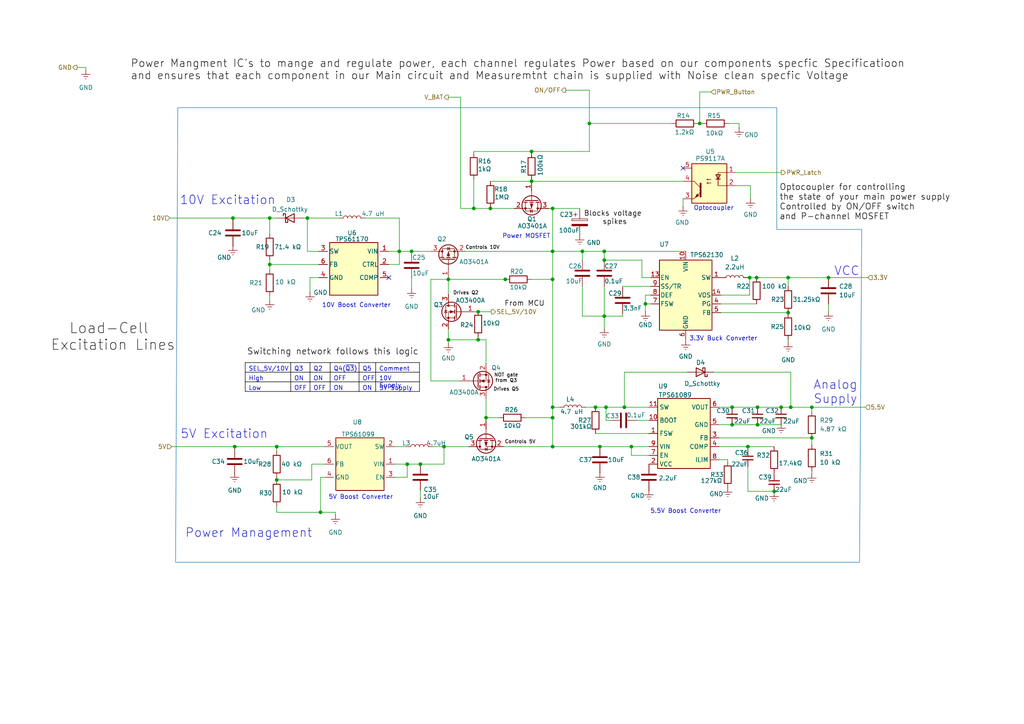
<source format=kicad_sch>
(kicad_sch
	(version 20250114)
	(generator "eeschema")
	(generator_version "9.0")
	(uuid "e02d66e0-45d0-4bd9-bdbe-ae827d944a3f")
	(paper "A4")
	(title_block
		(title "Power Management")
	)
	
	(text "Switching network follows this logic"
		(exclude_from_sim no)
		(at 96.52 102.108 0)
		(effects
			(font
				(size 1.8 1.8)
				(color 0 0 0 1)
			)
		)
		(uuid "1fdf8755-7a1a-467e-b214-3e9fc0958551")
	)
	(text "10V Boost Converter"
		(exclude_from_sim no)
		(at 103.378 88.646 0)
		(effects
			(font
				(size 1.27 1.27)
			)
		)
		(uuid "31c3b21e-dfe1-48e9-a456-c3d7b78a991e")
	)
	(text "Optocoupler\n"
		(exclude_from_sim no)
		(at 207.01 60.452 0)
		(effects
			(font
				(size 1.27 1.27)
			)
		)
		(uuid "32a55997-5747-4a18-9a0d-8b5605b2d654")
	)
	(text "Drives Q5\n"
		(exclude_from_sim no)
		(at 146.812 113.03 0)
		(effects
			(font
				(size 1 1)
				(color 0 0 0 1)
			)
		)
		(uuid "4db28db6-afae-4d3c-bd80-d96d08ef3f54")
	)
	(text "Analog\nSupply\n"
		(exclude_from_sim no)
		(at 242.316 113.792 0)
		(effects
			(font
				(size 2.54 2.54)
			)
		)
		(uuid "52e6d2e4-a2e6-4adf-98f3-82ea6999969a")
	)
	(text "VCC\n"
		(exclude_from_sim no)
		(at 245.618 78.74 0)
		(effects
			(font
				(size 2.54 2.54)
			)
		)
		(uuid "69656290-c578-4d5d-9cbc-a70f6d3ab507")
	)
	(text "NOT gate\nfrom Q3"
		(exclude_from_sim no)
		(at 146.812 109.728 0)
		(effects
			(font
				(size 1 1)
				(color 0 0 0 1)
			)
		)
		(uuid "83a39da6-7f38-401d-ac0a-94094ba8d369")
	)
	(text "Power Management"
		(exclude_from_sim no)
		(at 72.136 154.686 0)
		(effects
			(font
				(size 2.54 2.54)
			)
		)
		(uuid "8e1c6c89-5744-43c3-8552-ee811c1cb42e")
	)
	(text "5.5V Boost Converter"
		(exclude_from_sim no)
		(at 198.882 148.336 0)
		(effects
			(font
				(size 1.27 1.27)
			)
		)
		(uuid "9b5da267-09ba-4083-a067-b6924e2a4b4f")
	)
	(text "Power MOSFET"
		(exclude_from_sim no)
		(at 152.654 68.58 0)
		(effects
			(font
				(size 1.27 1.27)
			)
		)
		(uuid "a2f22454-541e-4aef-9b85-3e1b88f05632")
	)
	(text "Load-Cell \nExcitation Lines"
		(exclude_from_sim no)
		(at 32.766 97.79 0)
		(effects
			(font
				(size 3 3)
				(color 0 0 0 1)
			)
		)
		(uuid "a5f5d075-2158-4e32-8be4-bcf253cecd71")
	)
	(text "10V Excitation"
		(exclude_from_sim no)
		(at 66.04 58.166 0)
		(effects
			(font
				(size 2.54 2.54)
			)
		)
		(uuid "a78ff184-f5aa-4e80-8e74-6efbdd416f5a")
	)
	(text "Drives Q2"
		(exclude_from_sim no)
		(at 135.128 85.09 0)
		(effects
			(font
				(size 1 1)
				(color 0 0 0 1)
			)
		)
		(uuid "aef1ec2f-1cd8-484d-974e-2deb18d62bf8")
	)
	(text "Controls 10V"
		(exclude_from_sim no)
		(at 139.954 71.882 0)
		(effects
			(font
				(size 1 1)
				(color 0 0 0 1)
			)
		)
		(uuid "b905a741-dcd6-4c15-91a9-ecc769ba3118")
	)
	(text "Power Mangment IC's to mange and regulate power, each channel regulates Power based on our components specfic Specificatioon \nand ensures that each component in our Main circuit and Measuremtnt chain is supplied with Noise clean specfic Voltage "
		(exclude_from_sim no)
		(at 37.846 20.32 0)
		(effects
			(font
				(size 2.2 2.2)
				(color 0 0 0 1)
			)
			(justify left)
		)
		(uuid "bcbb70c1-f517-4ec7-b1c7-da67cef34bb4")
	)
	(text "5V Boost Converter"
		(exclude_from_sim no)
		(at 104.648 144.272 0)
		(effects
			(font
				(size 1.27 1.27)
			)
		)
		(uuid "cd8d3c48-69e9-41e1-bcf5-6e5a8c26393b")
	)
	(text "From MCU"
		(exclude_from_sim no)
		(at 152.146 88.138 0)
		(effects
			(font
				(size 1.5 1.5)
				(color 0 0 0 1)
			)
		)
		(uuid "d74160c3-551c-46e5-9fae-511762c0fbce")
	)
	(text "Blocks voltage \nspikes"
		(exclude_from_sim no)
		(at 178.308 63.246 0)
		(effects
			(font
				(size 1.5 1.5)
				(color 0 0 0 1)
			)
		)
		(uuid "de91823b-33a1-4718-8861-58f00d8f1143")
	)
	(text "3.3V Buck Converter"
		(exclude_from_sim no)
		(at 209.804 98.298 0)
		(effects
			(font
				(size 1.27 1.27)
			)
		)
		(uuid "dfc14a63-b276-407d-8adb-021b1f05cff0")
	)
	(text "Controls 5V"
		(exclude_from_sim no)
		(at 150.876 128.27 0)
		(effects
			(font
				(size 1 1)
				(color 0 0 0 1)
			)
		)
		(uuid "e251b0d0-e095-4163-b54e-31ae6d56b76c")
	)
	(text "5V Excitation\n"
		(exclude_from_sim no)
		(at 65.024 125.984 0)
		(effects
			(font
				(size 2.54 2.54)
			)
		)
		(uuid "eec7f23b-b4f8-4740-9312-413d608ce283")
	)
	(text "Optocoupler for controlling \nthe state of your main power supply\nControlled by ON/OFF switch \nand P-channel MOSFET"
		(exclude_from_sim no)
		(at 226.06 58.674 0)
		(effects
			(font
				(size 1.76 1.76)
				(color 0 0 0 1)
			)
			(justify left)
		)
		(uuid "feec65ec-d105-4ef6-a592-d9232fb04a87")
	)
	(junction
		(at 146.558 81.026)
		(diameter 0)
		(color 0 0 0 0)
		(uuid "074a4b58-ef6b-4210-b7e7-f9143a1ffae3")
	)
	(junction
		(at 140.97 121.158)
		(diameter 0)
		(color 0 0 0 0)
		(uuid "09426517-2b5c-4a4e-be6b-640dd983cc06")
	)
	(junction
		(at 115.824 72.898)
		(diameter 0)
		(color 0 0 0 0)
		(uuid "0b1d3254-8956-4c11-8982-367d1588a13b")
	)
	(junction
		(at 78.232 76.708)
		(diameter 0)
		(color 0 0 0 0)
		(uuid "0fe7f6df-79cd-477d-b825-05fec53a7385")
	)
	(junction
		(at 160.274 121.158)
		(diameter 0)
		(color 0 0 0 0)
		(uuid "12a50df8-f091-4e4a-b850-314a1b76f704")
	)
	(junction
		(at 217.424 80.518)
		(diameter 0)
		(color 0 0 0 0)
		(uuid "178b13ed-02e3-4b97-b1c3-18ce369b0f9d")
	)
	(junction
		(at 118.11 134.62)
		(diameter 0)
		(color 0 0 0 0)
		(uuid "18be84d7-a8c9-4b0d-bce2-56b99f5ee8ea")
	)
	(junction
		(at 219.456 80.518)
		(diameter 0)
		(color 0 0 0 0)
		(uuid "2b4e23f7-06f6-4f6a-a406-a537615920c1")
	)
	(junction
		(at 228.6 90.678)
		(diameter 0)
		(color 0 0 0 0)
		(uuid "2d2e77e4-ce6a-412e-8c2f-b05a0f06be29")
	)
	(junction
		(at 226.568 118.11)
		(diameter 0)
		(color 0 0 0 0)
		(uuid "2e631cba-b3a2-43d7-b18e-35d1e8897d70")
	)
	(junction
		(at 154.178 52.578)
		(diameter 0)
		(color 0 0 0 0)
		(uuid "38ce1a50-d4a6-4d85-a77a-4db48c7d8fad")
	)
	(junction
		(at 181.102 118.11)
		(diameter 0)
		(color 0 0 0 0)
		(uuid "3979e1e9-14da-41b4-9a9f-a3dc444c5334")
	)
	(junction
		(at 160.274 72.898)
		(diameter 0)
		(color 0 0 0 0)
		(uuid "422fc5b4-f8eb-47f7-9472-4d3bb13b662c")
	)
	(junction
		(at 137.414 60.452)
		(diameter 0)
		(color 0 0 0 0)
		(uuid "43a43454-22ed-4810-adcb-42f2a7294a12")
	)
	(junction
		(at 80.264 139.192)
		(diameter 0)
		(color 0 0 0 0)
		(uuid "48d87cb2-2159-478e-8f78-f3fe6edd60bb")
	)
	(junction
		(at 119.38 72.898)
		(diameter 0)
		(color 0 0 0 0)
		(uuid "4924cc66-dc0d-4a94-8d9f-0b50b3b6359e")
	)
	(junction
		(at 68.072 129.54)
		(diameter 0)
		(color 0 0 0 0)
		(uuid "4d84adcf-7c28-4abe-945f-337ecc4c1e9f")
	)
	(junction
		(at 175.26 72.898)
		(diameter 0)
		(color 0 0 0 0)
		(uuid "51c14db0-84a7-415e-b541-68f66611241e")
	)
	(junction
		(at 173.99 129.54)
		(diameter 0)
		(color 0 0 0 0)
		(uuid "51f2d789-b118-40d6-a7fc-ede4ec8be1d6")
	)
	(junction
		(at 130.048 81.026)
		(diameter 0)
		(color 0 0 0 0)
		(uuid "5546b9da-5ad8-41ea-a288-51dfe403ed4d")
	)
	(junction
		(at 92.964 148.59)
		(diameter 0)
		(color 0 0 0 0)
		(uuid "5c541c9b-2077-49a6-91ea-29e2bf721ade")
	)
	(junction
		(at 121.92 134.62)
		(diameter 0)
		(color 0 0 0 0)
		(uuid "5e3e0492-7f4c-4cec-b231-93311c015bdd")
	)
	(junction
		(at 168.91 72.898)
		(diameter 0)
		(color 0 0 0 0)
		(uuid "618c0887-b5a7-4595-8561-241cb09f294d")
	)
	(junction
		(at 80.264 129.54)
		(diameter 0)
		(color 0 0 0 0)
		(uuid "64ef82e6-a5cd-468b-bebe-99f6e8e76ea5")
	)
	(junction
		(at 78.232 63.246)
		(diameter 0)
		(color 0 0 0 0)
		(uuid "7b5aa6d9-a0e7-4722-9eaf-e991e93673de")
	)
	(junction
		(at 202.946 35.814)
		(diameter 0)
		(color 0 0 0 0)
		(uuid "7e6216bb-921d-44ca-a0a2-2489333170f2")
	)
	(junction
		(at 138.684 98.552)
		(diameter 0)
		(color 0 0 0 0)
		(uuid "817c98b3-a521-4090-aa47-1354dea5a229")
	)
	(junction
		(at 128.778 129.54)
		(diameter 0)
		(color 0 0 0 0)
		(uuid "84c9c155-5273-4c99-b864-46061d678c3e")
	)
	(junction
		(at 175.26 91.694)
		(diameter 0)
		(color 0 0 0 0)
		(uuid "861f966d-5e97-4c22-b039-fd637be50dff")
	)
	(junction
		(at 154.178 43.942)
		(diameter 0)
		(color 0 0 0 0)
		(uuid "87422fa5-1afe-41a1-88f2-1a689595461f")
	)
	(junction
		(at 240.284 80.518)
		(diameter 0)
		(color 0 0 0 0)
		(uuid "9406b3dc-ef3f-4e75-9290-5f9c823f1cdb")
	)
	(junction
		(at 138.684 90.424)
		(diameter 0)
		(color 0 0 0 0)
		(uuid "9650802b-8228-4d8c-9136-db4e0ca9659b")
	)
	(junction
		(at 160.274 81.026)
		(diameter 0)
		(color 0 0 0 0)
		(uuid "9e176c54-f9be-4160-a456-b7c9e8616242")
	)
	(junction
		(at 160.274 60.452)
		(diameter 0)
		(color 0 0 0 0)
		(uuid "9f7a6036-f42d-4590-a027-ab8bb60037d9")
	)
	(junction
		(at 187.198 88.138)
		(diameter 0)
		(color 0 0 0 0)
		(uuid "a0ff2793-4838-4679-9c08-84ad38df43f2")
	)
	(junction
		(at 212.344 123.19)
		(diameter 0)
		(color 0 0 0 0)
		(uuid "a23e94cf-c1c3-4160-ba85-88a7d2a5ce65")
	)
	(junction
		(at 142.24 60.452)
		(diameter 0)
		(color 0 0 0 0)
		(uuid "a38e9955-9cf5-45b8-96ec-c3a48776bb45")
	)
	(junction
		(at 216.916 129.54)
		(diameter 0)
		(color 0 0 0 0)
		(uuid "a63edd35-54bf-4415-b752-f58cdcd79e15")
	)
	(junction
		(at 235.458 127)
		(diameter 0)
		(color 0 0 0 0)
		(uuid "b84a20a8-a0a6-42f8-b8a0-578d7850d43f")
	)
	(junction
		(at 175.26 75.438)
		(diameter 0)
		(color 0 0 0 0)
		(uuid "b93145e6-0a8d-4718-920c-1098bb4ecf45")
	)
	(junction
		(at 235.458 118.11)
		(diameter 0)
		(color 0 0 0 0)
		(uuid "bda2c19f-c90f-4fe0-b46f-277c37a6c474")
	)
	(junction
		(at 67.564 63.246)
		(diameter 0)
		(color 0 0 0 0)
		(uuid "c740989c-e649-41ac-a1b2-d34c0fbb934b")
	)
	(junction
		(at 130.048 98.552)
		(diameter 0)
		(color 0 0 0 0)
		(uuid "c774f8e5-8550-44b0-b8fa-82d009a750eb")
	)
	(junction
		(at 160.274 118.11)
		(diameter 0)
		(color 0 0 0 0)
		(uuid "cd87a9f2-bcd5-42d5-a47f-ff098639891f")
	)
	(junction
		(at 224.536 142.494)
		(diameter 0)
		(color 0 0 0 0)
		(uuid "cfcf4600-cc6c-449b-8331-0b8e0f7164c4")
	)
	(junction
		(at 172.72 118.11)
		(diameter 0)
		(color 0 0 0 0)
		(uuid "d130d82e-6c4c-4124-a81c-54e82c9be429")
	)
	(junction
		(at 219.71 123.19)
		(diameter 0)
		(color 0 0 0 0)
		(uuid "d59de9b8-7d35-4f95-8e06-1fd8fccd15ee")
	)
	(junction
		(at 229.362 118.11)
		(diameter 0)
		(color 0 0 0 0)
		(uuid "da6f7513-0a61-436d-9053-b181a0f9f25a")
	)
	(junction
		(at 212.344 118.11)
		(diameter 0)
		(color 0 0 0 0)
		(uuid "def8f03c-2989-478c-a87f-cced41fb11f4")
	)
	(junction
		(at 170.942 35.814)
		(diameter 0)
		(color 0 0 0 0)
		(uuid "e05dc60f-5935-4e24-84f0-cbf857955b82")
	)
	(junction
		(at 183.134 129.54)
		(diameter 0)
		(color 0 0 0 0)
		(uuid "e4fbcaf6-ecee-45ea-90cc-377b9370da92")
	)
	(junction
		(at 219.71 118.11)
		(diameter 0)
		(color 0 0 0 0)
		(uuid "e5d95c4e-6a8c-422e-a558-c06d35a0d67c")
	)
	(junction
		(at 175.768 118.11)
		(diameter 0)
		(color 0 0 0 0)
		(uuid "e97fd8c5-976e-43bb-b612-99177c64050f")
	)
	(junction
		(at 89.154 63.246)
		(diameter 0)
		(color 0 0 0 0)
		(uuid "f68b2226-062f-4f88-b6d8-586bd8165669")
	)
	(junction
		(at 160.274 129.54)
		(diameter 0)
		(color 0 0 0 0)
		(uuid "f91bb979-84f0-4947-bf62-68a9263a9ffe")
	)
	(junction
		(at 228.6 80.518)
		(diameter 0)
		(color 0 0 0 0)
		(uuid "fa1d53e6-43ce-4fdd-bd0c-7f95c0951c13")
	)
	(no_connect
		(at 112.776 80.518)
		(uuid "6769597c-987c-4f8d-a337-2a4ef1efa736")
	)
	(no_connect
		(at 198.12 48.768)
		(uuid "a7147e6c-7bfb-442b-9647-7fdc54b92fc5")
	)
	(wire
		(pts
			(xy 183.134 129.54) (xy 188.214 129.54)
		)
		(stroke
			(width 0)
			(type default)
		)
		(uuid "00d79893-cca5-427b-956a-598668595ae6")
	)
	(wire
		(pts
			(xy 209.042 88.138) (xy 219.456 88.138)
		)
		(stroke
			(width 0)
			(type default)
		)
		(uuid "0256821a-df59-436c-a61b-193f22a14373")
	)
	(wire
		(pts
			(xy 78.232 75.438) (xy 78.232 76.708)
		)
		(stroke
			(width 0)
			(type default)
		)
		(uuid "057cc840-fbc8-43a5-8b4b-45f7a221ccac")
	)
	(wire
		(pts
			(xy 177.038 121.92) (xy 175.768 121.92)
		)
		(stroke
			(width 0)
			(type default)
		)
		(uuid "07b8818f-e48e-41c1-9549-1d4215ae4d4e")
	)
	(wire
		(pts
			(xy 154.178 43.942) (xy 154.178 44.45)
		)
		(stroke
			(width 0)
			(type default)
		)
		(uuid "0aeb78a5-b397-499b-bd38-2af1d8f5f206")
	)
	(wire
		(pts
			(xy 175.26 72.898) (xy 198.882 72.898)
		)
		(stroke
			(width 0)
			(type default)
		)
		(uuid "0aff8e23-0798-493c-ac38-bf7c19eecb1b")
	)
	(wire
		(pts
			(xy 216.916 80.518) (xy 217.424 80.518)
		)
		(stroke
			(width 0)
			(type default)
		)
		(uuid "0c7637cf-c362-45a0-875d-7ed9ca28d5f7")
	)
	(wire
		(pts
			(xy 78.232 87.122) (xy 78.232 85.852)
		)
		(stroke
			(width 0)
			(type default)
		)
		(uuid "0dd1dee0-7ee3-42e6-b22e-fe6bd8c00273")
	)
	(wire
		(pts
			(xy 160.274 121.158) (xy 160.274 118.11)
		)
		(stroke
			(width 0)
			(type default)
		)
		(uuid "0e72af54-1287-40c2-af3c-3fcba3c3120f")
	)
	(wire
		(pts
			(xy 89.154 63.246) (xy 89.154 72.898)
		)
		(stroke
			(width 0)
			(type default)
		)
		(uuid "10a3290f-8527-4d6b-b6bb-8230945bdb08")
	)
	(wire
		(pts
			(xy 78.232 63.246) (xy 78.232 67.818)
		)
		(stroke
			(width 0)
			(type default)
		)
		(uuid "128359d8-93cd-43a4-868c-7e132b0ae98b")
	)
	(wire
		(pts
			(xy 142.24 60.198) (xy 142.24 60.452)
		)
		(stroke
			(width 0)
			(type default)
		)
		(uuid "14185f5a-abba-492b-9081-802065a40a46")
	)
	(wire
		(pts
			(xy 80.264 148.59) (xy 92.964 148.59)
		)
		(stroke
			(width 0)
			(type default)
		)
		(uuid "149f2b7e-4c7b-45dc-8ffb-66203187595c")
	)
	(wire
		(pts
			(xy 119.38 73.152) (xy 119.38 72.898)
		)
		(stroke
			(width 0)
			(type default)
		)
		(uuid "14faf9cf-22d7-4902-8065-85e0b5251e17")
	)
	(wire
		(pts
			(xy 160.274 118.11) (xy 162.306 118.11)
		)
		(stroke
			(width 0)
			(type default)
		)
		(uuid "1576f98a-4cae-4da8-8a68-e7312eb39f4a")
	)
	(wire
		(pts
			(xy 175.26 72.898) (xy 175.26 75.438)
		)
		(stroke
			(width 0)
			(type default)
		)
		(uuid "19294a53-7f9e-418f-8ad2-b306352c4886")
	)
	(wire
		(pts
			(xy 207.01 107.95) (xy 229.362 107.95)
		)
		(stroke
			(width 0)
			(type default)
		)
		(uuid "1a353504-5efd-4caa-ac74-5886a8044fac")
	)
	(wire
		(pts
			(xy 159.258 60.452) (xy 160.274 60.452)
		)
		(stroke
			(width 0)
			(type default)
		)
		(uuid "1c9c7bd6-f315-4487-9962-4f68e7cd9a29")
	)
	(wire
		(pts
			(xy 130.048 81.026) (xy 130.048 85.344)
		)
		(stroke
			(width 0)
			(type default)
		)
		(uuid "1cb633b6-1cb2-4efc-a115-1bc6a52ef020")
	)
	(wire
		(pts
			(xy 208.534 129.54) (xy 216.916 129.54)
		)
		(stroke
			(width 0)
			(type default)
		)
		(uuid "1cccb0d3-6c23-4587-b60c-3a86cc7b0e2a")
	)
	(wire
		(pts
			(xy 240.284 80.518) (xy 251.714 80.518)
		)
		(stroke
			(width 0)
			(type default)
		)
		(uuid "1e30f0fa-4d3a-4825-9489-1aed18435cd7")
	)
	(wire
		(pts
			(xy 118.11 134.62) (xy 114.554 134.62)
		)
		(stroke
			(width 0)
			(type default)
		)
		(uuid "1fa3c81f-ecd8-459d-9217-f7a307049d16")
	)
	(wire
		(pts
			(xy 89.154 72.898) (xy 92.456 72.898)
		)
		(stroke
			(width 0)
			(type default)
		)
		(uuid "22609174-84d2-40dd-b053-4f9f4f454d16")
	)
	(wire
		(pts
			(xy 228.6 80.518) (xy 228.6 83.058)
		)
		(stroke
			(width 0)
			(type default)
		)
		(uuid "227f00d3-d95e-4116-9e28-379b9f13f5c5")
	)
	(wire
		(pts
			(xy 130.048 81.026) (xy 146.558 81.026)
		)
		(stroke
			(width 0)
			(type default)
		)
		(uuid "23ce45f7-0c25-4db4-af17-03acbe908e2a")
	)
	(wire
		(pts
			(xy 119.38 72.898) (xy 115.824 72.898)
		)
		(stroke
			(width 0)
			(type default)
		)
		(uuid "242e92cc-64c2-4a80-b7e8-f586de080f0d")
	)
	(wire
		(pts
			(xy 115.824 72.898) (xy 112.776 72.898)
		)
		(stroke
			(width 0)
			(type default)
		)
		(uuid "2714ba0c-ee9d-4a44-a153-47b6bc2ff4e5")
	)
	(wire
		(pts
			(xy 125.476 129.54) (xy 128.778 129.54)
		)
		(stroke
			(width 0)
			(type default)
		)
		(uuid "2cf5c9fa-7473-4df8-aa89-123d2a0a6a0a")
	)
	(wire
		(pts
			(xy 118.11 138.43) (xy 114.554 138.43)
		)
		(stroke
			(width 0)
			(type default)
		)
		(uuid "2dca66f6-10e5-484e-a227-6d692fc2eaf7")
	)
	(wire
		(pts
			(xy 173.99 129.54) (xy 183.134 129.54)
		)
		(stroke
			(width 0)
			(type default)
		)
		(uuid "2e9da984-4c52-47ae-9790-a86c058e5e3b")
	)
	(wire
		(pts
			(xy 194.818 35.814) (xy 170.942 35.814)
		)
		(stroke
			(width 0)
			(type default)
		)
		(uuid "30ce9782-1763-4f43-a238-8e263fe907d1")
	)
	(wire
		(pts
			(xy 188.722 85.598) (xy 187.198 85.598)
		)
		(stroke
			(width 0)
			(type default)
		)
		(uuid "31dffa46-79d1-4219-9ab1-085c0d8ef107")
	)
	(wire
		(pts
			(xy 160.274 129.54) (xy 173.99 129.54)
		)
		(stroke
			(width 0)
			(type default)
		)
		(uuid "31ece9b3-eee4-407d-93b3-cccf119486f6")
	)
	(wire
		(pts
			(xy 90.424 134.62) (xy 94.234 134.62)
		)
		(stroke
			(width 0)
			(type default)
		)
		(uuid "3331ef62-b462-45b0-ace4-3f10c90e4d6d")
	)
	(wire
		(pts
			(xy 138.684 90.17) (xy 138.684 90.424)
		)
		(stroke
			(width 0)
			(type default)
		)
		(uuid "34338096-214a-4646-87ad-212fe51f4098")
	)
	(wire
		(pts
			(xy 214.376 35.814) (xy 211.328 35.814)
		)
		(stroke
			(width 0)
			(type default)
		)
		(uuid "34e5326e-01ba-4ec6-849b-78532612e38c")
	)
	(wire
		(pts
			(xy 149.098 60.452) (xy 142.24 60.452)
		)
		(stroke
			(width 0)
			(type default)
		)
		(uuid "351d01c0-757f-4789-8c24-16e1d46e4227")
	)
	(wire
		(pts
			(xy 175.768 118.11) (xy 175.768 121.92)
		)
		(stroke
			(width 0)
			(type default)
		)
		(uuid "367cf2a0-1708-4175-b648-496a7f8a96e2")
	)
	(wire
		(pts
			(xy 240.284 88.138) (xy 240.284 90.424)
		)
		(stroke
			(width 0)
			(type default)
		)
		(uuid "37b44c7f-6527-4590-89cf-4b49669594a8")
	)
	(wire
		(pts
			(xy 97.282 148.59) (xy 92.964 148.59)
		)
		(stroke
			(width 0)
			(type default)
		)
		(uuid "3ab9d523-3d23-4320-9df0-773451552198")
	)
	(wire
		(pts
			(xy 133.604 60.452) (xy 137.414 60.452)
		)
		(stroke
			(width 0)
			(type default)
		)
		(uuid "3ad2355c-12a6-43f7-a6ef-5eeef65f0504")
	)
	(wire
		(pts
			(xy 130.048 80.518) (xy 130.048 81.026)
		)
		(stroke
			(width 0)
			(type default)
		)
		(uuid "3bab07a4-e201-495d-9d8f-f04289116995")
	)
	(wire
		(pts
			(xy 92.456 76.708) (xy 78.232 76.708)
		)
		(stroke
			(width 0)
			(type default)
		)
		(uuid "3c3b9a00-eade-4ad1-af59-ff6607eb6ecb")
	)
	(wire
		(pts
			(xy 160.274 72.898) (xy 160.274 81.026)
		)
		(stroke
			(width 0)
			(type default)
		)
		(uuid "3d225a7e-5235-470d-9b14-4a2c0c267bfa")
	)
	(wire
		(pts
			(xy 183.134 132.08) (xy 188.214 132.08)
		)
		(stroke
			(width 0)
			(type default)
		)
		(uuid "3f27bf37-7c63-4555-ae29-d57d12537573")
	)
	(wire
		(pts
			(xy 181.102 118.11) (xy 188.214 118.11)
		)
		(stroke
			(width 0)
			(type default)
		)
		(uuid "40b4c356-c13f-44a2-a4a7-0b53a5751dd8")
	)
	(wire
		(pts
			(xy 160.274 72.898) (xy 168.91 72.898)
		)
		(stroke
			(width 0)
			(type default)
		)
		(uuid "416d77c7-d02b-4cf5-ac0e-3532f5f57c8f")
	)
	(wire
		(pts
			(xy 68.072 129.54) (xy 68.072 130.048)
		)
		(stroke
			(width 0)
			(type default)
		)
		(uuid "43f31b5a-da46-4e39-884c-54da1bca53d1")
	)
	(wire
		(pts
			(xy 216.916 142.494) (xy 224.536 142.494)
		)
		(stroke
			(width 0)
			(type default)
		)
		(uuid "44bd68bf-f75d-40e0-8f5b-e5cd3a8b2792")
	)
	(wire
		(pts
			(xy 133.604 28.194) (xy 133.604 60.452)
		)
		(stroke
			(width 0)
			(type default)
		)
		(uuid "44d2537d-1514-464c-9f31-cad2a0caae69")
	)
	(wire
		(pts
			(xy 128.778 129.54) (xy 128.778 134.62)
		)
		(stroke
			(width 0)
			(type default)
		)
		(uuid "459f1020-165b-4259-9861-8ff95afb5955")
	)
	(wire
		(pts
			(xy 168.91 72.898) (xy 168.91 75.438)
		)
		(stroke
			(width 0)
			(type default)
		)
		(uuid "47335eb7-d709-4310-9d80-19c732a30d0b")
	)
	(wire
		(pts
			(xy 80.264 129.54) (xy 94.234 129.54)
		)
		(stroke
			(width 0)
			(type default)
		)
		(uuid "474a3486-3859-44de-987c-ee7db3c5d456")
	)
	(wire
		(pts
			(xy 213.36 50.038) (xy 226.568 50.038)
		)
		(stroke
			(width 0)
			(type default)
		)
		(uuid "47a32c41-ab10-4b62-b5b2-d980863f832f")
	)
	(wire
		(pts
			(xy 49.276 63.246) (xy 67.564 63.246)
		)
		(stroke
			(width 0)
			(type default)
		)
		(uuid "47f21b77-efe0-43ce-a9ca-683991ede30b")
	)
	(wire
		(pts
			(xy 118.11 134.62) (xy 118.11 138.43)
		)
		(stroke
			(width 0)
			(type default)
		)
		(uuid "48b7af0b-b657-4be6-9b7b-1c5600930c7c")
	)
	(wire
		(pts
			(xy 172.72 118.11) (xy 175.768 118.11)
		)
		(stroke
			(width 0)
			(type default)
		)
		(uuid "48c84d31-f62f-486f-a870-028472e74815")
	)
	(wire
		(pts
			(xy 94.234 138.43) (xy 92.964 138.43)
		)
		(stroke
			(width 0)
			(type default)
		)
		(uuid "496cb68d-a3ff-4875-b08f-a49ea1af21fb")
	)
	(wire
		(pts
			(xy 219.71 123.19) (xy 226.568 123.19)
		)
		(stroke
			(width 0)
			(type default)
		)
		(uuid "4977ef60-066a-40a4-83bf-afb07686296d")
	)
	(wire
		(pts
			(xy 128.778 129.54) (xy 135.89 129.54)
		)
		(stroke
			(width 0)
			(type default)
		)
		(uuid "49a07ca0-1c66-4a9d-bb5e-baa4690068fc")
	)
	(wire
		(pts
			(xy 97.282 149.352) (xy 97.282 148.59)
		)
		(stroke
			(width 0)
			(type default)
		)
		(uuid "4add3469-babc-475b-9e69-f6618c6eeea0")
	)
	(wire
		(pts
			(xy 138.684 90.424) (xy 137.668 90.424)
		)
		(stroke
			(width 0)
			(type default)
		)
		(uuid "4b0f7ab2-070e-41f8-aee3-83c7f6a02f84")
	)
	(wire
		(pts
			(xy 121.92 134.62) (xy 128.778 134.62)
		)
		(stroke
			(width 0)
			(type default)
		)
		(uuid "4c0b132a-3b2d-4f0b-9919-c0660f5ee203")
	)
	(wire
		(pts
			(xy 90.424 139.192) (xy 80.264 139.192)
		)
		(stroke
			(width 0)
			(type default)
		)
		(uuid "4d4731f2-00ea-4fb4-83d3-fb6e44ca925e")
	)
	(wire
		(pts
			(xy 154.178 52.578) (xy 198.12 52.578)
		)
		(stroke
			(width 0)
			(type default)
		)
		(uuid "4d595a91-3c4e-4169-bc6f-91f0a5dbdb64")
	)
	(wire
		(pts
			(xy 133.35 110.49) (xy 124.968 110.49)
		)
		(stroke
			(width 0)
			(type default)
		)
		(uuid "4f63062f-d78d-4c42-bee4-b216cf23052b")
	)
	(wire
		(pts
			(xy 172.72 125.73) (xy 188.214 125.73)
		)
		(stroke
			(width 0)
			(type default)
		)
		(uuid "50eeabd3-41fb-4944-9485-b700b1d35dc2")
	)
	(wire
		(pts
			(xy 199.39 107.95) (xy 181.102 107.95)
		)
		(stroke
			(width 0)
			(type default)
		)
		(uuid "566e69a6-37a2-4232-abc8-49a615c30757")
	)
	(wire
		(pts
			(xy 180.594 83.312) (xy 180.594 83.058)
		)
		(stroke
			(width 0)
			(type default)
		)
		(uuid "56d02273-f689-43b4-9003-e62dc39527d5")
	)
	(wire
		(pts
			(xy 202.438 35.814) (xy 202.946 35.814)
		)
		(stroke
			(width 0)
			(type default)
		)
		(uuid "5839f972-3e56-425a-bc84-737990f4e71d")
	)
	(wire
		(pts
			(xy 188.722 88.138) (xy 187.198 88.138)
		)
		(stroke
			(width 0)
			(type default)
		)
		(uuid "5a091d37-a9cf-457a-b839-fc4384dbedab")
	)
	(wire
		(pts
			(xy 235.458 127) (xy 235.458 129.032)
		)
		(stroke
			(width 0)
			(type default)
		)
		(uuid "5a89f3ce-051c-477a-ae3d-84fb1c3e770a")
	)
	(wire
		(pts
			(xy 216.916 129.54) (xy 224.536 129.54)
		)
		(stroke
			(width 0)
			(type default)
		)
		(uuid "5e1e627d-5478-48a9-a6d5-4e5ee544574d")
	)
	(wire
		(pts
			(xy 168.148 60.706) (xy 168.148 60.452)
		)
		(stroke
			(width 0)
			(type default)
		)
		(uuid "5f4d7f6b-b883-4b4a-808d-fcf985e46071")
	)
	(wire
		(pts
			(xy 217.424 85.598) (xy 209.042 85.598)
		)
		(stroke
			(width 0)
			(type default)
		)
		(uuid "61aa7268-14d3-45fb-81bc-44edf19cb740")
	)
	(wire
		(pts
			(xy 78.232 63.246) (xy 67.564 63.246)
		)
		(stroke
			(width 0)
			(type default)
		)
		(uuid "62a21fb6-ec3b-4710-a82d-6f65638fe66e")
	)
	(wire
		(pts
			(xy 168.91 83.058) (xy 168.91 91.694)
		)
		(stroke
			(width 0)
			(type default)
		)
		(uuid "635735e6-47d8-4697-9d90-9cd45448ba96")
	)
	(wire
		(pts
			(xy 228.6 80.518) (xy 240.284 80.518)
		)
		(stroke
			(width 0)
			(type default)
		)
		(uuid "6410d3da-c81d-45ae-ac50-79c707ad462c")
	)
	(wire
		(pts
			(xy 140.97 121.158) (xy 140.97 121.92)
		)
		(stroke
			(width 0)
			(type default)
		)
		(uuid "67ff953f-7c6e-47a9-9274-37480c44fa9f")
	)
	(wire
		(pts
			(xy 208.534 123.19) (xy 212.344 123.19)
		)
		(stroke
			(width 0)
			(type default)
		)
		(uuid "68d23313-a627-47d9-b5bb-83d9e0c214c6")
	)
	(wire
		(pts
			(xy 175.26 91.694) (xy 180.594 91.694)
		)
		(stroke
			(width 0)
			(type default)
		)
		(uuid "69300b47-1140-4abf-b8f7-d0a858c5f516")
	)
	(wire
		(pts
			(xy 168.91 72.898) (xy 175.26 72.898)
		)
		(stroke
			(width 0)
			(type default)
		)
		(uuid "6943e9d3-eac1-4e71-a56a-b95ab4a0f7fd")
	)
	(wire
		(pts
			(xy 146.05 129.54) (xy 160.274 129.54)
		)
		(stroke
			(width 0)
			(type default)
		)
		(uuid "6d9124db-e23f-4be3-a71f-68517c9fda4c")
	)
	(wire
		(pts
			(xy 170.942 35.814) (xy 170.942 43.942)
		)
		(stroke
			(width 0)
			(type default)
		)
		(uuid "6e107914-0d3b-4c5e-ad1d-6ff11679cea8")
	)
	(wire
		(pts
			(xy 146.812 81.026) (xy 146.558 81.026)
		)
		(stroke
			(width 0)
			(type default)
		)
		(uuid "6ee79e46-1d02-4f0b-b863-7893bf4c7be9")
	)
	(wire
		(pts
			(xy 188.722 80.518) (xy 186.182 80.518)
		)
		(stroke
			(width 0)
			(type default)
		)
		(uuid "715d8c47-58f6-4b36-ae8b-b5731d7c1b4a")
	)
	(wire
		(pts
			(xy 206.248 26.67) (xy 202.946 26.67)
		)
		(stroke
			(width 0)
			(type default)
		)
		(uuid "72231589-9819-425b-844c-feb69c963f57")
	)
	(wire
		(pts
			(xy 214.376 37.084) (xy 214.376 35.814)
		)
		(stroke
			(width 0)
			(type default)
		)
		(uuid "739f945a-aa65-4c7e-868b-304737e28dc4")
	)
	(wire
		(pts
			(xy 138.684 98.552) (xy 138.684 97.79)
		)
		(stroke
			(width 0)
			(type default)
		)
		(uuid "73bb2918-21f2-4302-8a95-e78380c03690")
	)
	(wire
		(pts
			(xy 119.38 83.82) (xy 119.38 80.772)
		)
		(stroke
			(width 0)
			(type default)
		)
		(uuid "74d70e21-4d16-471c-8151-d395e180f528")
	)
	(wire
		(pts
			(xy 229.362 118.11) (xy 235.458 118.11)
		)
		(stroke
			(width 0)
			(type default)
		)
		(uuid "7667567b-48d8-4b60-880b-534ee01605ef")
	)
	(wire
		(pts
			(xy 140.97 98.552) (xy 138.684 98.552)
		)
		(stroke
			(width 0)
			(type default)
		)
		(uuid "7853ef83-01fd-4e51-9ef8-397b00812682")
	)
	(wire
		(pts
			(xy 170.942 26.162) (xy 170.942 35.814)
		)
		(stroke
			(width 0)
			(type default)
		)
		(uuid "78adfc1d-589e-4a07-93fd-687b419d2f08")
	)
	(wire
		(pts
			(xy 181.102 107.95) (xy 181.102 118.11)
		)
		(stroke
			(width 0)
			(type default)
		)
		(uuid "78d72c62-81eb-4202-96a8-cfa03fc75011")
	)
	(wire
		(pts
			(xy 115.824 72.898) (xy 115.824 76.708)
		)
		(stroke
			(width 0)
			(type default)
		)
		(uuid "7b549d95-412e-4407-8458-98089b574d5f")
	)
	(wire
		(pts
			(xy 89.916 80.518) (xy 89.916 84.836)
		)
		(stroke
			(width 0)
			(type default)
		)
		(uuid "7bf13af4-cfde-49f0-a90e-4dc8fa73e1ef")
	)
	(wire
		(pts
			(xy 208.534 118.11) (xy 212.344 118.11)
		)
		(stroke
			(width 0)
			(type default)
		)
		(uuid "7c5f17aa-b2b8-43c7-aced-c2104f8e0ce2")
	)
	(wire
		(pts
			(xy 211.074 133.858) (xy 211.074 133.35)
		)
		(stroke
			(width 0)
			(type default)
		)
		(uuid "7dde2338-76cd-424e-a5f3-10225dde9fac")
	)
	(wire
		(pts
			(xy 152.4 121.158) (xy 160.274 121.158)
		)
		(stroke
			(width 0)
			(type default)
		)
		(uuid "7de13cf0-7e68-46ef-8ec1-4e833b5cf5cb")
	)
	(wire
		(pts
			(xy 130.048 95.504) (xy 130.048 98.552)
		)
		(stroke
			(width 0)
			(type default)
		)
		(uuid "7e51b071-d39e-4ca5-8d21-ad01ed99df7f")
	)
	(wire
		(pts
			(xy 184.658 121.92) (xy 188.214 121.92)
		)
		(stroke
			(width 0)
			(type default)
		)
		(uuid "8256134e-80a8-4207-af8d-a297f4d4f17f")
	)
	(wire
		(pts
			(xy 160.274 60.452) (xy 160.274 72.898)
		)
		(stroke
			(width 0)
			(type default)
		)
		(uuid "839ac728-a967-4fbc-9b35-d0011182322a")
	)
	(wire
		(pts
			(xy 115.824 76.708) (xy 112.776 76.708)
		)
		(stroke
			(width 0)
			(type default)
		)
		(uuid "852a78f1-42d8-45b0-bf6f-1ddb10b634b0")
	)
	(wire
		(pts
			(xy 212.344 123.19) (xy 219.71 123.19)
		)
		(stroke
			(width 0)
			(type default)
		)
		(uuid "85679af5-a8d2-49c5-89e3-0c598f6681ae")
	)
	(wire
		(pts
			(xy 187.198 85.598) (xy 187.198 88.138)
		)
		(stroke
			(width 0)
			(type default)
		)
		(uuid "85bfef8e-f6a5-4582-9850-0c373668bff0")
	)
	(wire
		(pts
			(xy 235.458 137.414) (xy 235.458 136.652)
		)
		(stroke
			(width 0)
			(type default)
		)
		(uuid "886d3bf8-7cab-4746-99a2-a06105705e8e")
	)
	(wire
		(pts
			(xy 226.568 118.11) (xy 229.362 118.11)
		)
		(stroke
			(width 0)
			(type default)
		)
		(uuid "8d85fff0-2753-4e59-8c1b-da615c0b863f")
	)
	(wire
		(pts
			(xy 224.536 142.494) (xy 224.536 142.748)
		)
		(stroke
			(width 0)
			(type default)
		)
		(uuid "8dda8dee-a594-4a60-90c9-89e70f4e54e4")
	)
	(wire
		(pts
			(xy 198.882 98.298) (xy 198.882 98.806)
		)
		(stroke
			(width 0)
			(type default)
		)
		(uuid "8f3d0162-1fd9-4e9d-bbba-66d66be895c2")
	)
	(wire
		(pts
			(xy 216.916 129.54) (xy 216.916 130.302)
		)
		(stroke
			(width 0)
			(type default)
		)
		(uuid "94421a8a-05f3-45fd-8215-0942d8fa9ea6")
	)
	(wire
		(pts
			(xy 175.768 118.11) (xy 181.102 118.11)
		)
		(stroke
			(width 0)
			(type default)
		)
		(uuid "94c842bd-efcb-4c56-8e03-f86c6c7f9de2")
	)
	(wire
		(pts
			(xy 80.264 146.812) (xy 80.264 148.59)
		)
		(stroke
			(width 0)
			(type default)
		)
		(uuid "95120e16-c103-4ef0-8736-a2cdb3d57e36")
	)
	(wire
		(pts
			(xy 228.6 90.932) (xy 228.6 90.678)
		)
		(stroke
			(width 0)
			(type default)
		)
		(uuid "954e6d2f-7aba-4913-9ff4-052f347d7fae")
	)
	(wire
		(pts
			(xy 119.38 72.898) (xy 124.968 72.898)
		)
		(stroke
			(width 0)
			(type default)
		)
		(uuid "95b24a29-8231-495b-867c-664c8a47a53e")
	)
	(wire
		(pts
			(xy 187.198 88.138) (xy 187.198 90.424)
		)
		(stroke
			(width 0)
			(type default)
		)
		(uuid "96e77528-12d4-4c9e-96c0-b311fb303ce9")
	)
	(wire
		(pts
			(xy 219.456 80.518) (xy 228.6 80.518)
		)
		(stroke
			(width 0)
			(type default)
		)
		(uuid "9752e944-19bb-4dfd-90c9-bfe5b06cad34")
	)
	(wire
		(pts
			(xy 202.946 26.67) (xy 202.946 35.814)
		)
		(stroke
			(width 0)
			(type default)
		)
		(uuid "975c68b4-a2bf-4e70-92b5-7492d611a5ab")
	)
	(wire
		(pts
			(xy 154.178 81.026) (xy 160.274 81.026)
		)
		(stroke
			(width 0)
			(type default)
		)
		(uuid "9ad12389-18c1-4966-9100-619a9c343f65")
	)
	(wire
		(pts
			(xy 217.424 80.518) (xy 219.456 80.518)
		)
		(stroke
			(width 0)
			(type default)
		)
		(uuid "9ba6c509-3b19-4445-b6ea-e54e85e29279")
	)
	(wire
		(pts
			(xy 198.12 57.658) (xy 198.12 59.944)
		)
		(stroke
			(width 0)
			(type default)
		)
		(uuid "9bb03c67-de09-4998-86cd-a810cd1876fb")
	)
	(wire
		(pts
			(xy 224.536 137.16) (xy 224.536 137.414)
		)
		(stroke
			(width 0)
			(type default)
		)
		(uuid "9cc3c060-1ee8-44d5-b102-e1776e8f6cf4")
	)
	(wire
		(pts
			(xy 121.92 142.24) (xy 121.92 144.526)
		)
		(stroke
			(width 0)
			(type default)
		)
		(uuid "9dd632e8-42f7-43db-a373-b496d10efed4")
	)
	(wire
		(pts
			(xy 154.178 52.578) (xy 154.178 52.832)
		)
		(stroke
			(width 0)
			(type default)
		)
		(uuid "9e53f3d4-7f10-4de0-961c-aab2175f1ef0")
	)
	(wire
		(pts
			(xy 24.892 19.558) (xy 24.892 20.32)
		)
		(stroke
			(width 0)
			(type default)
		)
		(uuid "9ed9f491-9e56-47c3-b93e-bd3fc29036c9")
	)
	(wire
		(pts
			(xy 216.916 135.382) (xy 216.916 142.494)
		)
		(stroke
			(width 0)
			(type default)
		)
		(uuid "9ef86eb9-4d88-4acc-872b-9ec841d81ec4")
	)
	(wire
		(pts
			(xy 98.298 63.246) (xy 89.154 63.246)
		)
		(stroke
			(width 0)
			(type default)
		)
		(uuid "a0b223ef-10ac-40fd-8a0e-3b038d159062")
	)
	(wire
		(pts
			(xy 180.594 83.058) (xy 188.722 83.058)
		)
		(stroke
			(width 0)
			(type default)
		)
		(uuid "a125a4de-ce81-43f6-a139-bdc4d264ebcc")
	)
	(wire
		(pts
			(xy 209.042 90.678) (xy 228.6 90.678)
		)
		(stroke
			(width 0)
			(type default)
		)
		(uuid "a13d3a27-a48b-478e-b8a8-dbd59d2e1128")
	)
	(wire
		(pts
			(xy 22.352 19.558) (xy 24.892 19.558)
		)
		(stroke
			(width 0)
			(type default)
		)
		(uuid "a27197c6-4406-4250-a2dc-b076210cbfc8")
	)
	(wire
		(pts
			(xy 211.074 133.35) (xy 208.534 133.35)
		)
		(stroke
			(width 0)
			(type default)
		)
		(uuid "a6a95666-fc58-45d3-af01-92234dfa43f8")
	)
	(wire
		(pts
			(xy 175.26 83.058) (xy 175.26 91.694)
		)
		(stroke
			(width 0)
			(type default)
		)
		(uuid "ac3b6a28-c1c7-417b-88bb-59ea4e0d73ba")
	)
	(wire
		(pts
			(xy 235.458 118.11) (xy 235.458 119.38)
		)
		(stroke
			(width 0)
			(type default)
		)
		(uuid "b4328ae0-31be-4292-911f-47b4e8505a27")
	)
	(wire
		(pts
			(xy 186.182 80.518) (xy 186.182 75.438)
		)
		(stroke
			(width 0)
			(type default)
		)
		(uuid "b4a814ad-8dcf-4913-a257-e98a278b0f24")
	)
	(wire
		(pts
			(xy 115.824 63.246) (xy 105.918 63.246)
		)
		(stroke
			(width 0)
			(type default)
		)
		(uuid "b6508953-0d0f-4d78-99aa-70bd1784aad3")
	)
	(wire
		(pts
			(xy 49.784 129.54) (xy 68.072 129.54)
		)
		(stroke
			(width 0)
			(type default)
		)
		(uuid "b68fb748-6d2a-47a5-9976-71248558dfe1")
	)
	(wire
		(pts
			(xy 80.264 139.192) (xy 80.264 138.43)
		)
		(stroke
			(width 0)
			(type default)
		)
		(uuid "b6b38fd6-ab62-4984-86f2-18db9fd10cf4")
	)
	(wire
		(pts
			(xy 67.564 63.754) (xy 67.564 63.246)
		)
		(stroke
			(width 0)
			(type default)
		)
		(uuid "bb56d777-d34f-46bf-8d96-803857f4d222")
	)
	(wire
		(pts
			(xy 212.344 118.11) (xy 219.71 118.11)
		)
		(stroke
			(width 0)
			(type default)
		)
		(uuid "c2a928f0-47b2-42d3-8628-b59fe08326f6")
	)
	(wire
		(pts
			(xy 217.424 80.518) (xy 217.424 85.598)
		)
		(stroke
			(width 0)
			(type default)
		)
		(uuid "c2ac4845-0b05-4b75-823b-94aa17c13687")
	)
	(wire
		(pts
			(xy 90.424 139.192) (xy 90.424 134.62)
		)
		(stroke
			(width 0)
			(type default)
		)
		(uuid "c3dfc046-89bd-41cf-8edf-4e268bc6bf83")
	)
	(wire
		(pts
			(xy 229.362 107.95) (xy 229.362 118.11)
		)
		(stroke
			(width 0)
			(type default)
		)
		(uuid "c986c099-0fff-4e13-90c5-2e2e3d0bb667")
	)
	(wire
		(pts
			(xy 168.91 91.694) (xy 175.26 91.694)
		)
		(stroke
			(width 0)
			(type default)
		)
		(uuid "c9b1e04f-0781-495e-9545-0169c963cba8")
	)
	(wire
		(pts
			(xy 183.134 132.08) (xy 183.134 129.54)
		)
		(stroke
			(width 0)
			(type default)
		)
		(uuid "d13b7be1-d174-4f09-a866-d88936563ffb")
	)
	(wire
		(pts
			(xy 117.856 129.54) (xy 114.554 129.54)
		)
		(stroke
			(width 0)
			(type default)
		)
		(uuid "d346bdcf-cf9c-403b-a69f-1e4ec174746c")
	)
	(wire
		(pts
			(xy 160.274 60.452) (xy 168.148 60.452)
		)
		(stroke
			(width 0)
			(type default)
		)
		(uuid "d3ea9f0c-db8b-4ae7-9565-1ce0b577c1d4")
	)
	(wire
		(pts
			(xy 137.414 52.07) (xy 137.414 60.452)
		)
		(stroke
			(width 0)
			(type default)
		)
		(uuid "d4de22e4-e9f3-443b-8235-0c01d76b80a8")
	)
	(wire
		(pts
			(xy 130.048 98.552) (xy 138.684 98.552)
		)
		(stroke
			(width 0)
			(type default)
		)
		(uuid "d7656f9a-0aaf-46a2-b86f-b4f1141aa42c")
	)
	(wire
		(pts
			(xy 137.414 44.45) (xy 137.414 43.942)
		)
		(stroke
			(width 0)
			(type default)
		)
		(uuid "d9b108df-9144-458a-bc8f-692805c18d7b")
	)
	(wire
		(pts
			(xy 208.534 127) (xy 235.458 127)
		)
		(stroke
			(width 0)
			(type default)
		)
		(uuid "da551695-7ee0-4ba1-b347-f45147e82e83")
	)
	(wire
		(pts
			(xy 140.97 115.57) (xy 140.97 121.158)
		)
		(stroke
			(width 0)
			(type default)
		)
		(uuid "daac266d-c804-42b6-abf1-3c1b2812fa70")
	)
	(wire
		(pts
			(xy 175.26 75.438) (xy 186.182 75.438)
		)
		(stroke
			(width 0)
			(type default)
		)
		(uuid "db009e13-3880-49e7-b341-916c18fd2cec")
	)
	(wire
		(pts
			(xy 169.926 118.11) (xy 172.72 118.11)
		)
		(stroke
			(width 0)
			(type default)
		)
		(uuid "db605ab0-f88d-4c93-832c-f5f9740e4833")
	)
	(wire
		(pts
			(xy 68.072 129.54) (xy 80.264 129.54)
		)
		(stroke
			(width 0)
			(type default)
		)
		(uuid "dc90967d-4126-4f79-ada0-4bf23b682876")
	)
	(wire
		(pts
			(xy 137.414 43.942) (xy 154.178 43.942)
		)
		(stroke
			(width 0)
			(type default)
		)
		(uuid "de0ec001-dd8b-4d43-8350-43f081275c82")
	)
	(wire
		(pts
			(xy 80.264 63.246) (xy 78.232 63.246)
		)
		(stroke
			(width 0)
			(type default)
		)
		(uuid "de4d4b89-ad94-477d-b20b-7aa453eebcc3")
	)
	(wire
		(pts
			(xy 202.946 35.814) (xy 203.708 35.814)
		)
		(stroke
			(width 0)
			(type default)
		)
		(uuid "df0a5dd4-640d-450e-999e-29481730cab5")
	)
	(wire
		(pts
			(xy 135.128 72.898) (xy 160.274 72.898)
		)
		(stroke
			(width 0)
			(type default)
		)
		(uuid "df6c7014-a3a9-4c05-97f9-200414ae2df3")
	)
	(wire
		(pts
			(xy 124.968 81.026) (xy 130.048 81.026)
		)
		(stroke
			(width 0)
			(type default)
		)
		(uuid "e08e51b2-1fad-455b-ab90-a655c34f87c9")
	)
	(wire
		(pts
			(xy 138.684 90.424) (xy 142.494 90.424)
		)
		(stroke
			(width 0)
			(type default)
		)
		(uuid "e0d5adf9-bc44-41c4-af4e-ed84044109ef")
	)
	(wire
		(pts
			(xy 209.042 80.518) (xy 209.296 80.518)
		)
		(stroke
			(width 0)
			(type default)
		)
		(uuid "e1bb8519-0d5a-4a03-b560-36bbdfa9a2b2")
	)
	(wire
		(pts
			(xy 142.24 52.578) (xy 154.178 52.578)
		)
		(stroke
			(width 0)
			(type default)
		)
		(uuid "e236e196-d072-4b64-bb45-71c01a0c1e5f")
	)
	(wire
		(pts
			(xy 115.824 72.898) (xy 115.824 63.246)
		)
		(stroke
			(width 0)
			(type default)
		)
		(uuid "e26d222c-2347-447d-9fa4-30f17bd519f7")
	)
	(wire
		(pts
			(xy 124.968 81.026) (xy 124.968 110.49)
		)
		(stroke
			(width 0)
			(type default)
		)
		(uuid "e318b598-f251-42ee-b612-0c3ddc63cb50")
	)
	(wire
		(pts
			(xy 144.78 121.158) (xy 140.97 121.158)
		)
		(stroke
			(width 0)
			(type default)
		)
		(uuid "e3917c8e-8641-451d-a63e-2db1f0bc536a")
	)
	(wire
		(pts
			(xy 92.456 80.518) (xy 89.916 80.518)
		)
		(stroke
			(width 0)
			(type default)
		)
		(uuid "e4281320-1e5c-4883-8312-a868a327316f")
	)
	(wire
		(pts
			(xy 228.6 98.552) (xy 228.6 99.314)
		)
		(stroke
			(width 0)
			(type default)
		)
		(uuid "e510a17c-8114-4b2d-b192-66e78f01e5a6")
	)
	(wire
		(pts
			(xy 92.964 138.43) (xy 92.964 148.59)
		)
		(stroke
			(width 0)
			(type default)
		)
		(uuid "e6497090-43ac-4e6d-af2a-33d60957d456")
	)
	(wire
		(pts
			(xy 164.084 26.162) (xy 170.942 26.162)
		)
		(stroke
			(width 0)
			(type default)
		)
		(uuid "e6cf5efa-23ce-4bbd-b903-777659814795")
	)
	(wire
		(pts
			(xy 160.274 121.158) (xy 160.274 129.54)
		)
		(stroke
			(width 0)
			(type default)
		)
		(uuid "e6fc5d55-e88e-494f-b126-15e53ef45654")
	)
	(wire
		(pts
			(xy 154.178 52.07) (xy 154.178 52.578)
		)
		(stroke
			(width 0)
			(type default)
		)
		(uuid "e891fe1b-46ec-4219-a3e2-7ac700ac36bd")
	)
	(wire
		(pts
			(xy 213.36 53.848) (xy 217.678 53.848)
		)
		(stroke
			(width 0)
			(type default)
		)
		(uuid "e8d1ae8c-3b2a-4136-91b6-b74aff1fadb9")
	)
	(wire
		(pts
			(xy 160.274 81.026) (xy 160.274 118.11)
		)
		(stroke
			(width 0)
			(type default)
		)
		(uuid "ebe4e406-958c-4f9f-a19e-ce7282530e50")
	)
	(wire
		(pts
			(xy 217.678 53.848) (xy 217.678 57.658)
		)
		(stroke
			(width 0)
			(type default)
		)
		(uuid "ece7ac1b-fc50-428e-9759-e2a7a43d9b3b")
	)
	(wire
		(pts
			(xy 130.048 98.552) (xy 130.048 99.568)
		)
		(stroke
			(width 0)
			(type default)
		)
		(uuid "ee4a1d41-c0f7-4d1e-8236-bc994f70a34e")
	)
	(wire
		(pts
			(xy 219.71 118.11) (xy 226.568 118.11)
		)
		(stroke
			(width 0)
			(type default)
		)
		(uuid "f0263fef-6ac1-4170-9e09-5dbfce24bbc4")
	)
	(wire
		(pts
			(xy 130.048 28.194) (xy 133.604 28.194)
		)
		(stroke
			(width 0)
			(type default)
		)
		(uuid "f307ce32-06e5-40e8-959c-144a097e5658")
	)
	(wire
		(pts
			(xy 154.178 43.942) (xy 170.942 43.942)
		)
		(stroke
			(width 0)
			(type default)
		)
		(uuid "f4dd37d7-24ba-4604-9ec3-28bb682befa9")
	)
	(wire
		(pts
			(xy 140.97 98.552) (xy 140.97 105.41)
		)
		(stroke
			(width 0)
			(type default)
		)
		(uuid "f76cb027-cb70-45a1-8211-6bec15c594d3")
	)
	(wire
		(pts
			(xy 137.414 60.452) (xy 142.24 60.452)
		)
		(stroke
			(width 0)
			(type default)
		)
		(uuid "f8630430-e5e8-4449-9ad2-c2676b58c420")
	)
	(wire
		(pts
			(xy 78.232 76.708) (xy 78.232 78.232)
		)
		(stroke
			(width 0)
			(type default)
		)
		(uuid "f8d02bdd-3ac2-49f0-8f56-9edf5200d078")
	)
	(wire
		(pts
			(xy 175.26 91.694) (xy 175.26 95.25)
		)
		(stroke
			(width 0)
			(type default)
		)
		(uuid "f914bd00-5ba6-47c2-b0d5-0cab61bbc50f")
	)
	(wire
		(pts
			(xy 180.594 90.932) (xy 180.594 91.694)
		)
		(stroke
			(width 0)
			(type default)
		)
		(uuid "f95f2622-bedd-4b2a-8e2a-70dcf56133b3")
	)
	(wire
		(pts
			(xy 121.92 134.62) (xy 118.11 134.62)
		)
		(stroke
			(width 0)
			(type default)
		)
		(uuid "f9a78ba4-76d7-4e01-aedd-dee35da96683")
	)
	(wire
		(pts
			(xy 89.154 63.246) (xy 87.884 63.246)
		)
		(stroke
			(width 0)
			(type default)
		)
		(uuid "fa819c25-930e-4e49-9a81-0b062d75bd32")
	)
	(wire
		(pts
			(xy 68.072 137.16) (xy 68.072 137.668)
		)
		(stroke
			(width 0)
			(type default)
		)
		(uuid "faf489e9-fff4-478e-9ed1-4af1af375263")
	)
	(wire
		(pts
			(xy 235.458 118.11) (xy 250.952 118.11)
		)
		(stroke
			(width 0)
			(type default)
		)
		(uuid "fe6a510f-97ff-4180-a902-b5b960e2ea93")
	)
	(wire
		(pts
			(xy 80.264 129.54) (xy 80.264 130.81)
		)
		(stroke
			(width 0)
			(type default)
		)
		(uuid "ff45bfb4-496e-4c07-8616-15103aa4c76b")
	)
	(table
		(column_count 6)
		(border
			(external yes)
			(header yes)
			(stroke
				(width 0)
				(type solid)
				(color 0 0 0 1)
			)
		)
		(separators
			(rows yes)
			(cols yes)
			(stroke
				(width 0)
				(type solid)
				(color 0 0 0 1)
			)
		)
		(column_widths 13.208 5.588 5.842 8.382 4.826 12.7)
		(row_heights 2.794 2.794 2.794)
		(cells
			(table_cell "SEL_5V/10V"
				(exclude_from_sim no)
				(at 71.12 105.156 0)
				(size 13.208 2.794)
				(margins 0.9525 0.9525 0.9525 0.9525)
				(span 1 1)
				(fill
					(type none)
				)
				(effects
					(font
						(size 1.27 1.27)
					)
					(justify left top)
				)
				(uuid "645145c9-87fb-42c8-822d-14b93c069115")
			)
			(table_cell "Q3"
				(exclude_from_sim no)
				(at 84.328 105.156 0)
				(size 5.588 2.794)
				(margins 0.9525 0.9525 0.9525 0.9525)
				(span 1 1)
				(fill
					(type none)
				)
				(effects
					(font
						(size 1.27 1.27)
					)
					(justify left top)
				)
				(uuid "7f754bdc-1306-4e54-83b8-5954b4318b87")
			)
			(table_cell "Q2"
				(exclude_from_sim no)
				(at 89.916 105.156 0)
				(size 5.842 2.794)
				(margins 0.9525 0.9525 0.9525 0.9525)
				(span 1 1)
				(fill
					(type none)
				)
				(effects
					(font
						(size 1.27 1.27)
					)
					(justify left top)
				)
				(uuid "e50450cc-e636-4494-9947-90ade449b0d6")
			)
			(table_cell "Q4(~{Q3})"
				(exclude_from_sim no)
				(at 95.758 105.156 0)
				(size 8.382 2.794)
				(margins 0.9525 0.9525 0.9525 0.9525)
				(span 1 1)
				(fill
					(type none)
				)
				(effects
					(font
						(size 1.27 1.27)
					)
					(justify left top)
				)
				(uuid "4ec86e2d-04f8-4163-a244-dff52c230f43")
			)
			(table_cell "Q5"
				(exclude_from_sim no)
				(at 104.14 105.156 0)
				(size 4.826 2.794)
				(margins 0.9525 0.9525 0.9525 0.9525)
				(span 1 1)
				(fill
					(type none)
				)
				(effects
					(font
						(size 1.27 1.27)
					)
					(justify left top)
				)
				(uuid "6b3ed859-e04e-4430-bb09-8ab5dab4eb13")
			)
			(table_cell "Comment"
				(exclude_from_sim no)
				(at 108.966 105.156 0)
				(size 12.7 2.794)
				(margins 0.9525 0.9525 0.9525 0.9525)
				(span 1 1)
				(fill
					(type none)
				)
				(effects
					(font
						(size 1.27 1.27)
					)
					(justify left top)
				)
				(uuid "9870f62b-7791-4255-8fc6-244b24e8c408")
			)
			(table_cell "High"
				(exclude_from_sim no)
				(at 71.12 107.95 0)
				(size 13.208 2.794)
				(margins 0.9525 0.9525 0.9525 0.9525)
				(span 1 1)
				(fill
					(type none)
				)
				(effects
					(font
						(size 1.27 1.27)
					)
					(justify left top)
				)
				(uuid "4d461c81-1be3-44c0-a515-dc592688fe9c")
			)
			(table_cell "ON"
				(exclude_from_sim no)
				(at 84.328 107.95 0)
				(size 5.588 2.794)
				(margins 0.9525 0.9525 0.9525 0.9525)
				(span 1 1)
				(fill
					(type none)
				)
				(effects
					(font
						(size 1.27 1.27)
					)
					(justify left top)
				)
				(uuid "2f9c04b4-087d-42ae-8de4-fc65ecd0dde3")
			)
			(table_cell "ON"
				(exclude_from_sim no)
				(at 89.916 107.95 0)
				(size 5.842 2.794)
				(margins 0.9525 0.9525 0.9525 0.9525)
				(span 1 1)
				(fill
					(type none)
				)
				(effects
					(font
						(size 1.27 1.27)
					)
					(justify left top)
				)
				(uuid "f30289d0-25d3-49f7-8aa8-19f2f2713487")
			)
			(table_cell "OFF"
				(exclude_from_sim no)
				(at 95.758 107.95 0)
				(size 8.382 2.794)
				(margins 0.9525 0.9525 0.9525 0.9525)
				(span 1 1)
				(fill
					(type none)
				)
				(effects
					(font
						(size 1.27 1.27)
					)
					(justify left top)
				)
				(uuid "76a98679-f05f-43ed-b34c-5e31d20de598")
			)
			(table_cell "OFF"
				(exclude_from_sim no)
				(at 104.14 107.95 0)
				(size 4.826 2.794)
				(margins 0.9525 0.9525 0.9525 0.9525)
				(span 1 1)
				(fill
					(type none)
				)
				(effects
					(font
						(size 1.27 1.27)
					)
					(justify left top)
				)
				(uuid "8c3f7d0a-780a-44b1-a2f4-6d4cc91023d7")
			)
			(table_cell "10V Supply"
				(exclude_from_sim no)
				(at 108.966 107.95 0)
				(size 12.7 2.794)
				(margins 0.9525 0.9525 0.9525 0.9525)
				(span 1 1)
				(fill
					(type none)
				)
				(effects
					(font
						(size 1.27 1.27)
					)
					(justify left top)
				)
				(uuid "d95ee2b6-b53d-4b0a-a3d2-ef8ff4223983")
			)
			(table_cell "Low"
				(exclude_from_sim no)
				(at 71.12 110.744 0)
				(size 13.208 2.794)
				(margins 0.9525 0.9525 0.9525 0.9525)
				(span 1 1)
				(fill
					(type none)
				)
				(effects
					(font
						(size 1.27 1.27)
					)
					(justify left top)
				)
				(uuid "289b0a80-08ec-4fb6-a13c-0b11e34bda6e")
			)
			(table_cell "OFF"
				(exclude_from_sim no)
				(at 84.328 110.744 0)
				(size 5.588 2.794)
				(margins 0.9525 0.9525 0.9525 0.9525)
				(span 1 1)
				(fill
					(type none)
				)
				(effects
					(font
						(size 1.27 1.27)
					)
					(justify left top)
				)
				(uuid "e81c8e5e-f83a-4c8b-a6eb-cfeff7e34a23")
			)
			(table_cell "OFF"
				(exclude_from_sim no)
				(at 89.916 110.744 0)
				(size 5.842 2.794)
				(margins 0.9525 0.9525 0.9525 0.9525)
				(span 1 1)
				(fill
					(type none)
				)
				(effects
					(font
						(size 1.27 1.27)
					)
					(justify left top)
				)
				(uuid "9d2e55f6-c4f2-474d-a176-27c1eeaf1073")
			)
			(table_cell "ON"
				(exclude_from_sim no)
				(at 95.758 110.744 0)
				(size 8.382 2.794)
				(margins 0.9525 0.9525 0.9525 0.9525)
				(span 1 1)
				(fill
					(type none)
				)
				(effects
					(font
						(size 1.27 1.27)
					)
					(justify left top)
				)
				(uuid "c3536e66-2bae-4468-a0c7-3cf7615c3dad")
			)
			(table_cell "ON"
				(exclude_from_sim no)
				(at 104.14 110.744 0)
				(size 4.826 2.794)
				(margins 0.9525 0.9525 0.9525 0.9525)
				(span 1 1)
				(fill
					(type none)
				)
				(effects
					(font
						(size 1.27 1.27)
					)
					(justify left top)
				)
				(uuid "65b8308a-9bd9-4323-9c77-d7edf1207054")
			)
			(table_cell "5V Supply"
				(exclude_from_sim no)
				(at 108.966 110.744 0)
				(size 12.7 2.794)
				(margins 0.9525 0.9525 0.9525 0.9525)
				(span 1 1)
				(fill
					(type none)
				)
				(effects
					(font
						(size 1.27 1.27)
					)
					(justify left top)
				)
				(uuid "c0819eac-3f3f-4a8e-858a-432ad26a5715")
			)
		)
	)
	(hierarchical_label "5.5V"
		(shape input)
		(at 250.952 118.11 0)
		(effects
			(font
				(size 1.27 1.27)
			)
			(justify left)
		)
		(uuid "03970933-41fd-4c5e-bcb6-ed3d1fe23cbb")
	)
	(hierarchical_label "10V"
		(shape input)
		(at 49.276 63.246 180)
		(effects
			(font
				(size 1.27 1.27)
			)
			(justify right)
		)
		(uuid "1df185d7-c33b-4eb1-9a76-5c40598a9443")
	)
	(hierarchical_label "V_BAT"
		(shape output)
		(at 130.048 28.194 180)
		(effects
			(font
				(size 1.27 1.27)
			)
			(justify right)
		)
		(uuid "58d43188-4183-4c65-ae54-1a2ea35e2224")
	)
	(hierarchical_label "5V"
		(shape input)
		(at 49.784 129.54 180)
		(effects
			(font
				(size 1.27 1.27)
			)
			(justify right)
		)
		(uuid "95f48181-ad55-4246-b937-d595261c31d4")
	)
	(hierarchical_label "ON{slash}OFF"
		(shape output)
		(at 164.084 26.162 180)
		(effects
			(font
				(size 1.27 1.27)
			)
			(justify right)
		)
		(uuid "ba6a7dd3-7cc0-4c85-96e7-e896b214f7a6")
	)
	(hierarchical_label "PWR_Button"
		(shape input)
		(at 206.248 26.67 0)
		(effects
			(font
				(size 1.27 1.27)
			)
			(justify left)
		)
		(uuid "c9095af9-fd28-4f94-8b37-27a537865a2e")
	)
	(hierarchical_label "SEL_5V{slash}10V"
		(shape output)
		(at 142.494 90.424 0)
		(effects
			(font
				(size 1.27 1.27)
			)
			(justify left)
		)
		(uuid "cd01de4e-35f2-478b-a548-7dcbe3f66430")
	)
	(hierarchical_label "3.3V"
		(shape input)
		(at 251.714 80.518 0)
		(effects
			(font
				(size 1.27 1.27)
			)
			(justify left)
		)
		(uuid "cd40c1d1-ce86-4c88-b550-63c4e8439b2b")
	)
	(hierarchical_label "PWR_Latch"
		(shape output)
		(at 226.568 50.038 0)
		(effects
			(font
				(size 1.27 1.27)
			)
			(justify left)
		)
		(uuid "e22d6c25-5e4d-41b0-b5a8-97bc7b1fc918")
	)
	(hierarchical_label "GND"
		(shape output)
		(at 22.352 19.558 180)
		(effects
			(font
				(size 1.27 1.27)
			)
			(justify right)
		)
		(uuid "fc49954b-1394-4d58-b2f9-605863b50fda")
	)
	(rule_area
		(polyline
			(pts
				(xy 249.301 163.068) (xy 249.936 66.548) (xy 225.298 66.548) (xy 225.298 31.242) (xy 51.562 31.242)
				(xy 50.927 163.068)
			)
			(stroke
				(width 0)
				(type solid)
				(color 33 122 182 1)
			)
			(fill
				(type none)
			)
			(uuid 3d9ad6fc-18e1-4b0b-bd9c-845c8fb87e1b)
		)
	)
	(symbol
		(lib_id "Device:C_Small")
		(at 224.536 139.954 0)
		(unit 1)
		(exclude_from_sim no)
		(in_bom yes)
		(on_board yes)
		(dnp no)
		(uuid "043a1a8b-90cb-4d8e-a184-e7fe9b5cb1fe")
		(property "Reference" "C39"
			(at 219.964 138.43 0)
			(effects
				(font
					(size 1.27 1.27)
				)
				(justify left)
			)
		)
		(property "Value" "22uF"
			(at 224.79 141.986 0)
			(effects
				(font
					(size 1.27 1.27)
				)
				(justify left)
			)
		)
		(property "Footprint" "Capacitor_SMD:C_1206_3216Metric"
			(at 224.536 139.954 0)
			(effects
				(font
					(size 1.27 1.27)
				)
				(hide yes)
			)
		)
		(property "Datasheet" "~"
			(at 224.536 139.954 0)
			(effects
				(font
					(size 1.27 1.27)
				)
				(hide yes)
			)
		)
		(property "Description" "Unpolarized capacitor, small symbol"
			(at 224.536 139.954 0)
			(effects
				(font
					(size 1.27 1.27)
				)
				(hide yes)
			)
		)
		(pin "2"
			(uuid "5e533f78-7f35-45f6-b2c5-d7e8c5ad7e82")
		)
		(pin "1"
			(uuid "b8c79466-3492-4e2b-bcc0-2450de6223ff")
		)
		(instances
			(project "Inoovatest"
				(path "/e09d161e-639f-4600-8aa9-665b6b461114/21909e57-aaf8-4e7a-b52f-ff03d1ad93cb"
					(reference "C39")
					(unit 1)
				)
			)
		)
	)
	(symbol
		(lib_id "Device:R")
		(at 142.24 56.388 0)
		(mirror x)
		(unit 1)
		(exclude_from_sim no)
		(in_bom yes)
		(on_board yes)
		(dnp no)
		(uuid "0444b031-9c36-4f68-8ad5-20e66603b273")
		(property "Reference" "R18"
			(at 145.288 54.864 0)
			(effects
				(font
					(size 1.27 1.27)
				)
			)
		)
		(property "Value" "1MΩ"
			(at 145.542 57.15 0)
			(effects
				(font
					(size 1.27 1.27)
				)
			)
		)
		(property "Footprint" "Resistor_SMD:R_0805_2012Metric"
			(at 140.462 56.388 90)
			(effects
				(font
					(size 1.27 1.27)
				)
				(hide yes)
			)
		)
		(property "Datasheet" "~"
			(at 142.24 56.388 0)
			(effects
				(font
					(size 1.27 1.27)
				)
				(hide yes)
			)
		)
		(property "Description" "Resistor"
			(at 142.24 56.388 0)
			(effects
				(font
					(size 1.27 1.27)
				)
				(hide yes)
			)
		)
		(pin "1"
			(uuid "8255cbf2-23a4-45cd-858b-0bac4c299695")
		)
		(pin "2"
			(uuid "1c217fcd-0468-4bac-b392-9d8ecc436185")
		)
		(instances
			(project "Inoovatest"
				(path "/e09d161e-639f-4600-8aa9-665b6b461114/21909e57-aaf8-4e7a-b52f-ff03d1ad93cb"
					(reference "R18")
					(unit 1)
				)
			)
		)
	)
	(symbol
		(lib_id "power:GNDREF")
		(at 187.198 90.424 0)
		(unit 1)
		(exclude_from_sim no)
		(in_bom yes)
		(on_board yes)
		(dnp no)
		(uuid "05a85b8e-7641-42db-8208-10c77a6a04a0")
		(property "Reference" "#PWR062"
			(at 187.198 96.774 0)
			(effects
				(font
					(size 1.27 1.27)
				)
				(hide yes)
			)
		)
		(property "Value" "GND"
			(at 187.198 94.234 0)
			(effects
				(font
					(size 1.27 1.27)
				)
			)
		)
		(property "Footprint" ""
			(at 187.198 90.424 0)
			(effects
				(font
					(size 1.27 1.27)
				)
				(hide yes)
			)
		)
		(property "Datasheet" ""
			(at 187.198 90.424 0)
			(effects
				(font
					(size 1.27 1.27)
				)
				(hide yes)
			)
		)
		(property "Description" "Power symbol creates a global label with name \"GNDREF\" , reference supply ground"
			(at 187.198 90.424 0)
			(effects
				(font
					(size 1.27 1.27)
				)
				(hide yes)
			)
		)
		(pin "1"
			(uuid "4eea23a0-24ea-42e2-8b17-39f7fc2b31d2")
		)
		(instances
			(project "Inoovatest"
				(path "/e09d161e-639f-4600-8aa9-665b6b461114/21909e57-aaf8-4e7a-b52f-ff03d1ad93cb"
					(reference "#PWR062")
					(unit 1)
				)
			)
		)
	)
	(symbol
		(lib_id "power:GNDREF")
		(at 214.376 37.084 0)
		(unit 1)
		(exclude_from_sim no)
		(in_bom yes)
		(on_board yes)
		(dnp no)
		(uuid "0947944d-10c5-40f5-8072-bbd3dcdd948e")
		(property "Reference" "#PWR054"
			(at 214.376 43.434 0)
			(effects
				(font
					(size 1.27 1.27)
				)
				(hide yes)
			)
		)
		(property "Value" "GND"
			(at 217.932 39.116 0)
			(effects
				(font
					(size 1.27 1.27)
				)
			)
		)
		(property "Footprint" ""
			(at 214.376 37.084 0)
			(effects
				(font
					(size 1.27 1.27)
				)
				(hide yes)
			)
		)
		(property "Datasheet" ""
			(at 214.376 37.084 0)
			(effects
				(font
					(size 1.27 1.27)
				)
				(hide yes)
			)
		)
		(property "Description" "Power symbol creates a global label with name \"GNDREF\" , reference supply ground"
			(at 214.376 37.084 0)
			(effects
				(font
					(size 1.27 1.27)
				)
				(hide yes)
			)
		)
		(pin "1"
			(uuid "edf0e732-4160-4fbe-960e-09c784276187")
		)
		(instances
			(project "Inoovatest"
				(path "/e09d161e-639f-4600-8aa9-665b6b461114/21909e57-aaf8-4e7a-b52f-ff03d1ad93cb"
					(reference "#PWR054")
					(unit 1)
				)
			)
		)
	)
	(symbol
		(lib_id "Device:C_Small")
		(at 226.568 120.65 0)
		(unit 1)
		(exclude_from_sim no)
		(in_bom yes)
		(on_board yes)
		(dnp no)
		(uuid "0bd6beb7-2ff4-4300-a643-487e69ffdb78")
		(property "Reference" "C32"
			(at 221.996 119.126 0)
			(effects
				(font
					(size 1.27 1.27)
				)
				(justify left)
			)
		)
		(property "Value" "22uF"
			(at 227.076 122.174 0)
			(effects
				(font
					(size 1.27 1.27)
				)
				(justify left)
			)
		)
		(property "Footprint" "Capacitor_SMD:C_1206_3216Metric"
			(at 226.568 120.65 0)
			(effects
				(font
					(size 1.27 1.27)
				)
				(hide yes)
			)
		)
		(property "Datasheet" "~"
			(at 226.568 120.65 0)
			(effects
				(font
					(size 1.27 1.27)
				)
				(hide yes)
			)
		)
		(property "Description" "Unpolarized capacitor, small symbol"
			(at 226.568 120.65 0)
			(effects
				(font
					(size 1.27 1.27)
				)
				(hide yes)
			)
		)
		(pin "2"
			(uuid "038e3c2e-ad2f-42b9-a960-0ca734f0f7af")
		)
		(pin "1"
			(uuid "7d11b82f-ec5f-43bc-b86e-67e91623322f")
		)
		(instances
			(project "Inoovatest"
				(path "/e09d161e-639f-4600-8aa9-665b6b461114/21909e57-aaf8-4e7a-b52f-ff03d1ad93cb"
					(reference "C32")
					(unit 1)
				)
			)
		)
	)
	(symbol
		(lib_id "power:GNDREF")
		(at 130.048 99.568 0)
		(mirror y)
		(unit 1)
		(exclude_from_sim no)
		(in_bom yes)
		(on_board yes)
		(dnp no)
		(uuid "116da1eb-97d7-4e3e-8c6a-07af5635258c")
		(property "Reference" "#PWR065"
			(at 130.048 105.918 0)
			(effects
				(font
					(size 1.27 1.27)
				)
				(hide yes)
			)
		)
		(property "Value" "GND"
			(at 130.048 103.886 0)
			(effects
				(font
					(size 1.27 1.27)
				)
			)
		)
		(property "Footprint" ""
			(at 130.048 99.568 0)
			(effects
				(font
					(size 1.27 1.27)
				)
				(hide yes)
			)
		)
		(property "Datasheet" ""
			(at 130.048 99.568 0)
			(effects
				(font
					(size 1.27 1.27)
				)
				(hide yes)
			)
		)
		(property "Description" "Power symbol creates a global label with name \"GNDREF\" , reference supply ground"
			(at 130.048 99.568 0)
			(effects
				(font
					(size 1.27 1.27)
				)
				(hide yes)
			)
		)
		(pin "1"
			(uuid "3a904fc0-fcc1-4f7c-97d7-7bf1bcfa86ff")
		)
		(instances
			(project "Inoovatest"
				(path "/e09d161e-639f-4600-8aa9-665b6b461114/21909e57-aaf8-4e7a-b52f-ff03d1ad93cb"
					(reference "#PWR065")
					(unit 1)
				)
			)
		)
	)
	(symbol
		(lib_id "Transistor_FET:AO3400A")
		(at 138.43 110.49 0)
		(mirror x)
		(unit 1)
		(exclude_from_sim no)
		(in_bom yes)
		(on_board yes)
		(dnp no)
		(uuid "12ef9232-59b9-4b1f-b46d-4c2af99d5a5f")
		(property "Reference" "Q4"
			(at 142.494 106.68 0)
			(effects
				(font
					(size 1.27 1.27)
				)
				(justify left)
			)
		)
		(property "Value" "AO3400A"
			(at 130.302 113.792 0)
			(effects
				(font
					(size 1.27 1.27)
				)
				(justify left)
			)
		)
		(property "Footprint" "Package_TO_SOT_SMD:SOT-23"
			(at 143.51 108.585 0)
			(effects
				(font
					(size 1.27 1.27)
					(italic yes)
				)
				(justify left)
				(hide yes)
			)
		)
		(property "Datasheet" "http://www.aosmd.com/pdfs/datasheet/AO3400A.pdf"
			(at 143.51 106.68 0)
			(effects
				(font
					(size 1.27 1.27)
				)
				(justify left)
				(hide yes)
			)
		)
		(property "Description" "30V Vds, 5.7A Id, Logic-Level N-Channel MOSFET, SOT-23"
			(at 138.43 110.49 0)
			(effects
				(font
					(size 1.27 1.27)
				)
				(hide yes)
			)
		)
		(pin "1"
			(uuid "9b4c94fe-8411-4ba8-ad30-2cb3cdfbb638")
		)
		(pin "3"
			(uuid "74bf2fe8-ca39-4aef-869d-3b7318b137e6")
		)
		(pin "2"
			(uuid "fb0569e1-2b90-48c0-b896-66707cf4030c")
		)
		(instances
			(project "Inoovatest"
				(path "/e09d161e-639f-4600-8aa9-665b6b461114/21909e57-aaf8-4e7a-b52f-ff03d1ad93cb"
					(reference "Q4")
					(unit 1)
				)
			)
		)
	)
	(symbol
		(lib_id "Device:C_Small")
		(at 219.71 120.65 0)
		(unit 1)
		(exclude_from_sim no)
		(in_bom yes)
		(on_board yes)
		(dnp no)
		(uuid "132b7515-09e3-41b9-a555-6b68d645aae0")
		(property "Reference" "C31"
			(at 215.138 119.126 0)
			(effects
				(font
					(size 1.27 1.27)
				)
				(justify left)
			)
		)
		(property "Value" "22uF"
			(at 220.218 122.174 0)
			(effects
				(font
					(size 1.27 1.27)
				)
				(justify left)
			)
		)
		(property "Footprint" "Capacitor_SMD:C_1206_3216Metric"
			(at 219.71 120.65 0)
			(effects
				(font
					(size 1.27 1.27)
				)
				(hide yes)
			)
		)
		(property "Datasheet" "~"
			(at 219.71 120.65 0)
			(effects
				(font
					(size 1.27 1.27)
				)
				(hide yes)
			)
		)
		(property "Description" "Unpolarized capacitor, small symbol"
			(at 219.71 120.65 0)
			(effects
				(font
					(size 1.27 1.27)
				)
				(hide yes)
			)
		)
		(pin "2"
			(uuid "a031a9d5-fe13-48c5-a024-cebd8f56145a")
		)
		(pin "1"
			(uuid "fa46c1b3-6345-46aa-af5f-3d44f9f6cde3")
		)
		(instances
			(project "Inoovatest"
				(path "/e09d161e-639f-4600-8aa9-665b6b461114/21909e57-aaf8-4e7a-b52f-ff03d1ad93cb"
					(reference "C31")
					(unit 1)
				)
			)
		)
	)
	(symbol
		(lib_id "power:GNDREF")
		(at 68.072 137.16 0)
		(mirror y)
		(unit 1)
		(exclude_from_sim no)
		(in_bom yes)
		(on_board yes)
		(dnp no)
		(fields_autoplaced yes)
		(uuid "14d0b0f9-fd9f-4af8-b852-c63b394a8f9a")
		(property "Reference" "#PWR069"
			(at 68.072 143.51 0)
			(effects
				(font
					(size 1.27 1.27)
				)
				(hide yes)
			)
		)
		(property "Value" "GND"
			(at 68.072 142.24 0)
			(effects
				(font
					(size 1.27 1.27)
				)
			)
		)
		(property "Footprint" ""
			(at 68.072 137.16 0)
			(effects
				(font
					(size 1.27 1.27)
				)
				(hide yes)
			)
		)
		(property "Datasheet" ""
			(at 68.072 137.16 0)
			(effects
				(font
					(size 1.27 1.27)
				)
				(hide yes)
			)
		)
		(property "Description" "Power symbol creates a global label with name \"GNDREF\" , reference supply ground"
			(at 68.072 137.16 0)
			(effects
				(font
					(size 1.27 1.27)
				)
				(hide yes)
			)
		)
		(pin "1"
			(uuid "5008b263-8ff4-4c66-9d51-737066ce6c73")
		)
		(instances
			(project "Inoovatest"
				(path "/e09d161e-639f-4600-8aa9-665b6b461114/21909e57-aaf8-4e7a-b52f-ff03d1ad93cb"
					(reference "#PWR069")
					(unit 1)
				)
			)
		)
	)
	(symbol
		(lib_id "Device:R")
		(at 224.536 133.35 0)
		(unit 1)
		(exclude_from_sim no)
		(in_bom yes)
		(on_board yes)
		(dnp no)
		(uuid "1a284fef-168d-4dc9-b0e8-4a4c473a16a7")
		(property "Reference" "R32"
			(at 219.456 132.08 0)
			(effects
				(font
					(size 1.27 1.27)
				)
				(justify left)
			)
		)
		(property "Value" "17.4kΩ"
			(at 225.806 134.366 0)
			(effects
				(font
					(size 1.27 1.27)
				)
				(justify left)
			)
		)
		(property "Footprint" "Resistor_SMD:R_0805_2012Metric"
			(at 222.758 133.35 90)
			(effects
				(font
					(size 1.27 1.27)
				)
				(hide yes)
			)
		)
		(property "Datasheet" "~"
			(at 224.536 133.35 0)
			(effects
				(font
					(size 1.27 1.27)
				)
				(hide yes)
			)
		)
		(property "Description" "Resistor"
			(at 224.536 133.35 0)
			(effects
				(font
					(size 1.27 1.27)
				)
				(hide yes)
			)
		)
		(pin "2"
			(uuid "60385d2b-e7f0-4e57-8c64-dc9cc4369641")
		)
		(pin "1"
			(uuid "0194dbd0-6b22-4693-b837-4679744cacc1")
		)
		(instances
			(project "Inoovatest"
				(path "/e09d161e-639f-4600-8aa9-665b6b461114/21909e57-aaf8-4e7a-b52f-ff03d1ad93cb"
					(reference "R32")
					(unit 1)
				)
			)
		)
	)
	(symbol
		(lib_id "power:GNDREF")
		(at 67.564 71.374 0)
		(mirror y)
		(unit 1)
		(exclude_from_sim no)
		(in_bom yes)
		(on_board yes)
		(dnp no)
		(uuid "1b8896ca-678e-4350-9d31-11beadf4d75b")
		(property "Reference" "#PWR058"
			(at 67.564 77.724 0)
			(effects
				(font
					(size 1.27 1.27)
				)
				(hide yes)
			)
		)
		(property "Value" "GND"
			(at 65.024 74.676 0)
			(effects
				(font
					(size 1.27 1.27)
				)
			)
		)
		(property "Footprint" ""
			(at 67.564 71.374 0)
			(effects
				(font
					(size 1.27 1.27)
				)
				(hide yes)
			)
		)
		(property "Datasheet" ""
			(at 67.564 71.374 0)
			(effects
				(font
					(size 1.27 1.27)
				)
				(hide yes)
			)
		)
		(property "Description" "Power symbol creates a global label with name \"GNDREF\" , reference supply ground"
			(at 67.564 71.374 0)
			(effects
				(font
					(size 1.27 1.27)
				)
				(hide yes)
			)
		)
		(pin "1"
			(uuid "a9bf08f2-aa77-4979-aa47-09b32ee4f1ae")
		)
		(instances
			(project "Inoovatest"
				(path "/e09d161e-639f-4600-8aa9-665b6b461114/21909e57-aaf8-4e7a-b52f-ff03d1ad93cb"
					(reference "#PWR058")
					(unit 1)
				)
			)
		)
	)
	(symbol
		(lib_id "Device:L")
		(at 213.106 80.518 90)
		(unit 1)
		(exclude_from_sim no)
		(in_bom yes)
		(on_board yes)
		(dnp no)
		(fields_autoplaced yes)
		(uuid "216dc19c-6402-46aa-b103-a721fccb8ac5")
		(property "Reference" "L2"
			(at 213.106 74.93 90)
			(effects
				(font
					(size 1.27 1.27)
				)
			)
		)
		(property "Value" "2.2uH"
			(at 213.106 77.47 90)
			(effects
				(font
					(size 1.27 1.27)
				)
			)
		)
		(property "Footprint" "Inductor_THT:L_Radial_D6.0mm_P4.00mm"
			(at 213.106 80.518 0)
			(effects
				(font
					(size 1.27 1.27)
				)
				(hide yes)
			)
		)
		(property "Datasheet" "~"
			(at 213.106 80.518 0)
			(effects
				(font
					(size 1.27 1.27)
				)
				(hide yes)
			)
		)
		(property "Description" "Inductor"
			(at 213.106 80.518 0)
			(effects
				(font
					(size 1.27 1.27)
				)
				(hide yes)
			)
		)
		(pin "1"
			(uuid "1b5fb492-ffe7-4daf-9f3b-f9a1d221e77c")
		)
		(pin "2"
			(uuid "1beb7c2e-7edb-4197-9925-34578597da8f")
		)
		(instances
			(project "Inoovatest"
				(path "/e09d161e-639f-4600-8aa9-665b6b461114/21909e57-aaf8-4e7a-b52f-ff03d1ad93cb"
					(reference "L2")
					(unit 1)
				)
			)
		)
	)
	(symbol
		(lib_id "Device:R")
		(at 80.264 143.002 0)
		(mirror y)
		(unit 1)
		(exclude_from_sim no)
		(in_bom yes)
		(on_board yes)
		(dnp no)
		(uuid "25908215-dd30-4f82-b60f-cd1d2cbece8b")
		(property "Reference" "R30"
			(at 78.994 143.002 0)
			(effects
				(font
					(size 1.27 1.27)
				)
				(justify left)
			)
		)
		(property "Value" "10 kΩ"
			(at 87.884 142.748 0)
			(effects
				(font
					(size 1.27 1.27)
				)
				(justify left)
			)
		)
		(property "Footprint" "Resistor_SMD:R_0805_2012Metric"
			(at 82.042 143.002 90)
			(effects
				(font
					(size 1.27 1.27)
				)
				(hide yes)
			)
		)
		(property "Datasheet" "~"
			(at 80.264 143.002 0)
			(effects
				(font
					(size 1.27 1.27)
				)
				(hide yes)
			)
		)
		(property "Description" "Resistor"
			(at 80.264 143.002 0)
			(effects
				(font
					(size 1.27 1.27)
				)
				(hide yes)
			)
		)
		(pin "1"
			(uuid "a9599a2c-cd97-4119-a0fb-264188e1ed95")
		)
		(pin "2"
			(uuid "a1f7410b-79ba-4c65-ab4e-75a9f15de342")
		)
		(instances
			(project "Inoovatest"
				(path "/e09d161e-639f-4600-8aa9-665b6b461114/21909e57-aaf8-4e7a-b52f-ff03d1ad93cb"
					(reference "R30")
					(unit 1)
				)
			)
		)
	)
	(symbol
		(lib_id "Transistor_FET:AO3400A")
		(at 132.588 90.424 0)
		(mirror y)
		(unit 1)
		(exclude_from_sim no)
		(in_bom yes)
		(on_board yes)
		(dnp no)
		(uuid "27ae6c9a-2fb3-43f9-86c1-616ab00bbe3b")
		(property "Reference" "Q3"
			(at 128.524 88.392 0)
			(effects
				(font
					(size 1.27 1.27)
				)
				(justify left)
			)
		)
		(property "Value" "AO3400A"
			(at 140.716 87.122 0)
			(effects
				(font
					(size 1.27 1.27)
				)
				(justify left)
			)
		)
		(property "Footprint" "Package_TO_SOT_SMD:SOT-23"
			(at 127.508 92.329 0)
			(effects
				(font
					(size 1.27 1.27)
					(italic yes)
				)
				(justify left)
				(hide yes)
			)
		)
		(property "Datasheet" "http://www.aosmd.com/pdfs/datasheet/AO3400A.pdf"
			(at 127.508 94.234 0)
			(effects
				(font
					(size 1.27 1.27)
				)
				(justify left)
				(hide yes)
			)
		)
		(property "Description" "30V Vds, 5.7A Id, Logic-Level N-Channel MOSFET, SOT-23"
			(at 132.588 90.424 0)
			(effects
				(font
					(size 1.27 1.27)
				)
				(hide yes)
			)
		)
		(pin "1"
			(uuid "5645f1d9-02fd-468b-a216-6e13f4f58585")
		)
		(pin "3"
			(uuid "b0feca1b-2df4-4e01-89b9-fd61ce9f9054")
		)
		(pin "2"
			(uuid "295bb26f-8fa2-408a-9643-0c1eeeb07afb")
		)
		(instances
			(project "Inoovatest"
				(path "/e09d161e-639f-4600-8aa9-665b6b461114/21909e57-aaf8-4e7a-b52f-ff03d1ad93cb"
					(reference "Q3")
					(unit 1)
				)
			)
		)
	)
	(symbol
		(lib_id "Device:R")
		(at 138.684 93.98 0)
		(unit 1)
		(exclude_from_sim no)
		(in_bom yes)
		(on_board yes)
		(dnp no)
		(uuid "28cea356-0214-4d46-96a8-8e622cbe4260")
		(property "Reference" "R24"
			(at 135.382 94.234 0)
			(effects
				(font
					(size 1.27 1.27)
				)
			)
		)
		(property "Value" "10kΩ"
			(at 142.494 93.726 0)
			(effects
				(font
					(size 1.27 1.27)
				)
			)
		)
		(property "Footprint" "Resistor_SMD:R_0805_2012Metric"
			(at 136.906 93.98 90)
			(effects
				(font
					(size 1.27 1.27)
				)
				(hide yes)
			)
		)
		(property "Datasheet" "~"
			(at 138.684 93.98 0)
			(effects
				(font
					(size 1.27 1.27)
				)
				(hide yes)
			)
		)
		(property "Description" "Resistor"
			(at 138.684 93.98 0)
			(effects
				(font
					(size 1.27 1.27)
				)
				(hide yes)
			)
		)
		(pin "2"
			(uuid "e4c3a4c9-13af-4236-a7f2-6d076fb9c13f")
		)
		(pin "1"
			(uuid "b6b452de-d4da-45f1-83b4-db22e01dc0c1")
		)
		(instances
			(project "Inoovatest"
				(path "/e09d161e-639f-4600-8aa9-665b6b461114/21909e57-aaf8-4e7a-b52f-ff03d1ad93cb"
					(reference "R24")
					(unit 1)
				)
			)
		)
	)
	(symbol
		(lib_id "power:GNDREF")
		(at 121.92 144.526 0)
		(mirror y)
		(unit 1)
		(exclude_from_sim no)
		(in_bom yes)
		(on_board yes)
		(dnp no)
		(fields_autoplaced yes)
		(uuid "2b2cee71-2433-451e-960e-9ead8dd6a9ad")
		(property "Reference" "#PWR070"
			(at 121.92 150.876 0)
			(effects
				(font
					(size 1.27 1.27)
				)
				(hide yes)
			)
		)
		(property "Value" "GND"
			(at 121.92 149.606 0)
			(effects
				(font
					(size 1.27 1.27)
				)
			)
		)
		(property "Footprint" ""
			(at 121.92 144.526 0)
			(effects
				(font
					(size 1.27 1.27)
				)
				(hide yes)
			)
		)
		(property "Datasheet" ""
			(at 121.92 144.526 0)
			(effects
				(font
					(size 1.27 1.27)
				)
				(hide yes)
			)
		)
		(property "Description" "Power symbol creates a global label with name \"GNDREF\" , reference supply ground"
			(at 121.92 144.526 0)
			(effects
				(font
					(size 1.27 1.27)
				)
				(hide yes)
			)
		)
		(pin "1"
			(uuid "a743e36e-708e-4de9-8780-bf4dc75fc1b0")
		)
		(instances
			(project "Inoovatest"
				(path "/e09d161e-639f-4600-8aa9-665b6b461114/21909e57-aaf8-4e7a-b52f-ff03d1ad93cb"
					(reference "#PWR070")
					(unit 1)
				)
			)
		)
	)
	(symbol
		(lib_id "Transistor_FET:AO3401A")
		(at 130.048 75.438 90)
		(unit 1)
		(exclude_from_sim no)
		(in_bom yes)
		(on_board yes)
		(dnp no)
		(uuid "2d0ed4cf-3591-470a-ad5b-4217abea449e")
		(property "Reference" "Q2"
			(at 129.54 69.342 90)
			(effects
				(font
					(size 1.27 1.27)
				)
				(justify left)
			)
		)
		(property "Value" "AO3401A"
			(at 141.732 75.946 90)
			(effects
				(font
					(size 1.27 1.27)
				)
				(justify left)
			)
		)
		(property "Footprint" "Package_TO_SOT_SMD:SOT-23"
			(at 131.953 70.358 0)
			(effects
				(font
					(size 1.27 1.27)
					(italic yes)
				)
				(justify left)
				(hide yes)
			)
		)
		(property "Datasheet" "http://www.aosmd.com/pdfs/datasheet/AO3401A.pdf"
			(at 133.858 70.358 0)
			(effects
				(font
					(size 1.27 1.27)
				)
				(justify left)
				(hide yes)
			)
		)
		(property "Description" "-4.0A Id, -30V Vds, P-Channel MOSFET, SOT-23"
			(at 130.048 75.438 0)
			(effects
				(font
					(size 1.27 1.27)
				)
				(hide yes)
			)
		)
		(pin "3"
			(uuid "d5ab9295-4848-425b-9cbc-b35afa6c6d3a")
		)
		(pin "2"
			(uuid "629a9d77-bed7-4d7e-a890-73556731d6e4")
		)
		(pin "1"
			(uuid "3cac1b93-9ecb-4a9e-a1d1-9dd9a65f7eae")
		)
		(instances
			(project "Inoovatest"
				(path "/e09d161e-639f-4600-8aa9-665b6b461114/21909e57-aaf8-4e7a-b52f-ff03d1ad93cb"
					(reference "Q2")
					(unit 1)
				)
			)
		)
	)
	(symbol
		(lib_id "power:GNDREF")
		(at 24.892 20.32 0)
		(mirror y)
		(unit 1)
		(exclude_from_sim no)
		(in_bom yes)
		(on_board yes)
		(dnp no)
		(uuid "33945c7f-3581-4b98-a789-1c1648912877")
		(property "Reference" "#PWR053"
			(at 24.892 26.67 0)
			(effects
				(font
					(size 1.27 1.27)
				)
				(hide yes)
			)
		)
		(property "Value" "GND"
			(at 24.892 25.4 0)
			(effects
				(font
					(size 1.27 1.27)
				)
			)
		)
		(property "Footprint" ""
			(at 24.892 20.32 0)
			(effects
				(font
					(size 1.27 1.27)
				)
				(hide yes)
			)
		)
		(property "Datasheet" ""
			(at 24.892 20.32 0)
			(effects
				(font
					(size 1.27 1.27)
				)
				(hide yes)
			)
		)
		(property "Description" "Power symbol creates a global label with name \"GNDREF\" , reference supply ground"
			(at 24.892 20.32 0)
			(effects
				(font
					(size 1.27 1.27)
				)
				(hide yes)
			)
		)
		(pin "1"
			(uuid "d791b844-3922-47d9-9ac0-99dc5323bad2")
		)
		(instances
			(project "Inoovatest_Sub"
				(path "/e09d161e-639f-4600-8aa9-665b6b461114/21909e57-aaf8-4e7a-b52f-ff03d1ad93cb"
					(reference "#PWR053")
					(unit 1)
				)
			)
		)
	)
	(symbol
		(lib_id "Device:R")
		(at 137.414 48.26 0)
		(mirror x)
		(unit 1)
		(exclude_from_sim no)
		(in_bom yes)
		(on_board yes)
		(dnp no)
		(uuid "33e772bc-c269-4257-a129-825dba8799f7")
		(property "Reference" "R16"
			(at 142.494 46.736 0)
			(effects
				(font
					(size 1.27 1.27)
				)
				(justify right)
			)
		)
		(property "Value" "1kΩ"
			(at 142.494 49.022 0)
			(effects
				(font
					(size 1.27 1.27)
				)
				(justify right)
			)
		)
		(property "Footprint" "Resistor_SMD:R_0805_2012Metric"
			(at 135.636 48.26 90)
			(effects
				(font
					(size 1.27 1.27)
				)
				(hide yes)
			)
		)
		(property "Datasheet" "~"
			(at 137.414 48.26 0)
			(effects
				(font
					(size 1.27 1.27)
				)
				(hide yes)
			)
		)
		(property "Description" "Resistor"
			(at 137.414 48.26 0)
			(effects
				(font
					(size 1.27 1.27)
				)
				(hide yes)
			)
		)
		(pin "1"
			(uuid "f9b8f1b2-cf2e-41d1-99cc-178cf040bf53")
		)
		(pin "2"
			(uuid "5e6a16d3-6d5b-4a06-9920-a5412d3dbe62")
		)
		(instances
			(project "Inoovatest"
				(path "/e09d161e-639f-4600-8aa9-665b6b461114/21909e57-aaf8-4e7a-b52f-ff03d1ad93cb"
					(reference "R16")
					(unit 1)
				)
			)
		)
	)
	(symbol
		(lib_id "Device:C")
		(at 67.564 67.564 0)
		(mirror y)
		(unit 1)
		(exclude_from_sim no)
		(in_bom yes)
		(on_board yes)
		(dnp no)
		(uuid "39764012-c290-46a3-82cc-6f6f06b5060c")
		(property "Reference" "C24"
			(at 64.262 67.564 0)
			(effects
				(font
					(size 1.27 1.27)
				)
				(justify left)
			)
		)
		(property "Value" "10uF"
			(at 74.93 67.564 0)
			(effects
				(font
					(size 1.27 1.27)
				)
				(justify left)
			)
		)
		(property "Footprint" "Capacitor_SMD:C_1206_3216Metric"
			(at 66.5988 71.374 0)
			(effects
				(font
					(size 1.27 1.27)
				)
				(hide yes)
			)
		)
		(property "Datasheet" "~"
			(at 67.564 67.564 0)
			(effects
				(font
					(size 1.27 1.27)
				)
				(hide yes)
			)
		)
		(property "Description" "Unpolarized capacitor"
			(at 67.564 67.564 0)
			(effects
				(font
					(size 1.27 1.27)
				)
				(hide yes)
			)
		)
		(pin "2"
			(uuid "f1d7a3eb-1458-4e1a-87cd-acca957cf23c")
		)
		(pin "1"
			(uuid "f7516e70-66b2-401b-b5ef-0908622a1306")
		)
		(instances
			(project "Inoovatest"
				(path "/e09d161e-639f-4600-8aa9-665b6b461114/21909e57-aaf8-4e7a-b52f-ff03d1ad93cb"
					(reference "C24")
					(unit 1)
				)
			)
		)
	)
	(symbol
		(lib_id "Device:C")
		(at 119.38 76.962 0)
		(mirror y)
		(unit 1)
		(exclude_from_sim no)
		(in_bom yes)
		(on_board yes)
		(dnp no)
		(uuid "3a0563c3-1528-4566-abaa-846334ab5dfe")
		(property "Reference" "C25"
			(at 123.444 74.676 0)
			(effects
				(font
					(size 1.27 1.27)
				)
				(justify left)
			)
		)
		(property "Value" "10uF"
			(at 124.46 79.248 0)
			(effects
				(font
					(size 1.27 1.27)
				)
				(justify left)
			)
		)
		(property "Footprint" "Capacitor_SMD:C_1206_3216Metric"
			(at 118.4148 80.772 0)
			(effects
				(font
					(size 1.27 1.27)
				)
				(hide yes)
			)
		)
		(property "Datasheet" "~"
			(at 119.38 76.962 0)
			(effects
				(font
					(size 1.27 1.27)
				)
				(hide yes)
			)
		)
		(property "Description" "Unpolarized capacitor"
			(at 119.38 76.962 0)
			(effects
				(font
					(size 1.27 1.27)
				)
				(hide yes)
			)
		)
		(pin "2"
			(uuid "cb2fc9d0-2dbd-4e94-aa80-94d8f8ec0d5e")
		)
		(pin "1"
			(uuid "4ccaf228-fdc2-4804-b7e5-ad21c3fb9803")
		)
		(instances
			(project "Inoovatest"
				(path "/e09d161e-639f-4600-8aa9-665b6b461114/21909e57-aaf8-4e7a-b52f-ff03d1ad93cb"
					(reference "C25")
					(unit 1)
				)
			)
		)
	)
	(symbol
		(lib_id "Device:R")
		(at 219.456 84.328 0)
		(unit 1)
		(exclude_from_sim no)
		(in_bom yes)
		(on_board yes)
		(dnp no)
		(uuid "3d8b6738-4f80-42f4-b3ab-3e19fd9fcd2a")
		(property "Reference" "R22"
			(at 213.614 83.058 0)
			(effects
				(font
					(size 1.27 1.27)
				)
				(justify left)
			)
		)
		(property "Value" "100 kΩ"
			(at 220.98 83.058 0)
			(effects
				(font
					(size 1.27 1.27)
				)
				(justify left)
			)
		)
		(property "Footprint" "Resistor_SMD:R_0805_2012Metric"
			(at 217.678 84.328 90)
			(effects
				(font
					(size 1.27 1.27)
				)
				(hide yes)
			)
		)
		(property "Datasheet" "~"
			(at 219.456 84.328 0)
			(effects
				(font
					(size 1.27 1.27)
				)
				(hide yes)
			)
		)
		(property "Description" "Resistor"
			(at 219.456 84.328 0)
			(effects
				(font
					(size 1.27 1.27)
				)
				(hide yes)
			)
		)
		(pin "1"
			(uuid "e518c70a-dc22-4a59-acc9-a23489241f9c")
		)
		(pin "2"
			(uuid "db1e7af9-1746-42f1-a105-e7d1f25f5b34")
		)
		(instances
			(project "Inoovatest"
				(path "/e09d161e-639f-4600-8aa9-665b6b461114/21909e57-aaf8-4e7a-b52f-ff03d1ad93cb"
					(reference "R22")
					(unit 1)
				)
			)
		)
	)
	(symbol
		(lib_id "Device:R")
		(at 207.518 35.814 90)
		(unit 1)
		(exclude_from_sim no)
		(in_bom yes)
		(on_board yes)
		(dnp no)
		(uuid "3f27f205-1cca-4644-b053-4c9cdf438ade")
		(property "Reference" "R15"
			(at 209.042 33.528 90)
			(effects
				(font
					(size 1.27 1.27)
				)
				(justify left)
			)
		)
		(property "Value" "10kΩ"
			(at 209.804 38.608 90)
			(effects
				(font
					(size 1.27 1.27)
				)
				(justify left)
			)
		)
		(property "Footprint" "Resistor_SMD:R_0805_2012Metric"
			(at 207.518 37.592 90)
			(effects
				(font
					(size 1.27 1.27)
				)
				(hide yes)
			)
		)
		(property "Datasheet" "~"
			(at 207.518 35.814 0)
			(effects
				(font
					(size 1.27 1.27)
				)
				(hide yes)
			)
		)
		(property "Description" "Resistor"
			(at 207.518 35.814 0)
			(effects
				(font
					(size 1.27 1.27)
				)
				(hide yes)
			)
		)
		(pin "1"
			(uuid "04bef89c-60ff-4722-97a7-8726f240a47c")
		)
		(pin "2"
			(uuid "cd83f397-0873-430c-b1bf-1793eec75b52")
		)
		(instances
			(project "Inoovatest"
				(path "/e09d161e-639f-4600-8aa9-665b6b461114/21909e57-aaf8-4e7a-b52f-ff03d1ad93cb"
					(reference "R15")
					(unit 1)
				)
			)
		)
	)
	(symbol
		(lib_id "Device:L")
		(at 102.108 63.246 90)
		(unit 1)
		(exclude_from_sim no)
		(in_bom yes)
		(on_board yes)
		(dnp no)
		(uuid "46bf01cc-3b83-4182-8c9d-0802999c6d1d")
		(property "Reference" "L1"
			(at 98.298 61.976 90)
			(effects
				(font
					(size 1.27 1.27)
				)
			)
		)
		(property "Value" "4.7 uH"
			(at 108.204 61.976 90)
			(effects
				(font
					(size 1.27 1.27)
				)
			)
		)
		(property "Footprint" "Inductor_THT:L_Radial_D6.0mm_P4.00mm"
			(at 102.108 63.246 0)
			(effects
				(font
					(size 1.27 1.27)
				)
				(hide yes)
			)
		)
		(property "Datasheet" "~"
			(at 102.108 63.246 0)
			(effects
				(font
					(size 1.27 1.27)
				)
				(hide yes)
			)
		)
		(property "Description" "Inductor"
			(at 102.108 63.246 0)
			(effects
				(font
					(size 1.27 1.27)
				)
				(hide yes)
			)
		)
		(pin "2"
			(uuid "88daad11-e501-4b5b-8de1-88379edb7b27")
		)
		(pin "1"
			(uuid "f18cdf18-5584-4261-84c2-bdcc9bde19a9")
		)
		(instances
			(project "Inoovatest"
				(path "/e09d161e-639f-4600-8aa9-665b6b461114/21909e57-aaf8-4e7a-b52f-ff03d1ad93cb"
					(reference "L1")
					(unit 1)
				)
			)
		)
	)
	(symbol
		(lib_id "Device:C")
		(at 180.594 87.122 180)
		(unit 1)
		(exclude_from_sim no)
		(in_bom yes)
		(on_board yes)
		(dnp no)
		(uuid "4821ef16-84af-479c-811e-c5b25fc0b7b1")
		(property "Reference" "C29"
			(at 180.34 85.09 0)
			(effects
				(font
					(size 1.27 1.27)
				)
				(justify left)
			)
		)
		(property "Value" "3.3nF"
			(at 186.182 89.408 0)
			(effects
				(font
					(size 1.27 1.27)
				)
				(justify left)
			)
		)
		(property "Footprint" "Capacitor_SMD:C_0805_2012Metric"
			(at 179.6288 83.312 0)
			(effects
				(font
					(size 1.27 1.27)
				)
				(hide yes)
			)
		)
		(property "Datasheet" "~"
			(at 180.594 87.122 0)
			(effects
				(font
					(size 1.27 1.27)
				)
				(hide yes)
			)
		)
		(property "Description" "Unpolarized capacitor"
			(at 180.594 87.122 0)
			(effects
				(font
					(size 1.27 1.27)
				)
				(hide yes)
			)
		)
		(pin "1"
			(uuid "2af969c2-5937-4e6b-9bc0-dcc94e23416b")
		)
		(pin "2"
			(uuid "e5a12798-6ddb-4ae2-98f5-13d3fe2c7551")
		)
		(instances
			(project "Inoovatest"
				(path "/e09d161e-639f-4600-8aa9-665b6b461114/21909e57-aaf8-4e7a-b52f-ff03d1ad93cb"
					(reference "C29")
					(unit 1)
				)
			)
		)
	)
	(symbol
		(lib_id "Device:C_Polarized")
		(at 168.148 64.516 0)
		(unit 1)
		(exclude_from_sim no)
		(in_bom yes)
		(on_board yes)
		(dnp no)
		(uuid "48ceb57f-d127-4732-b172-aa0c586f76d0")
		(property "Reference" "C23"
			(at 162.306 62.23 0)
			(effects
				(font
					(size 1.27 1.27)
				)
				(justify left)
			)
		)
		(property "Value" "100uF"
			(at 162.052 66.802 0)
			(effects
				(font
					(size 1.27 1.27)
				)
				(justify left)
			)
		)
		(property "Footprint" "Capacitor_THT:CP_Radial_D5.0mm_P2.50mm"
			(at 169.1132 68.326 0)
			(effects
				(font
					(size 1.27 1.27)
				)
				(hide yes)
			)
		)
		(property "Datasheet" "~"
			(at 168.148 64.516 0)
			(effects
				(font
					(size 1.27 1.27)
				)
				(hide yes)
			)
		)
		(property "Description" "Polarized capacitor"
			(at 168.148 64.516 0)
			(effects
				(font
					(size 1.27 1.27)
				)
				(hide yes)
			)
		)
		(pin "1"
			(uuid "edc3902e-899f-400b-8f4b-7c1d2751b149")
		)
		(pin "2"
			(uuid "c5401796-4bc1-4b1f-9270-da5aeb8b9dcf")
		)
		(instances
			(project "Inoovatest_Sub"
				(path "/e09d161e-639f-4600-8aa9-665b6b461114/21909e57-aaf8-4e7a-b52f-ff03d1ad93cb"
					(reference "C23")
					(unit 1)
				)
			)
		)
	)
	(symbol
		(lib_id "Device:R")
		(at 228.6 94.742 0)
		(unit 1)
		(exclude_from_sim no)
		(in_bom yes)
		(on_board yes)
		(dnp no)
		(uuid "4dbac0a9-094f-433e-9e77-827ff7d98e77")
		(property "Reference" "R25"
			(at 223.52 94.742 0)
			(effects
				(font
					(size 1.27 1.27)
				)
				(justify left)
			)
		)
		(property "Value" "10kΩ"
			(at 230.124 94.996 0)
			(effects
				(font
					(size 1.27 1.27)
				)
				(justify left)
			)
		)
		(property "Footprint" "Resistor_SMD:R_0805_2012Metric"
			(at 226.822 94.742 90)
			(effects
				(font
					(size 1.27 1.27)
				)
				(hide yes)
			)
		)
		(property "Datasheet" "~"
			(at 228.6 94.742 0)
			(effects
				(font
					(size 1.27 1.27)
				)
				(hide yes)
			)
		)
		(property "Description" "Resistor"
			(at 228.6 94.742 0)
			(effects
				(font
					(size 1.27 1.27)
				)
				(hide yes)
			)
		)
		(pin "1"
			(uuid "727c6a53-83cb-47a9-964c-b1b32277fe43")
		)
		(pin "2"
			(uuid "23c06900-4b25-4363-ba95-09303f53c7ad")
		)
		(instances
			(project "Inoovatest"
				(path "/e09d161e-639f-4600-8aa9-665b6b461114/21909e57-aaf8-4e7a-b52f-ff03d1ad93cb"
					(reference "R25")
					(unit 1)
				)
			)
		)
	)
	(symbol
		(lib_id "power:GNDREF")
		(at 119.38 83.82 0)
		(mirror y)
		(unit 1)
		(exclude_from_sim no)
		(in_bom yes)
		(on_board yes)
		(dnp no)
		(fields_autoplaced yes)
		(uuid "566eafdf-7e54-49a8-b179-ebfd6cb4f6bd")
		(property "Reference" "#PWR059"
			(at 119.38 90.17 0)
			(effects
				(font
					(size 1.27 1.27)
				)
				(hide yes)
			)
		)
		(property "Value" "GND"
			(at 119.38 88.9 0)
			(effects
				(font
					(size 1.27 1.27)
				)
			)
		)
		(property "Footprint" ""
			(at 119.38 83.82 0)
			(effects
				(font
					(size 1.27 1.27)
				)
				(hide yes)
			)
		)
		(property "Datasheet" ""
			(at 119.38 83.82 0)
			(effects
				(font
					(size 1.27 1.27)
				)
				(hide yes)
			)
		)
		(property "Description" "Power symbol creates a global label with name \"GNDREF\" , reference supply ground"
			(at 119.38 83.82 0)
			(effects
				(font
					(size 1.27 1.27)
				)
				(hide yes)
			)
		)
		(pin "1"
			(uuid "d2062bc7-8cfd-4bb5-99e6-3ab210585d17")
		)
		(instances
			(project "Inoovatest"
				(path "/e09d161e-639f-4600-8aa9-665b6b461114/21909e57-aaf8-4e7a-b52f-ff03d1ad93cb"
					(reference "#PWR059")
					(unit 1)
				)
			)
		)
	)
	(symbol
		(lib_id "Isolator:Optocoupler_DC_PhotoNPN_AKEC")
		(at 205.74 52.578 0)
		(mirror y)
		(unit 1)
		(exclude_from_sim no)
		(in_bom yes)
		(on_board yes)
		(dnp no)
		(uuid "581cb651-4b9e-4863-98c6-5b8e29887cd5")
		(property "Reference" "U5"
			(at 205.994 43.942 0)
			(effects
				(font
					(size 1.27 1.27)
				)
			)
		)
		(property "Value" "PS9117A"
			(at 205.994 45.974 0)
			(effects
				(font
					(size 1.27 1.27)
				)
			)
		)
		(property "Footprint" "Package_DIP:DIP-5-6_W7.62mm_SMDSocket_SmallPads"
			(at 210.82 57.658 0)
			(effects
				(font
					(size 1.27 1.27)
					(italic yes)
				)
				(justify left)
				(hide yes)
			)
		)
		(property "Datasheet" "~"
			(at 205.74 52.578 0)
			(effects
				(font
					(size 1.27 1.27)
				)
				(justify left)
				(hide yes)
			)
		)
		(property "Description" "Generic DC optocoupler with NPN phototransistor output, pins order: anode/cathode/emitter/collector"
			(at 205.74 52.578 0)
			(effects
				(font
					(size 1.27 1.27)
				)
				(hide yes)
			)
		)
		(pin "2"
			(uuid "90b2510a-a25b-4bf5-8b0c-d1baceb5eea1")
		)
		(pin "1"
			(uuid "0cd60298-5175-488e-a5d9-6054ce87934b")
		)
		(pin "4"
			(uuid "87fd48b5-7f60-4744-8ec5-5cd8943d5ca0")
		)
		(pin "3"
			(uuid "e2e26df7-9252-481f-b383-2be5a2dbda76")
		)
		(pin "5"
			(uuid "e2f9f361-e61a-4e82-8415-f2291a7e400b")
		)
		(instances
			(project "Inoovatest"
				(path "/e09d161e-639f-4600-8aa9-665b6b461114/21909e57-aaf8-4e7a-b52f-ff03d1ad93cb"
					(reference "U5")
					(unit 1)
				)
			)
		)
	)
	(symbol
		(lib_id "power:GNDREF")
		(at 175.26 95.25 0)
		(unit 1)
		(exclude_from_sim no)
		(in_bom yes)
		(on_board yes)
		(dnp no)
		(fields_autoplaced yes)
		(uuid "612a7800-25a1-43ad-b99d-8a5675b0b93f")
		(property "Reference" "#PWR064"
			(at 175.26 101.6 0)
			(effects
				(font
					(size 1.27 1.27)
				)
				(hide yes)
			)
		)
		(property "Value" "GND"
			(at 175.26 99.822 0)
			(effects
				(font
					(size 1.27 1.27)
				)
			)
		)
		(property "Footprint" ""
			(at 175.26 95.25 0)
			(effects
				(font
					(size 1.27 1.27)
				)
				(hide yes)
			)
		)
		(property "Datasheet" ""
			(at 175.26 95.25 0)
			(effects
				(font
					(size 1.27 1.27)
				)
				(hide yes)
			)
		)
		(property "Description" "Power symbol creates a global label with name \"GNDREF\" , reference supply ground"
			(at 175.26 95.25 0)
			(effects
				(font
					(size 1.27 1.27)
				)
				(hide yes)
			)
		)
		(pin "1"
			(uuid "443b6af5-ffce-452f-ac09-57bf166adbb5")
		)
		(instances
			(project "Inoovatest"
				(path "/e09d161e-639f-4600-8aa9-665b6b461114/21909e57-aaf8-4e7a-b52f-ff03d1ad93cb"
					(reference "#PWR064")
					(unit 1)
				)
			)
		)
	)
	(symbol
		(lib_id "Device:R")
		(at 78.232 71.628 0)
		(mirror y)
		(unit 1)
		(exclude_from_sim no)
		(in_bom yes)
		(on_board yes)
		(dnp no)
		(uuid "640134f2-18ee-4b78-b717-52cedeca5f6f")
		(property "Reference" "R19"
			(at 74.168 71.628 0)
			(effects
				(font
					(size 1.27 1.27)
				)
				(justify right)
			)
		)
		(property "Value" "71.4 kΩ"
			(at 79.502 71.628 0)
			(effects
				(font
					(size 1.27 1.27)
				)
				(justify right)
			)
		)
		(property "Footprint" "Resistor_SMD:R_0805_2012Metric"
			(at 80.01 71.628 90)
			(effects
				(font
					(size 1.27 1.27)
				)
				(hide yes)
			)
		)
		(property "Datasheet" "~"
			(at 78.232 71.628 0)
			(effects
				(font
					(size 1.27 1.27)
				)
				(hide yes)
			)
		)
		(property "Description" "Resistor"
			(at 78.232 71.628 0)
			(effects
				(font
					(size 1.27 1.27)
				)
				(hide yes)
			)
		)
		(pin "2"
			(uuid "ebc345a4-bc4e-4e6b-9b8c-54ed95664e00")
		)
		(pin "1"
			(uuid "88071c99-6b80-4838-901e-d2ef847b6d6b")
		)
		(instances
			(project "Inoovatest"
				(path "/e09d161e-639f-4600-8aa9-665b6b461114/21909e57-aaf8-4e7a-b52f-ff03d1ad93cb"
					(reference "R19")
					(unit 1)
				)
			)
		)
	)
	(symbol
		(lib_id "power:GNDREF")
		(at 78.232 87.122 0)
		(mirror y)
		(unit 1)
		(exclude_from_sim no)
		(in_bom yes)
		(on_board yes)
		(dnp no)
		(uuid "64f2b3b6-de08-431d-8cb6-878df26ce778")
		(property "Reference" "#PWR061"
			(at 78.232 93.472 0)
			(effects
				(font
					(size 1.27 1.27)
				)
				(hide yes)
			)
		)
		(property "Value" "GND"
			(at 74.93 89.916 0)
			(effects
				(font
					(size 1.27 1.27)
				)
			)
		)
		(property "Footprint" ""
			(at 78.232 87.122 0)
			(effects
				(font
					(size 1.27 1.27)
				)
				(hide yes)
			)
		)
		(property "Datasheet" ""
			(at 78.232 87.122 0)
			(effects
				(font
					(size 1.27 1.27)
				)
				(hide yes)
			)
		)
		(property "Description" "Power symbol creates a global label with name \"GNDREF\" , reference supply ground"
			(at 78.232 87.122 0)
			(effects
				(font
					(size 1.27 1.27)
				)
				(hide yes)
			)
		)
		(pin "1"
			(uuid "f55fab0c-a93b-445d-afc0-dcced118b963")
		)
		(instances
			(project "Inoovatest"
				(path "/e09d161e-639f-4600-8aa9-665b6b461114/21909e57-aaf8-4e7a-b52f-ff03d1ad93cb"
					(reference "#PWR061")
					(unit 1)
				)
			)
		)
	)
	(symbol
		(lib_id "Device:C")
		(at 68.072 133.858 0)
		(mirror y)
		(unit 1)
		(exclude_from_sim no)
		(in_bom yes)
		(on_board yes)
		(dnp no)
		(uuid "684a571e-192b-49db-b8b0-339903341826")
		(property "Reference" "C34"
			(at 65.278 133.858 0)
			(effects
				(font
					(size 1.27 1.27)
				)
				(justify left)
			)
		)
		(property "Value" "10uF"
			(at 75.438 133.858 0)
			(effects
				(font
					(size 1.27 1.27)
				)
				(justify left)
			)
		)
		(property "Footprint" "Capacitor_SMD:C_1206_3216Metric"
			(at 67.1068 137.668 0)
			(effects
				(font
					(size 1.27 1.27)
				)
				(hide yes)
			)
		)
		(property "Datasheet" "~"
			(at 68.072 133.858 0)
			(effects
				(font
					(size 1.27 1.27)
				)
				(hide yes)
			)
		)
		(property "Description" "Unpolarized capacitor"
			(at 68.072 133.858 0)
			(effects
				(font
					(size 1.27 1.27)
				)
				(hide yes)
			)
		)
		(pin "1"
			(uuid "09707cd7-e501-49ee-b32a-99c2fbe8fce8")
		)
		(pin "2"
			(uuid "297cebd8-35ea-4d86-81bc-483283b11080")
		)
		(instances
			(project "Inoovatest"
				(path "/e09d161e-639f-4600-8aa9-665b6b461114/21909e57-aaf8-4e7a-b52f-ff03d1ad93cb"
					(reference "C34")
					(unit 1)
				)
			)
		)
	)
	(symbol
		(lib_id "power:GNDREF")
		(at 211.074 141.478 0)
		(unit 1)
		(exclude_from_sim no)
		(in_bom yes)
		(on_board yes)
		(dnp no)
		(uuid "69cd9e78-3511-4625-a0d2-860ae811201d")
		(property "Reference" "#PWR074"
			(at 211.074 147.828 0)
			(effects
				(font
					(size 1.27 1.27)
				)
				(hide yes)
			)
		)
		(property "Value" "GND"
			(at 207.772 143.256 0)
			(effects
				(font
					(size 1.27 1.27)
				)
			)
		)
		(property "Footprint" ""
			(at 211.074 141.478 0)
			(effects
				(font
					(size 1.27 1.27)
				)
				(hide yes)
			)
		)
		(property "Datasheet" ""
			(at 211.074 141.478 0)
			(effects
				(font
					(size 1.27 1.27)
				)
				(hide yes)
			)
		)
		(property "Description" "Power symbol creates a global label with name \"GNDREF\" , reference supply ground"
			(at 211.074 141.478 0)
			(effects
				(font
					(size 1.27 1.27)
				)
				(hide yes)
			)
		)
		(pin "1"
			(uuid "ec2083b6-fe31-48a0-a0e0-4a3609d130d1")
		)
		(instances
			(project "Inoovatest"
				(path "/e09d161e-639f-4600-8aa9-665b6b461114/21909e57-aaf8-4e7a-b52f-ff03d1ad93cb"
					(reference "#PWR074")
					(unit 1)
				)
			)
		)
	)
	(symbol
		(lib_id "power:GNDREF")
		(at 198.12 59.944 0)
		(mirror y)
		(unit 1)
		(exclude_from_sim no)
		(in_bom yes)
		(on_board yes)
		(dnp no)
		(uuid "716c1961-b6ed-4324-9aa1-d2972022b6e5")
		(property "Reference" "#PWR056"
			(at 198.12 66.294 0)
			(effects
				(font
					(size 1.27 1.27)
				)
				(hide yes)
			)
		)
		(property "Value" "GND"
			(at 197.866 64.516 0)
			(effects
				(font
					(size 1.27 1.27)
				)
			)
		)
		(property "Footprint" ""
			(at 198.12 59.944 0)
			(effects
				(font
					(size 1.27 1.27)
				)
				(hide yes)
			)
		)
		(property "Datasheet" ""
			(at 198.12 59.944 0)
			(effects
				(font
					(size 1.27 1.27)
				)
				(hide yes)
			)
		)
		(property "Description" "Power symbol creates a global label with name \"GNDREF\" , reference supply ground"
			(at 198.12 59.944 0)
			(effects
				(font
					(size 1.27 1.27)
				)
				(hide yes)
			)
		)
		(pin "1"
			(uuid "8e1a7828-428c-443e-9866-7ea930345dea")
		)
		(instances
			(project "Inoovatest"
				(path "/e09d161e-639f-4600-8aa9-665b6b461114/21909e57-aaf8-4e7a-b52f-ff03d1ad93cb"
					(reference "#PWR056")
					(unit 1)
				)
			)
		)
	)
	(symbol
		(lib_name "TPS61165DBV_1")
		(lib_id "Driver_LED:TPS61165DBV")
		(at 104.394 134.62 0)
		(mirror y)
		(unit 1)
		(exclude_from_sim no)
		(in_bom yes)
		(on_board yes)
		(dnp no)
		(uuid "72f33c88-12c0-427a-bfeb-2ee98bd44e4b")
		(property "Reference" "U8"
			(at 103.632 122.428 0)
			(effects
				(font
					(size 1.27 1.27)
				)
			)
		)
		(property "Value" "TPS61099"
			(at 103.886 125.984 0)
			(effects
				(font
					(size 1.27 1.27)
				)
			)
		)
		(property "Footprint" "Package_TO_SOT_SMD:SOT-23-6"
			(at 104.394 159.766 0)
			(effects
				(font
					(size 1.27 1.27)
				)
				(hide yes)
			)
		)
		(property "Datasheet" "https://www.ti.com/lit/ds/symlink/tps61165.pdf"
			(at 104.394 157.48 0)
			(effects
				(font
					(size 1.27 1.27)
				)
				(hide yes)
			)
		)
		(property "Description" "High-Brightness, White LED Driver, 3V to 18V input voltage range, internal switch, constant current, up to 38V/1.2A output, SOT-23-6"
			(at 104.394 155.194 0)
			(effects
				(font
					(size 1.27 1.27)
				)
				(hide yes)
			)
		)
		(pin "3"
			(uuid "04b410f9-7508-42a5-9134-6686838397ea")
		)
		(pin "6"
			(uuid "5db26478-dfe8-4d87-afc4-39d12f2e75d9")
		)
		(pin "4"
			(uuid "3a0b5ef1-96c3-47dc-90d8-b851a8aa4ac1")
		)
		(pin "1"
			(uuid "083a8ac1-17ab-4858-ba54-dc3578c24b42")
		)
		(pin "2"
			(uuid "a5480946-9ef1-49ae-bd31-4b214530df16")
		)
		(pin "5"
			(uuid "c06f368c-c938-42e1-a406-2ecf840d3790")
		)
		(instances
			(project "Inoovatest"
				(path "/e09d161e-639f-4600-8aa9-665b6b461114/21909e57-aaf8-4e7a-b52f-ff03d1ad93cb"
					(reference "U8")
					(unit 1)
				)
			)
		)
	)
	(symbol
		(lib_id "Device:R")
		(at 235.458 132.842 0)
		(unit 1)
		(exclude_from_sim no)
		(in_bom yes)
		(on_board yes)
		(dnp no)
		(fields_autoplaced yes)
		(uuid "72f4b037-ce6a-435f-a621-17b9667d2144")
		(property "Reference" "R31"
			(at 237.744 131.5719 0)
			(effects
				(font
					(size 1.27 1.27)
				)
				(justify left)
			)
		)
		(property "Value" "10 kΩ"
			(at 237.744 134.1119 0)
			(effects
				(font
					(size 1.27 1.27)
				)
				(justify left)
			)
		)
		(property "Footprint" "Resistor_SMD:R_0805_2012Metric"
			(at 233.68 132.842 90)
			(effects
				(font
					(size 1.27 1.27)
				)
				(hide yes)
			)
		)
		(property "Datasheet" "~"
			(at 235.458 132.842 0)
			(effects
				(font
					(size 1.27 1.27)
				)
				(hide yes)
			)
		)
		(property "Description" "Resistor"
			(at 235.458 132.842 0)
			(effects
				(font
					(size 1.27 1.27)
				)
				(hide yes)
			)
		)
		(pin "2"
			(uuid "3b985505-c4c5-456b-879b-9568cdc3db11")
		)
		(pin "1"
			(uuid "1cbf70dc-e3f4-455c-8066-7afe5aa0d883")
		)
		(instances
			(project "Inoovatest"
				(path "/e09d161e-639f-4600-8aa9-665b6b461114/21909e57-aaf8-4e7a-b52f-ff03d1ad93cb"
					(reference "R31")
					(unit 1)
				)
			)
		)
	)
	(symbol
		(lib_id "power:GNDREF")
		(at 217.678 57.658 0)
		(mirror y)
		(unit 1)
		(exclude_from_sim no)
		(in_bom yes)
		(on_board yes)
		(dnp no)
		(uuid "754c10f8-3aa0-459b-b900-35f34cc1296f")
		(property "Reference" "#PWR055"
			(at 217.678 64.008 0)
			(effects
				(font
					(size 1.27 1.27)
				)
				(hide yes)
			)
		)
		(property "Value" "GND"
			(at 217.678 62.23 0)
			(effects
				(font
					(size 1.27 1.27)
				)
			)
		)
		(property "Footprint" ""
			(at 217.678 57.658 0)
			(effects
				(font
					(size 1.27 1.27)
				)
				(hide yes)
			)
		)
		(property "Datasheet" ""
			(at 217.678 57.658 0)
			(effects
				(font
					(size 1.27 1.27)
				)
				(hide yes)
			)
		)
		(property "Description" "Power symbol creates a global label with name \"GNDREF\" , reference supply ground"
			(at 217.678 57.658 0)
			(effects
				(font
					(size 1.27 1.27)
				)
				(hide yes)
			)
		)
		(pin "1"
			(uuid "7ccb664a-2ff6-4a29-b28f-d75b905e7ac6")
		)
		(instances
			(project "Inoovatest"
				(path "/e09d161e-639f-4600-8aa9-665b6b461114/21909e57-aaf8-4e7a-b52f-ff03d1ad93cb"
					(reference "#PWR055")
					(unit 1)
				)
			)
		)
	)
	(symbol
		(lib_id "Regulator_Switching:TPS61089")
		(at 198.374 125.73 0)
		(unit 1)
		(exclude_from_sim no)
		(in_bom yes)
		(on_board yes)
		(dnp no)
		(uuid "77eb76ec-decd-49a6-81d0-fd101c1e8714")
		(property "Reference" "U9"
			(at 192.278 112.014 0)
			(effects
				(font
					(size 1.27 1.27)
				)
			)
		)
		(property "Value" "TPS61089"
			(at 195.834 114.554 0)
			(effects
				(font
					(size 1.27 1.27)
				)
			)
		)
		(property "Footprint" "Package_DFN_QFN:Texas_VQFN-RNR0011A-11"
			(at 221.234 137.16 0)
			(effects
				(font
					(size 1.27 1.27)
				)
				(hide yes)
			)
		)
		(property "Datasheet" "http://www.ti.com/lit/ds/symlink/tps61089.pdf"
			(at 198.374 125.73 0)
			(effects
				(font
					(size 1.27 1.27)
				)
				(hide yes)
			)
		)
		(property "Description" "7A Boost Converters, Adjustable output voltage (PFM), input 2.7 to 12V , output 4.5 to 12.6V, VQFN-11"
			(at 198.374 125.73 0)
			(effects
				(font
					(size 1.27 1.27)
				)
				(hide yes)
			)
		)
		(pin "3"
			(uuid "5d5ff2c4-f237-49a5-815b-1ed794fdb2d7")
		)
		(pin "11"
			(uuid "39782848-1249-4198-a602-238b92466dcb")
		)
		(pin "7"
			(uuid "bd6b8c3e-e939-4a5d-a539-82cedc2d5d9a")
		)
		(pin "9"
			(uuid "8c8d11e2-bbe8-4ae0-a9b9-d10e178ce5c3")
		)
		(pin "8"
			(uuid "b25348c5-cccc-4304-973b-75a6172807ab")
		)
		(pin "2"
			(uuid "7417f4b7-e682-408c-9026-9d9986ce2bbd")
		)
		(pin "6"
			(uuid "32c1655d-d402-41bd-9fef-e339c105405f")
		)
		(pin "10"
			(uuid "bd7c412c-b700-4143-ab33-db0c208ca473")
		)
		(pin "1"
			(uuid "21c38fd4-2c42-438a-b992-0ed9041b7cb5")
		)
		(pin "4"
			(uuid "3d1630bb-c6ea-4b71-b5d3-12c73e8babdd")
		)
		(pin "5"
			(uuid "5020bfc9-b158-4fa7-8123-9b93a541c6c7")
		)
		(instances
			(project "Inoovatest"
				(path "/e09d161e-639f-4600-8aa9-665b6b461114/21909e57-aaf8-4e7a-b52f-ff03d1ad93cb"
					(reference "U9")
					(unit 1)
				)
			)
		)
	)
	(symbol
		(lib_id "Device:D_Schottky")
		(at 84.074 63.246 0)
		(unit 1)
		(exclude_from_sim no)
		(in_bom yes)
		(on_board yes)
		(dnp no)
		(uuid "78589ac4-0089-46a7-97be-63cd4e09a8e4")
		(property "Reference" "D3"
			(at 84.328 57.912 0)
			(effects
				(font
					(size 1.27 1.27)
				)
			)
		)
		(property "Value" "D_Schottky"
			(at 84.074 60.706 0)
			(effects
				(font
					(size 1.27 1.27)
				)
			)
		)
		(property "Footprint" "Diode_SMD:D_SMF"
			(at 84.074 63.246 0)
			(effects
				(font
					(size 1.27 1.27)
				)
				(hide yes)
			)
		)
		(property "Datasheet" "~"
			(at 84.074 63.246 0)
			(effects
				(font
					(size 1.27 1.27)
				)
				(hide yes)
			)
		)
		(property "Description" "Schottky diode"
			(at 84.074 63.246 0)
			(effects
				(font
					(size 1.27 1.27)
				)
				(hide yes)
			)
		)
		(pin "2"
			(uuid "77ff52ca-bdca-4ad6-a89c-f6f7d85cf382")
		)
		(pin "1"
			(uuid "e3e2f320-770c-496a-82d9-cab948ef88c6")
		)
		(instances
			(project "Inoovatest"
				(path "/e09d161e-639f-4600-8aa9-665b6b461114/21909e57-aaf8-4e7a-b52f-ff03d1ad93cb"
					(reference "D3")
					(unit 1)
				)
			)
		)
	)
	(symbol
		(lib_id "power:GNDREF")
		(at 235.458 137.414 0)
		(unit 1)
		(exclude_from_sim no)
		(in_bom yes)
		(on_board yes)
		(dnp no)
		(uuid "78644483-7d5e-458a-aeda-527e96dfb248")
		(property "Reference" "#PWR072"
			(at 235.458 143.764 0)
			(effects
				(font
					(size 1.27 1.27)
				)
				(hide yes)
			)
		)
		(property "Value" "GND"
			(at 232.156 139.446 0)
			(effects
				(font
					(size 1.27 1.27)
				)
			)
		)
		(property "Footprint" ""
			(at 235.458 137.414 0)
			(effects
				(font
					(size 1.27 1.27)
				)
				(hide yes)
			)
		)
		(property "Datasheet" ""
			(at 235.458 137.414 0)
			(effects
				(font
					(size 1.27 1.27)
				)
				(hide yes)
			)
		)
		(property "Description" "Power symbol creates a global label with name \"GNDREF\" , reference supply ground"
			(at 235.458 137.414 0)
			(effects
				(font
					(size 1.27 1.27)
				)
				(hide yes)
			)
		)
		(pin "1"
			(uuid "59512ad3-0386-458d-986a-adfcf0aae26f")
		)
		(instances
			(project "Inoovatest"
				(path "/e09d161e-639f-4600-8aa9-665b6b461114/21909e57-aaf8-4e7a-b52f-ff03d1ad93cb"
					(reference "#PWR072")
					(unit 1)
				)
			)
		)
	)
	(symbol
		(lib_id "Device:R")
		(at 228.6 86.868 180)
		(unit 1)
		(exclude_from_sim no)
		(in_bom yes)
		(on_board yes)
		(dnp no)
		(uuid "7917dcad-58e9-4dbf-92db-952db2e7d103")
		(property "Reference" "R23"
			(at 225.552 86.868 0)
			(effects
				(font
					(size 1.27 1.27)
				)
			)
		)
		(property "Value" "31.25kΩ"
			(at 233.934 86.868 0)
			(effects
				(font
					(size 1.27 1.27)
				)
			)
		)
		(property "Footprint" "Resistor_SMD:R_0805_2012Metric"
			(at 230.378 86.868 90)
			(effects
				(font
					(size 1.27 1.27)
				)
				(hide yes)
			)
		)
		(property "Datasheet" "~"
			(at 228.6 86.868 0)
			(effects
				(font
					(size 1.27 1.27)
				)
				(hide yes)
			)
		)
		(property "Description" "Resistor"
			(at 228.6 86.868 0)
			(effects
				(font
					(size 1.27 1.27)
				)
				(hide yes)
			)
		)
		(pin "1"
			(uuid "fdcd3e76-a250-4806-b18a-8faab8817471")
		)
		(pin "2"
			(uuid "a0b66e5f-47d1-4d86-b926-8782395f38aa")
		)
		(instances
			(project "Inoovatest"
				(path "/e09d161e-639f-4600-8aa9-665b6b461114/21909e57-aaf8-4e7a-b52f-ff03d1ad93cb"
					(reference "R23")
					(unit 1)
				)
			)
		)
	)
	(symbol
		(lib_id "Device:R")
		(at 148.59 121.158 270)
		(unit 1)
		(exclude_from_sim no)
		(in_bom yes)
		(on_board yes)
		(dnp no)
		(uuid "7d6823a4-fcd7-4f0a-b072-54dccae5fb32")
		(property "Reference" "R26"
			(at 148.336 118.872 90)
			(effects
				(font
					(size 1.27 1.27)
				)
			)
		)
		(property "Value" "10kΩ"
			(at 148.59 123.444 90)
			(effects
				(font
					(size 1.27 1.27)
				)
			)
		)
		(property "Footprint" "Resistor_SMD:R_0805_2012Metric"
			(at 148.59 119.38 90)
			(effects
				(font
					(size 1.27 1.27)
				)
				(hide yes)
			)
		)
		(property "Datasheet" "~"
			(at 148.59 121.158 0)
			(effects
				(font
					(size 1.27 1.27)
				)
				(hide yes)
			)
		)
		(property "Description" "Resistor"
			(at 148.59 121.158 0)
			(effects
				(font
					(size 1.27 1.27)
				)
				(hide yes)
			)
		)
		(pin "2"
			(uuid "e964ab6b-3bec-4a7a-aeeb-60cfc2c82195")
		)
		(pin "1"
			(uuid "50c2711d-295f-488e-a954-967634d69801")
		)
		(instances
			(project "Inoovatest"
				(path "/e09d161e-639f-4600-8aa9-665b6b461114/21909e57-aaf8-4e7a-b52f-ff03d1ad93cb"
					(reference "R26")
					(unit 1)
				)
			)
		)
	)
	(symbol
		(lib_id "Device:C")
		(at 175.26 79.248 0)
		(unit 1)
		(exclude_from_sim no)
		(in_bom yes)
		(on_board yes)
		(dnp no)
		(uuid "7f3ad2a5-6d07-45df-aaa2-5901a623e651")
		(property "Reference" "C27"
			(at 175.26 77.216 0)
			(effects
				(font
					(size 1.27 1.27)
				)
				(justify left)
			)
		)
		(property "Value" "0.1uF"
			(at 175.26 81.534 0)
			(effects
				(font
					(size 1.27 1.27)
				)
				(justify left)
			)
		)
		(property "Footprint" "Capacitor_SMD:C_0805_2012Metric"
			(at 176.2252 83.058 0)
			(effects
				(font
					(size 1.27 1.27)
				)
				(hide yes)
			)
		)
		(property "Datasheet" "~"
			(at 175.26 79.248 0)
			(effects
				(font
					(size 1.27 1.27)
				)
				(hide yes)
			)
		)
		(property "Description" "Unpolarized capacitor"
			(at 175.26 79.248 0)
			(effects
				(font
					(size 1.27 1.27)
				)
				(hide yes)
			)
		)
		(pin "1"
			(uuid "b1667332-85dd-425e-a4b4-6171de385bb2")
		)
		(pin "2"
			(uuid "daff0c9c-753c-44b4-9733-3fd39e2d0b10")
		)
		(instances
			(project "Inoovatest"
				(path "/e09d161e-639f-4600-8aa9-665b6b461114/21909e57-aaf8-4e7a-b52f-ff03d1ad93cb"
					(reference "C27")
					(unit 1)
				)
			)
		)
	)
	(symbol
		(lib_id "power:GNDREF")
		(at 226.568 122.936 0)
		(unit 1)
		(exclude_from_sim no)
		(in_bom yes)
		(on_board yes)
		(dnp no)
		(uuid "84424421-461d-4e73-b61c-d1bfc02eb92f")
		(property "Reference" "#PWR068"
			(at 226.568 129.286 0)
			(effects
				(font
					(size 1.27 1.27)
				)
				(hide yes)
			)
		)
		(property "Value" "GND"
			(at 223.012 124.968 0)
			(effects
				(font
					(size 1.27 1.27)
				)
			)
		)
		(property "Footprint" ""
			(at 226.568 122.936 0)
			(effects
				(font
					(size 1.27 1.27)
				)
				(hide yes)
			)
		)
		(property "Datasheet" ""
			(at 226.568 122.936 0)
			(effects
				(font
					(size 1.27 1.27)
				)
				(hide yes)
			)
		)
		(property "Description" "Power symbol creates a global label with name \"GNDREF\" , reference supply ground"
			(at 226.568 122.936 0)
			(effects
				(font
					(size 1.27 1.27)
				)
				(hide yes)
			)
		)
		(pin "1"
			(uuid "009fb66c-8023-4885-bf3a-9cebf3d724c2")
		)
		(instances
			(project "Inoovatest"
				(path "/e09d161e-639f-4600-8aa9-665b6b461114/21909e57-aaf8-4e7a-b52f-ff03d1ad93cb"
					(reference "#PWR068")
					(unit 1)
				)
			)
		)
	)
	(symbol
		(lib_id "power:GNDREF")
		(at 89.916 84.836 0)
		(mirror y)
		(unit 1)
		(exclude_from_sim no)
		(in_bom yes)
		(on_board yes)
		(dnp no)
		(uuid "8b029fe9-ad9c-4d11-9fe9-446f509f0526")
		(property "Reference" "#PWR060"
			(at 89.916 91.186 0)
			(effects
				(font
					(size 1.27 1.27)
				)
				(hide yes)
			)
		)
		(property "Value" "GND"
			(at 92.964 84.836 0)
			(effects
				(font
					(size 1.27 1.27)
				)
			)
		)
		(property "Footprint" ""
			(at 89.916 84.836 0)
			(effects
				(font
					(size 1.27 1.27)
				)
				(hide yes)
			)
		)
		(property "Datasheet" ""
			(at 89.916 84.836 0)
			(effects
				(font
					(size 1.27 1.27)
				)
				(hide yes)
			)
		)
		(property "Description" "Power symbol creates a global label with name \"GNDREF\" , reference supply ground"
			(at 89.916 84.836 0)
			(effects
				(font
					(size 1.27 1.27)
				)
				(hide yes)
			)
		)
		(pin "1"
			(uuid "e32369fc-afd9-4fef-aa4e-f12132c51b30")
		)
		(instances
			(project "Inoovatest"
				(path "/e09d161e-639f-4600-8aa9-665b6b461114/21909e57-aaf8-4e7a-b52f-ff03d1ad93cb"
					(reference "#PWR060")
					(unit 1)
				)
			)
		)
	)
	(symbol
		(lib_id "Device:C")
		(at 173.99 133.35 0)
		(unit 1)
		(exclude_from_sim no)
		(in_bom yes)
		(on_board yes)
		(dnp no)
		(uuid "8dc85425-2401-40ca-99e8-931a1a186287")
		(property "Reference" "C37"
			(at 167.894 133.35 0)
			(effects
				(font
					(size 1.27 1.27)
				)
				(justify left)
			)
		)
		(property "Value" "10uF"
			(at 176.276 133.35 0)
			(effects
				(font
					(size 1.27 1.27)
				)
				(justify left)
			)
		)
		(property "Footprint" "Capacitor_SMD:C_1206_3216Metric"
			(at 174.9552 137.16 0)
			(effects
				(font
					(size 1.27 1.27)
				)
				(hide yes)
			)
		)
		(property "Datasheet" "~"
			(at 173.99 133.35 0)
			(effects
				(font
					(size 1.27 1.27)
				)
				(hide yes)
			)
		)
		(property "Description" "Unpolarized capacitor"
			(at 173.99 133.35 0)
			(effects
				(font
					(size 1.27 1.27)
				)
				(hide yes)
			)
		)
		(pin "1"
			(uuid "291bcb11-16e0-4fa4-b5b5-a2b1599357d7")
		)
		(pin "2"
			(uuid "959f4371-852d-45b7-b576-ecc61a1e22fb")
		)
		(instances
			(project "Inoovatest"
				(path "/e09d161e-639f-4600-8aa9-665b6b461114/21909e57-aaf8-4e7a-b52f-ff03d1ad93cb"
					(reference "C37")
					(unit 1)
				)
			)
		)
	)
	(symbol
		(lib_id "power:GNDREF")
		(at 224.536 142.748 0)
		(unit 1)
		(exclude_from_sim no)
		(in_bom yes)
		(on_board yes)
		(dnp no)
		(uuid "99e07bc7-1dd3-4eb5-bef2-42df5c56691c")
		(property "Reference" "#PWR076"
			(at 224.536 149.098 0)
			(effects
				(font
					(size 1.27 1.27)
				)
				(hide yes)
			)
		)
		(property "Value" "GND"
			(at 220.98 144.526 0)
			(effects
				(font
					(size 1.27 1.27)
				)
			)
		)
		(property "Footprint" ""
			(at 224.536 142.748 0)
			(effects
				(font
					(size 1.27 1.27)
				)
				(hide yes)
			)
		)
		(property "Datasheet" ""
			(at 224.536 142.748 0)
			(effects
				(font
					(size 1.27 1.27)
				)
				(hide yes)
			)
		)
		(property "Description" "Power symbol creates a global label with name \"GNDREF\" , reference supply ground"
			(at 224.536 142.748 0)
			(effects
				(font
					(size 1.27 1.27)
				)
				(hide yes)
			)
		)
		(pin "1"
			(uuid "5ff332b6-ed38-4bfa-80ac-4d579e42e6b7")
		)
		(instances
			(project "Inoovatest"
				(path "/e09d161e-639f-4600-8aa9-665b6b461114/21909e57-aaf8-4e7a-b52f-ff03d1ad93cb"
					(reference "#PWR076")
					(unit 1)
				)
			)
		)
	)
	(symbol
		(lib_id "power:GNDREF")
		(at 168.148 68.326 0)
		(unit 1)
		(exclude_from_sim no)
		(in_bom yes)
		(on_board yes)
		(dnp no)
		(uuid "9d182c65-f132-4a80-8257-4800f2e9fd84")
		(property "Reference" "#PWR057"
			(at 168.148 74.676 0)
			(effects
				(font
					(size 1.27 1.27)
				)
				(hide yes)
			)
		)
		(property "Value" "GND"
			(at 172.212 70.358 0)
			(effects
				(font
					(size 1.27 1.27)
				)
			)
		)
		(property "Footprint" ""
			(at 168.148 68.326 0)
			(effects
				(font
					(size 1.27 1.27)
				)
				(hide yes)
			)
		)
		(property "Datasheet" ""
			(at 168.148 68.326 0)
			(effects
				(font
					(size 1.27 1.27)
				)
				(hide yes)
			)
		)
		(property "Description" "Power symbol creates a global label with name \"GNDREF\" , reference supply ground"
			(at 168.148 68.326 0)
			(effects
				(font
					(size 1.27 1.27)
				)
				(hide yes)
			)
		)
		(pin "1"
			(uuid "00f34097-7008-4687-a0ea-24235fc76770")
		)
		(instances
			(project "Inoovatest_Sub"
				(path "/e09d161e-639f-4600-8aa9-665b6b461114/21909e57-aaf8-4e7a-b52f-ff03d1ad93cb"
					(reference "#PWR057")
					(unit 1)
				)
			)
		)
	)
	(symbol
		(lib_id "power:GNDREF")
		(at 240.284 90.424 0)
		(unit 1)
		(exclude_from_sim no)
		(in_bom yes)
		(on_board yes)
		(dnp no)
		(uuid "9d45096d-f6e4-49dc-b04b-6db3fbe34642")
		(property "Reference" "#PWR063"
			(at 240.284 96.774 0)
			(effects
				(font
					(size 1.27 1.27)
				)
				(hide yes)
			)
		)
		(property "Value" "GND"
			(at 240.284 95.504 0)
			(effects
				(font
					(size 1.27 1.27)
				)
			)
		)
		(property "Footprint" ""
			(at 240.284 90.424 0)
			(effects
				(font
					(size 1.27 1.27)
				)
				(hide yes)
			)
		)
		(property "Datasheet" ""
			(at 240.284 90.424 0)
			(effects
				(font
					(size 1.27 1.27)
				)
				(hide yes)
			)
		)
		(property "Description" "Power symbol creates a global label with name \"GNDREF\" , reference supply ground"
			(at 240.284 90.424 0)
			(effects
				(font
					(size 1.27 1.27)
				)
				(hide yes)
			)
		)
		(pin "1"
			(uuid "70f2fa0b-c528-4c42-ae77-56f3c48b7dfc")
		)
		(instances
			(project "Inoovatest"
				(path "/e09d161e-639f-4600-8aa9-665b6b461114/21909e57-aaf8-4e7a-b52f-ff03d1ad93cb"
					(reference "#PWR063")
					(unit 1)
				)
			)
		)
	)
	(symbol
		(lib_id "Driver_LED:TPS61165DBV")
		(at 102.616 77.978 0)
		(mirror y)
		(unit 1)
		(exclude_from_sim no)
		(in_bom yes)
		(on_board yes)
		(dnp no)
		(uuid "9da2e1a3-6a8c-4e1b-822e-86909495a8d7")
		(property "Reference" "U6"
			(at 102.108 67.564 0)
			(effects
				(font
					(size 1.27 1.27)
				)
			)
		)
		(property "Value" "TPS61170"
			(at 102.108 69.342 0)
			(effects
				(font
					(size 1.27 1.27)
				)
			)
		)
		(property "Footprint" "Package_TO_SOT_SMD:SOT-23-6"
			(at 102.616 103.124 0)
			(effects
				(font
					(size 1.27 1.27)
				)
				(hide yes)
			)
		)
		(property "Datasheet" "https://www.ti.com/lit/ds/symlink/tps61165.pdf"
			(at 102.616 100.838 0)
			(effects
				(font
					(size 1.27 1.27)
				)
				(hide yes)
			)
		)
		(property "Description" "High-Brightness, White LED Driver, 3V to 18V input voltage range, internal switch, constant current, up to 38V/1.2A output, SOT-23-6"
			(at 102.616 98.552 0)
			(effects
				(font
					(size 1.27 1.27)
				)
				(hide yes)
			)
		)
		(pin "3"
			(uuid "8ac6caae-f128-4051-b292-90e78c618763")
		)
		(pin "6"
			(uuid "1a861fe3-43ab-488e-92b4-17ac3eb57e8d")
		)
		(pin "4"
			(uuid "5486e2c3-bed5-4535-8ee5-8f59521a6800")
		)
		(pin "1"
			(uuid "2f671e2b-1559-491d-8aff-557c04fd0c36")
		)
		(pin "2"
			(uuid "e3b44a1e-0275-44d1-a7b7-05bf8f875aa9")
		)
		(pin "5"
			(uuid "fc052395-c8df-4be1-a9f7-3ef3eeece919")
		)
		(instances
			(project "Inoovatest"
				(path "/e09d161e-639f-4600-8aa9-665b6b461114/21909e57-aaf8-4e7a-b52f-ff03d1ad93cb"
					(reference "U6")
					(unit 1)
				)
			)
		)
	)
	(symbol
		(lib_id "Transistor_FET:AO3401A")
		(at 140.97 127 90)
		(mirror x)
		(unit 1)
		(exclude_from_sim no)
		(in_bom yes)
		(on_board yes)
		(dnp no)
		(uuid "9e6e5f38-7aa7-405d-895a-50733232eb36")
		(property "Reference" "Q5"
			(at 137.414 126.746 90)
			(effects
				(font
					(size 1.27 1.27)
				)
				(justify left)
			)
		)
		(property "Value" "AO3401A"
			(at 145.288 133.096 90)
			(effects
				(font
					(size 1.27 1.27)
				)
				(justify left)
			)
		)
		(property "Footprint" "Package_TO_SOT_SMD:SOT-23"
			(at 142.875 132.08 0)
			(effects
				(font
					(size 1.27 1.27)
					(italic yes)
				)
				(justify left)
				(hide yes)
			)
		)
		(property "Datasheet" "http://www.aosmd.com/pdfs/datasheet/AO3401A.pdf"
			(at 144.78 132.08 0)
			(effects
				(font
					(size 1.27 1.27)
				)
				(justify left)
				(hide yes)
			)
		)
		(property "Description" "-4.0A Id, -30V Vds, P-Channel MOSFET, SOT-23"
			(at 140.97 127 0)
			(effects
				(font
					(size 1.27 1.27)
				)
				(hide yes)
			)
		)
		(pin "3"
			(uuid "bebc9064-1c65-4728-b295-c956657b33b6")
		)
		(pin "2"
			(uuid "b207d773-00d5-4975-bd0a-5801ec7413ee")
		)
		(pin "1"
			(uuid "54f15275-4b5e-4ba5-a4e4-c0ac37feee94")
		)
		(instances
			(project "Inoovatest"
				(path "/e09d161e-639f-4600-8aa9-665b6b461114/21909e57-aaf8-4e7a-b52f-ff03d1ad93cb"
					(reference "Q5")
					(unit 1)
				)
			)
		)
	)
	(symbol
		(lib_id "Device:C_Small")
		(at 216.916 132.842 0)
		(unit 1)
		(exclude_from_sim no)
		(in_bom yes)
		(on_board yes)
		(dnp no)
		(uuid "a43d5ed6-645a-4e6c-847a-511877890bfc")
		(property "Reference" "C36"
			(at 213.106 131.318 0)
			(effects
				(font
					(size 1.27 1.27)
				)
				(justify left)
			)
		)
		(property "Value" "22uF"
			(at 212.09 134.62 0)
			(effects
				(font
					(size 1.27 1.27)
				)
				(justify left)
			)
		)
		(property "Footprint" "Capacitor_SMD:C_1206_3216Metric"
			(at 216.916 132.842 0)
			(effects
				(font
					(size 1.27 1.27)
				)
				(hide yes)
			)
		)
		(property "Datasheet" "~"
			(at 216.916 132.842 0)
			(effects
				(font
					(size 1.27 1.27)
				)
				(hide yes)
			)
		)
		(property "Description" "Unpolarized capacitor, small symbol"
			(at 216.916 132.842 0)
			(effects
				(font
					(size 1.27 1.27)
				)
				(hide yes)
			)
		)
		(pin "2"
			(uuid "cccb2d46-5050-4688-ba73-6dd838b9a780")
		)
		(pin "1"
			(uuid "4da37827-4215-4015-8d31-30da83e6b509")
		)
		(instances
			(project "Inoovatest"
				(path "/e09d161e-639f-4600-8aa9-665b6b461114/21909e57-aaf8-4e7a-b52f-ff03d1ad93cb"
					(reference "C36")
					(unit 1)
				)
			)
		)
	)
	(symbol
		(lib_id "Transistor_FET:AO3401A")
		(at 154.178 57.912 270)
		(unit 1)
		(exclude_from_sim no)
		(in_bom yes)
		(on_board yes)
		(dnp no)
		(uuid "a890dcf7-2df2-4b6c-8bfc-ad04b484fdba")
		(property "Reference" "Q1"
			(at 152.908 63.5 90)
			(effects
				(font
					(size 1.27 1.27)
				)
				(justify left)
			)
		)
		(property "Value" "AO3401A"
			(at 150.114 65.532 90)
			(effects
				(font
					(size 1.27 1.27)
				)
				(justify left)
			)
		)
		(property "Footprint" "Package_TO_SOT_SMD:SOT-23"
			(at 152.273 62.992 0)
			(effects
				(font
					(size 1.27 1.27)
					(italic yes)
				)
				(justify left)
				(hide yes)
			)
		)
		(property "Datasheet" "http://www.aosmd.com/pdfs/datasheet/AO3401A.pdf"
			(at 150.368 62.992 0)
			(effects
				(font
					(size 1.27 1.27)
				)
				(justify left)
				(hide yes)
			)
		)
		(property "Description" "-4.0A Id, -30V Vds, P-Channel MOSFET, SOT-23"
			(at 154.178 57.912 0)
			(effects
				(font
					(size 1.27 1.27)
				)
				(hide yes)
			)
		)
		(pin "1"
			(uuid "2ba7e9d8-2298-457d-a0cf-bb9e72b0319d")
		)
		(pin "2"
			(uuid "b71f0aee-98fd-43cb-bfe0-542911e7550a")
		)
		(pin "3"
			(uuid "8004c488-a661-4b80-803d-aae6aa953665")
		)
		(instances
			(project "Inoovatest"
				(path "/e09d161e-639f-4600-8aa9-665b6b461114/21909e57-aaf8-4e7a-b52f-ff03d1ad93cb"
					(reference "Q1")
					(unit 1)
				)
			)
		)
	)
	(symbol
		(lib_id "Device:D_Schottky")
		(at 203.2 107.95 180)
		(unit 1)
		(exclude_from_sim no)
		(in_bom yes)
		(on_board yes)
		(dnp no)
		(uuid "adab826d-31ef-4254-8af4-7c220730bd6d")
		(property "Reference" "D4"
			(at 203.2 105.156 0)
			(effects
				(font
					(size 1.27 1.27)
				)
			)
		)
		(property "Value" "D_Schottky"
			(at 203.708 111.252 0)
			(effects
				(font
					(size 1.27 1.27)
				)
			)
		)
		(property "Footprint" "Diode_SMD:D_SMF"
			(at 203.2 107.95 0)
			(effects
				(font
					(size 1.27 1.27)
				)
				(hide yes)
			)
		)
		(property "Datasheet" "~"
			(at 203.2 107.95 0)
			(effects
				(font
					(size 1.27 1.27)
				)
				(hide yes)
			)
		)
		(property "Description" "Schottky diode"
			(at 203.2 107.95 0)
			(effects
				(font
					(size 1.27 1.27)
				)
				(hide yes)
			)
		)
		(pin "2"
			(uuid "53538815-b2b5-4417-8ff8-8e41534c9244")
		)
		(pin "1"
			(uuid "6e308a23-dee8-4813-92b7-adb8eb0b1eb9")
		)
		(instances
			(project "Inoovatest"
				(path "/e09d161e-639f-4600-8aa9-665b6b461114/21909e57-aaf8-4e7a-b52f-ff03d1ad93cb"
					(reference "D4")
					(unit 1)
				)
			)
		)
	)
	(symbol
		(lib_id "Device:R")
		(at 235.458 123.19 0)
		(unit 1)
		(exclude_from_sim no)
		(in_bom yes)
		(on_board yes)
		(dnp no)
		(fields_autoplaced yes)
		(uuid "af74568b-316d-42a4-8ab4-6c04e22f4c32")
		(property "Reference" "R29"
			(at 237.744 121.9199 0)
			(effects
				(font
					(size 1.27 1.27)
				)
				(justify left)
			)
		)
		(property "Value" "4.87 kΩ"
			(at 237.744 124.4599 0)
			(effects
				(font
					(size 1.27 1.27)
				)
				(justify left)
			)
		)
		(property "Footprint" "Resistor_SMD:R_0805_2012Metric"
			(at 233.68 123.19 90)
			(effects
				(font
					(size 1.27 1.27)
				)
				(hide yes)
			)
		)
		(property "Datasheet" "~"
			(at 235.458 123.19 0)
			(effects
				(font
					(size 1.27 1.27)
				)
				(hide yes)
			)
		)
		(property "Description" "Resistor"
			(at 235.458 123.19 0)
			(effects
				(font
					(size 1.27 1.27)
				)
				(hide yes)
			)
		)
		(pin "1"
			(uuid "0a15403c-60be-40be-b2e2-2955fc8d3237")
		)
		(pin "2"
			(uuid "8e043348-e917-47ca-8c3f-6a59daccd8d4")
		)
		(instances
			(project "Inoovatest"
				(path "/e09d161e-639f-4600-8aa9-665b6b461114/21909e57-aaf8-4e7a-b52f-ff03d1ad93cb"
					(reference "R29")
					(unit 1)
				)
			)
		)
	)
	(symbol
		(lib_id "Device:R")
		(at 198.628 35.814 90)
		(unit 1)
		(exclude_from_sim no)
		(in_bom yes)
		(on_board yes)
		(dnp no)
		(uuid "af7970c7-dc29-40f9-865a-0c2f2fb6113a")
		(property "Reference" "R14"
			(at 200.152 33.528 90)
			(effects
				(font
					(size 1.27 1.27)
				)
				(justify left)
			)
		)
		(property "Value" "1.2kΩ"
			(at 201.422 38.354 90)
			(effects
				(font
					(size 1.27 1.27)
				)
				(justify left)
			)
		)
		(property "Footprint" "Resistor_SMD:R_0805_2012Metric"
			(at 198.628 37.592 90)
			(effects
				(font
					(size 1.27 1.27)
				)
				(hide yes)
			)
		)
		(property "Datasheet" "~"
			(at 198.628 35.814 0)
			(effects
				(font
					(size 1.27 1.27)
				)
				(hide yes)
			)
		)
		(property "Description" "Resistor"
			(at 198.628 35.814 0)
			(effects
				(font
					(size 1.27 1.27)
				)
				(hide yes)
			)
		)
		(pin "1"
			(uuid "7393bf49-321b-422d-bceb-d1ec680b5a84")
		)
		(pin "2"
			(uuid "38922efd-c90d-42c1-b9c0-826259a20ff3")
		)
		(instances
			(project "Inoovatest"
				(path "/e09d161e-639f-4600-8aa9-665b6b461114/21909e57-aaf8-4e7a-b52f-ff03d1ad93cb"
					(reference "R14")
					(unit 1)
				)
			)
		)
	)
	(symbol
		(lib_id "Device:R")
		(at 211.074 137.668 0)
		(unit 1)
		(exclude_from_sim no)
		(in_bom yes)
		(on_board yes)
		(dnp no)
		(uuid "b58bd4b0-8d7c-43c3-a09d-6cc407c5cb03")
		(property "Reference" "R33"
			(at 205.994 137.668 0)
			(effects
				(font
					(size 1.27 1.27)
				)
				(justify left)
			)
		)
		(property "Value" "127kΩ"
			(at 203.2 139.446 0)
			(effects
				(font
					(size 1.27 1.27)
				)
				(justify left)
			)
		)
		(property "Footprint" "Resistor_SMD:R_0805_2012Metric"
			(at 209.296 137.668 90)
			(effects
				(font
					(size 1.27 1.27)
				)
				(hide yes)
			)
		)
		(property "Datasheet" "~"
			(at 211.074 137.668 0)
			(effects
				(font
					(size 1.27 1.27)
				)
				(hide yes)
			)
		)
		(property "Description" "Resistor"
			(at 211.074 137.668 0)
			(effects
				(font
					(size 1.27 1.27)
				)
				(hide yes)
			)
		)
		(pin "2"
			(uuid "ac259b6d-c0a5-4d08-84b7-3026314025e4")
		)
		(pin "1"
			(uuid "b2a4163b-d119-4aae-9365-3cf44161b140")
		)
		(instances
			(project "Inoovatest"
				(path "/e09d161e-639f-4600-8aa9-665b6b461114/21909e57-aaf8-4e7a-b52f-ff03d1ad93cb"
					(reference "R33")
					(unit 1)
				)
			)
		)
	)
	(symbol
		(lib_id "power:GNDREF")
		(at 173.99 137.16 0)
		(unit 1)
		(exclude_from_sim no)
		(in_bom yes)
		(on_board yes)
		(dnp no)
		(uuid "bdf52d8e-7f20-4722-8cc6-01b529af48af")
		(property "Reference" "#PWR071"
			(at 173.99 143.51 0)
			(effects
				(font
					(size 1.27 1.27)
				)
				(hide yes)
			)
		)
		(property "Value" "GND"
			(at 173.99 141.478 0)
			(effects
				(font
					(size 1.27 1.27)
				)
			)
		)
		(property "Footprint" ""
			(at 173.99 137.16 0)
			(effects
				(font
					(size 1.27 1.27)
				)
				(hide yes)
			)
		)
		(property "Datasheet" ""
			(at 173.99 137.16 0)
			(effects
				(font
					(size 1.27 1.27)
				)
				(hide yes)
			)
		)
		(property "Description" "Power symbol creates a global label with name \"GNDREF\" , reference supply ground"
			(at 173.99 137.16 0)
			(effects
				(font
					(size 1.27 1.27)
				)
				(hide yes)
			)
		)
		(pin "1"
			(uuid "79e6b954-6a6d-4e16-9d9b-298ab11ab65f")
		)
		(instances
			(project "Inoovatest"
				(path "/e09d161e-639f-4600-8aa9-665b6b461114/21909e57-aaf8-4e7a-b52f-ff03d1ad93cb"
					(reference "#PWR071")
					(unit 1)
				)
			)
		)
	)
	(symbol
		(lib_id "power:GNDREF")
		(at 198.882 98.806 0)
		(unit 1)
		(exclude_from_sim no)
		(in_bom yes)
		(on_board yes)
		(dnp no)
		(fields_autoplaced yes)
		(uuid "c56eb3e6-8a73-458d-99c4-9521e350b136")
		(property "Reference" "#PWR066"
			(at 198.882 105.156 0)
			(effects
				(font
					(size 1.27 1.27)
				)
				(hide yes)
			)
		)
		(property "Value" "GND"
			(at 198.882 103.378 0)
			(effects
				(font
					(size 1.27 1.27)
				)
			)
		)
		(property "Footprint" ""
			(at 198.882 98.806 0)
			(effects
				(font
					(size 1.27 1.27)
				)
				(hide yes)
			)
		)
		(property "Datasheet" ""
			(at 198.882 98.806 0)
			(effects
				(font
					(size 1.27 1.27)
				)
				(hide yes)
			)
		)
		(property "Description" "Power symbol creates a global label with name \"GNDREF\" , reference supply ground"
			(at 198.882 98.806 0)
			(effects
				(font
					(size 1.27 1.27)
				)
				(hide yes)
			)
		)
		(pin "1"
			(uuid "7ca936a5-a72d-4bc1-ae00-3b4285523764")
		)
		(instances
			(project "Inoovatest"
				(path "/e09d161e-639f-4600-8aa9-665b6b461114/21909e57-aaf8-4e7a-b52f-ff03d1ad93cb"
					(reference "#PWR066")
					(unit 1)
				)
			)
		)
	)
	(symbol
		(lib_id "Device:C")
		(at 168.91 79.248 0)
		(unit 1)
		(exclude_from_sim no)
		(in_bom yes)
		(on_board yes)
		(dnp no)
		(uuid "c97ceab6-18c7-4db6-8985-99243759cf27")
		(property "Reference" "C26"
			(at 164.846 77.216 0)
			(effects
				(font
					(size 1.27 1.27)
				)
				(justify left)
			)
		)
		(property "Value" "10uF"
			(at 164.084 81.534 0)
			(effects
				(font
					(size 1.27 1.27)
				)
				(justify left)
			)
		)
		(property "Footprint" "Capacitor_SMD:C_1206_3216Metric"
			(at 169.8752 83.058 0)
			(effects
				(font
					(size 1.27 1.27)
				)
				(hide yes)
			)
		)
		(property "Datasheet" "~"
			(at 168.91 79.248 0)
			(effects
				(font
					(size 1.27 1.27)
				)
				(hide yes)
			)
		)
		(property "Description" "Unpolarized capacitor"
			(at 168.91 79.248 0)
			(effects
				(font
					(size 1.27 1.27)
				)
				(hide yes)
			)
		)
		(pin "1"
			(uuid "f8f195a6-2986-4a9c-a30e-a9a7436204fb")
		)
		(pin "2"
			(uuid "15e7dcf0-e57e-4bfe-84b4-586dd5f3e924")
		)
		(instances
			(project "Inoovatest"
				(path "/e09d161e-639f-4600-8aa9-665b6b461114/21909e57-aaf8-4e7a-b52f-ff03d1ad93cb"
					(reference "C26")
					(unit 1)
				)
			)
		)
	)
	(symbol
		(lib_id "power:GNDREF")
		(at 97.282 149.352 0)
		(mirror y)
		(unit 1)
		(exclude_from_sim no)
		(in_bom yes)
		(on_board yes)
		(dnp no)
		(fields_autoplaced yes)
		(uuid "c99628e6-e47a-4de7-9cfc-624f466414b3")
		(property "Reference" "#PWR073"
			(at 97.282 155.702 0)
			(effects
				(font
					(size 1.27 1.27)
				)
				(hide yes)
			)
		)
		(property "Value" "GND"
			(at 97.282 154.432 0)
			(effects
				(font
					(size 1.27 1.27)
				)
			)
		)
		(property "Footprint" ""
			(at 97.282 149.352 0)
			(effects
				(font
					(size 1.27 1.27)
				)
				(hide yes)
			)
		)
		(property "Datasheet" ""
			(at 97.282 149.352 0)
			(effects
				(font
					(size 1.27 1.27)
				)
				(hide yes)
			)
		)
		(property "Description" "Power symbol creates a global label with name \"GNDREF\" , reference supply ground"
			(at 97.282 149.352 0)
			(effects
				(font
					(size 1.27 1.27)
				)
				(hide yes)
			)
		)
		(pin "1"
			(uuid "1d2e85c5-9e24-44a9-b101-89a5ccf7153b")
		)
		(instances
			(project "Inoovatest"
				(path "/e09d161e-639f-4600-8aa9-665b6b461114/21909e57-aaf8-4e7a-b52f-ff03d1ad93cb"
					(reference "#PWR073")
					(unit 1)
				)
			)
		)
	)
	(symbol
		(lib_id "Regulator_Switching:TPS62130")
		(at 198.882 85.598 0)
		(unit 1)
		(exclude_from_sim no)
		(in_bom yes)
		(on_board yes)
		(dnp no)
		(uuid "cda19278-75ba-4f80-a7e9-3a7d5302003a")
		(property "Reference" "U7"
			(at 191.262 70.866 0)
			(effects
				(font
					(size 1.27 1.27)
				)
				(justify left)
			)
		)
		(property "Value" "TPS62130"
			(at 200.152 73.914 0)
			(effects
				(font
					(size 1.27 1.27)
				)
				(justify left)
			)
		)
		(property "Footprint" "Package_DFN_QFN:VQFN-16-1EP_3x3mm_P0.5mm_EP1.68x1.68mm"
			(at 202.692 97.028 0)
			(effects
				(font
					(size 1.27 1.27)
				)
				(justify left)
				(hide yes)
			)
		)
		(property "Datasheet" "http://www.ti.com/lit/ds/symlink/tps62130.pdf"
			(at 226.822 99.568 0)
			(effects
				(font
					(size 1.27 1.27)
				)
				(hide yes)
			)
		)
		(property "Description" "3A Step-Down Converter with DCS-Control, Adjustable Output Voltage, 3-17V Input Voltage, QFN-16"
			(at 198.882 85.598 0)
			(effects
				(font
					(size 1.27 1.27)
				)
				(hide yes)
			)
		)
		(pin "16"
			(uuid "aab1db07-c274-4d5a-9afe-9f0514684e61")
		)
		(pin "17"
			(uuid "2f74ad3c-e5fb-4750-b639-550535e3ef5c")
		)
		(pin "6"
			(uuid "527b7f68-420f-46d0-bb0c-e9826de0ea40")
		)
		(pin "1"
			(uuid "eda75fe1-3c64-4be9-bc71-df73bf8b195a")
		)
		(pin "2"
			(uuid "7714d696-510d-4577-90fe-18a62f15beb8")
		)
		(pin "9"
			(uuid "d94faf61-2855-4235-8c08-1420ded0bb04")
		)
		(pin "10"
			(uuid "732ad641-14ee-4841-8062-d4be48e4a8bc")
		)
		(pin "11"
			(uuid "722d9e26-0dd8-43a6-ae21-0c6715f631be")
		)
		(pin "12"
			(uuid "cf8ce4ca-6de8-4de4-8fa0-96a970f36ac7")
		)
		(pin "15"
			(uuid "c1e98f6a-b72b-439f-9cb7-a28d0f0cb8fc")
		)
		(pin "7"
			(uuid "74bf4847-c433-4acc-b843-df8aeb7ba127")
		)
		(pin "13"
			(uuid "8de0b131-a5c6-4950-9b6d-9b758155acf1")
		)
		(pin "14"
			(uuid "81fb802a-e11a-4a72-b52d-21d7adb3e7a2")
		)
		(pin "4"
			(uuid "4c97f594-53ce-4ede-b0d7-dbe77690db74")
		)
		(pin "8"
			(uuid "2e63bbb2-9ca2-44e4-97a4-6f6aa4f416dc")
		)
		(pin "5"
			(uuid "f3f240df-e8c1-4e6c-bc9b-e34b1a24452a")
		)
		(pin "3"
			(uuid "eddaa41a-0db4-4012-b8c9-6983bfc901ca")
		)
		(instances
			(project "Inoovatest"
				(path "/e09d161e-639f-4600-8aa9-665b6b461114/21909e57-aaf8-4e7a-b52f-ff03d1ad93cb"
					(reference "U7")
					(unit 1)
				)
			)
		)
	)
	(symbol
		(lib_id "Device:C_Small")
		(at 212.344 120.65 0)
		(unit 1)
		(exclude_from_sim no)
		(in_bom yes)
		(on_board yes)
		(dnp no)
		(uuid "d37202de-0ec8-4280-b5eb-31de12349d59")
		(property "Reference" "C30"
			(at 207.772 119.126 0)
			(effects
				(font
					(size 1.27 1.27)
				)
				(justify left)
			)
		)
		(property "Value" "22uF"
			(at 212.852 122.174 0)
			(effects
				(font
					(size 1.27 1.27)
				)
				(justify left)
			)
		)
		(property "Footprint" "Capacitor_SMD:C_1206_3216Metric"
			(at 212.344 120.65 0)
			(effects
				(font
					(size 1.27 1.27)
				)
				(hide yes)
			)
		)
		(property "Datasheet" "~"
			(at 212.344 120.65 0)
			(effects
				(font
					(size 1.27 1.27)
				)
				(hide yes)
			)
		)
		(property "Description" "Unpolarized capacitor, small symbol"
			(at 212.344 120.65 0)
			(effects
				(font
					(size 1.27 1.27)
				)
				(hide yes)
			)
		)
		(pin "2"
			(uuid "ae8d00b6-36e7-4025-a56c-5bf7437354bc")
		)
		(pin "1"
			(uuid "8065ad30-7b25-4724-9df4-67634ff056c4")
		)
		(instances
			(project "Inoovatest"
				(path "/e09d161e-639f-4600-8aa9-665b6b461114/21909e57-aaf8-4e7a-b52f-ff03d1ad93cb"
					(reference "C30")
					(unit 1)
				)
			)
		)
	)
	(symbol
		(lib_id "Device:C")
		(at 180.848 121.92 90)
		(unit 1)
		(exclude_from_sim no)
		(in_bom yes)
		(on_board yes)
		(dnp no)
		(uuid "da98c65c-cf6a-48a0-8287-685e554ee4f5")
		(property "Reference" "C33"
			(at 179.578 120.65 90)
			(effects
				(font
					(size 1.27 1.27)
				)
				(justify left)
			)
		)
		(property "Value" "0.1uF"
			(at 187.198 120.396 90)
			(effects
				(font
					(size 1.27 1.27)
				)
				(justify left)
			)
		)
		(property "Footprint" "Capacitor_SMD:C_0805_2012Metric"
			(at 184.658 120.9548 0)
			(effects
				(font
					(size 1.27 1.27)
				)
				(hide yes)
			)
		)
		(property "Datasheet" "~"
			(at 180.848 121.92 0)
			(effects
				(font
					(size 1.27 1.27)
				)
				(hide yes)
			)
		)
		(property "Description" "Unpolarized capacitor"
			(at 180.848 121.92 0)
			(effects
				(font
					(size 1.27 1.27)
				)
				(hide yes)
			)
		)
		(pin "1"
			(uuid "f6063896-a9b2-41a3-9da6-d3b2bb8e4511")
		)
		(pin "2"
			(uuid "5fce747c-a137-4bc5-afcd-429c1f1c261f")
		)
		(instances
			(project "Inoovatest"
				(path "/e09d161e-639f-4600-8aa9-665b6b461114/21909e57-aaf8-4e7a-b52f-ff03d1ad93cb"
					(reference "C33")
					(unit 1)
				)
			)
		)
	)
	(symbol
		(lib_id "Device:R")
		(at 78.232 82.042 0)
		(mirror y)
		(unit 1)
		(exclude_from_sim no)
		(in_bom yes)
		(on_board yes)
		(dnp no)
		(uuid "e809b562-e9c7-418f-8e8a-6392458e7819")
		(property "Reference" "R21"
			(at 76.2 82.042 0)
			(effects
				(font
					(size 1.27 1.27)
				)
				(justify left)
			)
		)
		(property "Value" "10 kΩ"
			(at 85.852 81.788 0)
			(effects
				(font
					(size 1.27 1.27)
				)
				(justify left)
			)
		)
		(property "Footprint" "Resistor_SMD:R_0805_2012Metric"
			(at 80.01 82.042 90)
			(effects
				(font
					(size 1.27 1.27)
				)
				(hide yes)
			)
		)
		(property "Datasheet" "~"
			(at 78.232 82.042 0)
			(effects
				(font
					(size 1.27 1.27)
				)
				(hide yes)
			)
		)
		(property "Description" "Resistor"
			(at 78.232 82.042 0)
			(effects
				(font
					(size 1.27 1.27)
				)
				(hide yes)
			)
		)
		(pin "1"
			(uuid "f3e97941-d04f-4da0-9abe-6d8be562bfcc")
		)
		(pin "2"
			(uuid "f3b1a438-75d1-4792-885c-5c8619d81734")
		)
		(instances
			(project "Inoovatest"
				(path "/e09d161e-639f-4600-8aa9-665b6b461114/21909e57-aaf8-4e7a-b52f-ff03d1ad93cb"
					(reference "R21")
					(unit 1)
				)
			)
		)
	)
	(symbol
		(lib_id "Device:L")
		(at 166.116 118.11 90)
		(unit 1)
		(exclude_from_sim no)
		(in_bom yes)
		(on_board yes)
		(dnp no)
		(uuid "e9383eb6-d4d0-4680-98f6-2e9f1d5dff03")
		(property "Reference" "L4"
			(at 166.624 115.824 90)
			(effects
				(font
					(size 1.27 1.27)
				)
				(justify left)
			)
		)
		(property "Value" "4.7 uH"
			(at 169.164 119.38 90)
			(effects
				(font
					(size 1.27 1.27)
				)
				(justify left)
			)
		)
		(property "Footprint" "Inductor_THT:L_Radial_D6.0mm_P4.00mm"
			(at 166.116 118.11 0)
			(effects
				(font
					(size 1.27 1.27)
				)
				(hide yes)
			)
		)
		(property "Datasheet" "~"
			(at 166.116 118.11 0)
			(effects
				(font
					(size 1.27 1.27)
				)
				(hide yes)
			)
		)
		(property "Description" "Inductor"
			(at 166.116 118.11 0)
			(effects
				(font
					(size 1.27 1.27)
				)
				(hide yes)
			)
		)
		(pin "1"
			(uuid "797e4cf9-f5de-4588-bbd8-ca54c44342a6")
		)
		(pin "2"
			(uuid "61a405dd-37e8-465b-acd9-53c39351e683")
		)
		(instances
			(project "Inoovatest"
				(path "/e09d161e-639f-4600-8aa9-665b6b461114/21909e57-aaf8-4e7a-b52f-ff03d1ad93cb"
					(reference "L4")
					(unit 1)
				)
			)
		)
	)
	(symbol
		(lib_id "Device:C")
		(at 188.214 138.43 0)
		(unit 1)
		(exclude_from_sim no)
		(in_bom yes)
		(on_board yes)
		(dnp no)
		(uuid "efbc1d65-3962-4a9e-9254-264b98f3c1b9")
		(property "Reference" "C38"
			(at 181.864 138.43 0)
			(effects
				(font
					(size 1.27 1.27)
				)
				(justify left)
			)
		)
		(property "Value" "2.2uF"
			(at 191.008 138.684 0)
			(effects
				(font
					(size 1.27 1.27)
				)
				(justify left)
			)
		)
		(property "Footprint" "Capacitor_SMD:C_0805_2012Metric"
			(at 189.1792 142.24 0)
			(effects
				(font
					(size 1.27 1.27)
				)
				(hide yes)
			)
		)
		(property "Datasheet" "~"
			(at 188.214 138.43 0)
			(effects
				(font
					(size 1.27 1.27)
				)
				(hide yes)
			)
		)
		(property "Description" "Unpolarized capacitor"
			(at 188.214 138.43 0)
			(effects
				(font
					(size 1.27 1.27)
				)
				(hide yes)
			)
		)
		(pin "1"
			(uuid "e15849ba-db45-4a4e-ac1e-8c59f043cbbf")
		)
		(pin "2"
			(uuid "20beff4e-9058-4024-9ae0-c9e6093eee72")
		)
		(instances
			(project "Inoovatest"
				(path "/e09d161e-639f-4600-8aa9-665b6b461114/21909e57-aaf8-4e7a-b52f-ff03d1ad93cb"
					(reference "C38")
					(unit 1)
				)
			)
		)
	)
	(symbol
		(lib_id "Device:R")
		(at 154.178 48.26 0)
		(mirror x)
		(unit 1)
		(exclude_from_sim no)
		(in_bom yes)
		(on_board yes)
		(dnp no)
		(uuid "f0a1a3d2-a810-4b03-9ab2-e4ce31abc117")
		(property "Reference" "R17"
			(at 151.892 50.292 90)
			(effects
				(font
					(size 1.27 1.27)
				)
				(justify right)
			)
		)
		(property "Value" "100kΩ"
			(at 156.718 51.054 90)
			(effects
				(font
					(size 1.27 1.27)
				)
				(justify right)
			)
		)
		(property "Footprint" "Resistor_SMD:R_0805_2012Metric"
			(at 152.4 48.26 90)
			(effects
				(font
					(size 1.27 1.27)
				)
				(hide yes)
			)
		)
		(property "Datasheet" "~"
			(at 154.178 48.26 0)
			(effects
				(font
					(size 1.27 1.27)
				)
				(hide yes)
			)
		)
		(property "Description" "Resistor"
			(at 154.178 48.26 0)
			(effects
				(font
					(size 1.27 1.27)
				)
				(hide yes)
			)
		)
		(pin "1"
			(uuid "9595e2b0-0649-46a7-aa7c-be6f1506eba9")
		)
		(pin "2"
			(uuid "7f5075f5-da3a-473c-b1e7-05dec8170e14")
		)
		(instances
			(project "Inoovatest"
				(path "/e09d161e-639f-4600-8aa9-665b6b461114/21909e57-aaf8-4e7a-b52f-ff03d1ad93cb"
					(reference "R17")
					(unit 1)
				)
			)
		)
	)
	(symbol
		(lib_id "Device:L")
		(at 121.666 129.54 270)
		(mirror x)
		(unit 1)
		(exclude_from_sim no)
		(in_bom yes)
		(on_board yes)
		(dnp no)
		(uuid "f0df0b9f-fdb1-456c-8b9d-30074adaed81")
		(property "Reference" "L3"
			(at 117.856 128.524 90)
			(effects
				(font
					(size 1.27 1.27)
				)
			)
		)
		(property "Value" "4.7uH"
			(at 126.492 128.524 90)
			(effects
				(font
					(size 1.27 1.27)
				)
			)
		)
		(property "Footprint" "Inductor_THT:L_Radial_D6.0mm_P4.00mm"
			(at 121.666 129.54 0)
			(effects
				(font
					(size 1.27 1.27)
				)
				(hide yes)
			)
		)
		(property "Datasheet" "~"
			(at 121.666 129.54 0)
			(effects
				(font
					(size 1.27 1.27)
				)
				(hide yes)
			)
		)
		(property "Description" "Inductor"
			(at 121.666 129.54 0)
			(effects
				(font
					(size 1.27 1.27)
				)
				(hide yes)
			)
		)
		(pin "1"
			(uuid "7d639dfd-d7f3-4c51-856e-38d634ea9a2b")
		)
		(pin "2"
			(uuid "c643faf7-1d6d-4ad4-ba41-1c7637c7a376")
		)
		(instances
			(project "Inoovatest"
				(path "/e09d161e-639f-4600-8aa9-665b6b461114/21909e57-aaf8-4e7a-b52f-ff03d1ad93cb"
					(reference "L3")
					(unit 1)
				)
			)
		)
	)
	(symbol
		(lib_id "Device:R")
		(at 150.368 81.026 270)
		(unit 1)
		(exclude_from_sim no)
		(in_bom yes)
		(on_board yes)
		(dnp no)
		(uuid "f3fd0152-6286-46e8-ab96-45e1f70cfccf")
		(property "Reference" "R20"
			(at 149.86 78.74 90)
			(effects
				(font
					(size 1.27 1.27)
				)
			)
		)
		(property "Value" "10kΩ"
			(at 150.368 83.312 90)
			(effects
				(font
					(size 1.27 1.27)
				)
			)
		)
		(property "Footprint" "Resistor_SMD:R_0805_2012Metric"
			(at 150.368 79.248 90)
			(effects
				(font
					(size 1.27 1.27)
				)
				(hide yes)
			)
		)
		(property "Datasheet" "~"
			(at 150.368 81.026 0)
			(effects
				(font
					(size 1.27 1.27)
				)
				(hide yes)
			)
		)
		(property "Description" "Resistor"
			(at 150.368 81.026 0)
			(effects
				(font
					(size 1.27 1.27)
				)
				(hide yes)
			)
		)
		(pin "2"
			(uuid "511efc80-c257-4741-8f19-74e5ec4f18fd")
		)
		(pin "1"
			(uuid "47ddf65f-d352-413d-9593-b2582277fbe7")
		)
		(instances
			(project "Inoovatest"
				(path "/e09d161e-639f-4600-8aa9-665b6b461114/21909e57-aaf8-4e7a-b52f-ff03d1ad93cb"
					(reference "R20")
					(unit 1)
				)
			)
		)
	)
	(symbol
		(lib_id "power:GNDREF")
		(at 188.214 142.24 0)
		(unit 1)
		(exclude_from_sim no)
		(in_bom yes)
		(on_board yes)
		(dnp no)
		(uuid "f510001d-9f81-4676-adf7-4d884c9f13eb")
		(property "Reference" "#PWR075"
			(at 188.214 148.59 0)
			(effects
				(font
					(size 1.27 1.27)
				)
				(hide yes)
			)
		)
		(property "Value" "GND"
			(at 184.912 143.764 0)
			(effects
				(font
					(size 1.27 1.27)
				)
			)
		)
		(property "Footprint" ""
			(at 188.214 142.24 0)
			(effects
				(font
					(size 1.27 1.27)
				)
				(hide yes)
			)
		)
		(property "Datasheet" ""
			(at 188.214 142.24 0)
			(effects
				(font
					(size 1.27 1.27)
				)
				(hide yes)
			)
		)
		(property "Description" "Power symbol creates a global label with name \"GNDREF\" , reference supply ground"
			(at 188.214 142.24 0)
			(effects
				(font
					(size 1.27 1.27)
				)
				(hide yes)
			)
		)
		(pin "1"
			(uuid "4764481d-e4cb-4803-8aee-e70027ae1b8c")
		)
		(instances
			(project "Inoovatest"
				(path "/e09d161e-639f-4600-8aa9-665b6b461114/21909e57-aaf8-4e7a-b52f-ff03d1ad93cb"
					(reference "#PWR075")
					(unit 1)
				)
			)
		)
	)
	(symbol
		(lib_id "Device:R")
		(at 80.264 134.62 0)
		(mirror y)
		(unit 1)
		(exclude_from_sim no)
		(in_bom yes)
		(on_board yes)
		(dnp no)
		(uuid "f7b27421-7561-444a-9c02-557d830fb3da")
		(property "Reference" "R28"
			(at 78.74 134.62 0)
			(effects
				(font
					(size 1.27 1.27)
				)
				(justify left)
			)
		)
		(property "Value" "40 kΩ"
			(at 87.63 134.62 0)
			(effects
				(font
					(size 1.27 1.27)
				)
				(justify left)
			)
		)
		(property "Footprint" "Resistor_SMD:R_0805_2012Metric"
			(at 82.042 134.62 90)
			(effects
				(font
					(size 1.27 1.27)
				)
				(hide yes)
			)
		)
		(property "Datasheet" "~"
			(at 80.264 134.62 0)
			(effects
				(font
					(size 1.27 1.27)
				)
				(hide yes)
			)
		)
		(property "Description" "Resistor"
			(at 80.264 134.62 0)
			(effects
				(font
					(size 1.27 1.27)
				)
				(hide yes)
			)
		)
		(pin "1"
			(uuid "a10befb3-e478-451a-a8ee-90bc8fde28b3")
		)
		(pin "2"
			(uuid "a365efa9-686c-4db1-b890-b52fc128931f")
		)
		(instances
			(project "Inoovatest"
				(path "/e09d161e-639f-4600-8aa9-665b6b461114/21909e57-aaf8-4e7a-b52f-ff03d1ad93cb"
					(reference "R28")
					(unit 1)
				)
			)
		)
	)
	(symbol
		(lib_id "Device:R")
		(at 172.72 121.92 180)
		(unit 1)
		(exclude_from_sim no)
		(in_bom yes)
		(on_board yes)
		(dnp no)
		(uuid "fae983f2-1f40-4a19-88f9-cf1d72d2137e")
		(property "Reference" "R27"
			(at 167.64 121.92 0)
			(effects
				(font
					(size 1.27 1.27)
				)
				(justify right)
			)
		)
		(property "Value" "301kΩ"
			(at 165.354 123.698 0)
			(effects
				(font
					(size 1.27 1.27)
				)
				(justify right)
			)
		)
		(property "Footprint" "Resistor_SMD:R_0805_2012Metric"
			(at 174.498 121.92 90)
			(effects
				(font
					(size 1.27 1.27)
				)
				(hide yes)
			)
		)
		(property "Datasheet" "~"
			(at 172.72 121.92 0)
			(effects
				(font
					(size 1.27 1.27)
				)
				(hide yes)
			)
		)
		(property "Description" "Resistor"
			(at 172.72 121.92 0)
			(effects
				(font
					(size 1.27 1.27)
				)
				(hide yes)
			)
		)
		(pin "1"
			(uuid "8eda10a8-9411-4bf8-a9e6-710ec7198196")
		)
		(pin "2"
			(uuid "f69c6de5-f08e-4cf6-8cf4-73de45af0553")
		)
		(instances
			(project "Inoovatest"
				(path "/e09d161e-639f-4600-8aa9-665b6b461114/21909e57-aaf8-4e7a-b52f-ff03d1ad93cb"
					(reference "R27")
					(unit 1)
				)
			)
		)
	)
	(symbol
		(lib_id "Device:C")
		(at 240.284 84.328 0)
		(unit 1)
		(exclude_from_sim no)
		(in_bom yes)
		(on_board yes)
		(dnp no)
		(fields_autoplaced yes)
		(uuid "fbf2dffe-6d09-413c-ae5e-fecf823a4344")
		(property "Reference" "C28"
			(at 243.332 83.0579 0)
			(effects
				(font
					(size 1.27 1.27)
				)
				(justify left)
			)
		)
		(property "Value" "10uF"
			(at 243.332 85.5979 0)
			(effects
				(font
					(size 1.27 1.27)
				)
				(justify left)
			)
		)
		(property "Footprint" "Capacitor_SMD:C_1206_3216Metric"
			(at 241.2492 88.138 0)
			(effects
				(font
					(size 1.27 1.27)
				)
				(hide yes)
			)
		)
		(property "Datasheet" "~"
			(at 240.284 84.328 0)
			(effects
				(font
					(size 1.27 1.27)
				)
				(hide yes)
			)
		)
		(property "Description" "Unpolarized capacitor"
			(at 240.284 84.328 0)
			(effects
				(font
					(size 1.27 1.27)
				)
				(hide yes)
			)
		)
		(pin "1"
			(uuid "87998b93-cbb2-4ae3-9b70-2d864260ef12")
		)
		(pin "2"
			(uuid "e02d52e5-22ec-4e8f-9823-2c940f058990")
		)
		(instances
			(project "Inoovatest"
				(path "/e09d161e-639f-4600-8aa9-665b6b461114/21909e57-aaf8-4e7a-b52f-ff03d1ad93cb"
					(reference "C28")
					(unit 1)
				)
			)
		)
	)
	(symbol
		(lib_id "power:GNDREF")
		(at 228.6 99.314 0)
		(unit 1)
		(exclude_from_sim no)
		(in_bom yes)
		(on_board yes)
		(dnp no)
		(uuid "febcc1ef-8cd6-42ab-a1bc-5227dbe3df9c")
		(property "Reference" "#PWR067"
			(at 228.6 105.664 0)
			(effects
				(font
					(size 1.27 1.27)
				)
				(hide yes)
			)
		)
		(property "Value" "GND"
			(at 228.6 104.394 0)
			(effects
				(font
					(size 1.27 1.27)
				)
			)
		)
		(property "Footprint" ""
			(at 228.6 99.314 0)
			(effects
				(font
					(size 1.27 1.27)
				)
				(hide yes)
			)
		)
		(property "Datasheet" ""
			(at 228.6 99.314 0)
			(effects
				(font
					(size 1.27 1.27)
				)
				(hide yes)
			)
		)
		(property "Description" "Power symbol creates a global label with name \"GNDREF\" , reference supply ground"
			(at 228.6 99.314 0)
			(effects
				(font
					(size 1.27 1.27)
				)
				(hide yes)
			)
		)
		(pin "1"
			(uuid "a6695ade-7e9f-4380-bf21-5cbf569b7059")
		)
		(instances
			(project "Inoovatest"
				(path "/e09d161e-639f-4600-8aa9-665b6b461114/21909e57-aaf8-4e7a-b52f-ff03d1ad93cb"
					(reference "#PWR067")
					(unit 1)
				)
			)
		)
	)
	(symbol
		(lib_id "Device:C")
		(at 121.92 138.43 0)
		(mirror y)
		(unit 1)
		(exclude_from_sim no)
		(in_bom yes)
		(on_board yes)
		(dnp no)
		(uuid "ff0d13ae-9079-4269-95ec-b16be4f509d7")
		(property "Reference" "C35"
			(at 126.746 141.986 0)
			(effects
				(font
					(size 1.27 1.27)
				)
				(justify left)
			)
		)
		(property "Value" "10uF"
			(at 127.508 144.018 0)
			(effects
				(font
					(size 1.27 1.27)
				)
				(justify left)
			)
		)
		(property "Footprint" "Capacitor_SMD:C_1206_3216Metric"
			(at 120.9548 142.24 0)
			(effects
				(font
					(size 1.27 1.27)
				)
				(hide yes)
			)
		)
		(property "Datasheet" "~"
			(at 121.92 138.43 0)
			(effects
				(font
					(size 1.27 1.27)
				)
				(hide yes)
			)
		)
		(property "Description" "Unpolarized capacitor"
			(at 121.92 138.43 0)
			(effects
				(font
					(size 1.27 1.27)
				)
				(hide yes)
			)
		)
		(pin "1"
			(uuid "67aed0ca-1504-4b36-a88e-70c8dc75718f")
		)
		(pin "2"
			(uuid "d51546de-3f8a-4e4b-894f-4a136fb3d5fa")
		)
		(instances
			(project "Inoovatest"
				(path "/e09d161e-639f-4600-8aa9-665b6b461114/21909e57-aaf8-4e7a-b52f-ff03d1ad93cb"
					(reference "C35")
					(unit 1)
				)
			)
		)
	)
)
			(effects
				(font
					(size 1.27 1.27)
				)
				(justify left)
			)
		)
		(property "Footprint" ""
			(at 240.2332 93.98 0)
			(effects
				(font
					(size 1.27 1.27)
				)
				(hide yes)
			)
		)
		(property "Datasheet" "~"
			(at 239.268 90.17 0)
			(effects
				(font
					(size 1.27 1.27)
				)
				(hide yes)
			)
		)
		(property "Description" "Unpolarized capacitor"
			(at 239.268 90.17 0)
			(effects
				(font
					(size 1.27 1.27)
				)
				(hide yes)
			)
		)
		(pin "1"
			(uuid "87998b93-cbb2-4ae3-9b70-2d864260ef12")
		)
		(pin "2"
			(uuid "e02d52e5-22ec-4e8f-9823-2c940f058990")
		)
		(instances
			(project "Inoovatest"
				(path "/e09d161e-639f-4600-8aa9-665b6b461114/21909e57-aaf8-4e7a-b52f-ff03d1ad93cb"
					(reference "C44")
					(unit 1)
				)
			)
		)
	)
	(symbol
		(lib_id "power:GNDREF")
		(at 227.584 105.156 0)
		(unit 1)
		(exclude_from_sim no)
		(in_bom yes)
		(on_board yes)
		(dnp no)
		(uuid "febcc1ef-8cd6-42ab-a1bc-5227dbe3df9c")
		(property "Reference" "#PWR0117"
			(at 227.584 111.506 0)
			(effects
				(font
					(size 1.27 1.27)
				)
				(hide yes)
			)
		)
		(property "Value" "GND"
			(at 227.584 110.236 0)
			(effects
				(font
					(size 1.27 1.27)
				)
			)
		)
		(property "Footprint" ""
			(at 227.584 105.156 0)
			(effects
				(font
					(size 1.27 1.27)
				)
				(hide yes)
			)
		)
		(property "Datasheet" ""
			(at 227.584 105.156 0)
			(effects
				(font
					(size 1.27 1.27)
				)
				(hide yes)
			)
		)
		(property "Description" "Power symbol creates a global label with name \"GNDREF\" , reference supply ground"
			(at 227.584 105.156 0)
			(effects
				(font
					(size 1.27 1.27)
				)
				(hide yes)
			)
		)
		(pin "1"
			(uuid "a6695ade-7e9f-4380-bf21-5cbf569b7059")
		)
		(instances
			(project "Inoovatest"
				(path "/e09d161e-639f-4600-8aa9-665b6b461114/21909e57-aaf8-4e7a-b52f-ff03d1ad93cb"
					(reference "#PWR0117")
					(unit 1)
				)
			)
		)
	)
	(symbol
		(lib_id "Device:C")
		(at 121.158 132.842 0)
		(mirror y)
		(unit 1)
		(exclude_from_sim no)
		(in_bom yes)
		(on_board yes)
		(dnp no)
		(uuid "ff0d13ae-9079-4269-95ec-b16be4f509d7")
		(property "Reference" "C68"
			(at 125.984 136.398 0)
			(effects
				(font
					(size 1.27 1.27)
				)
				(justify left)
			)
		)
		(property "Value" "10uF"
			(at 126.746 138.43 0)
			(effects
				(font
					(size 1.27 1.27)
				)
				(justify left)
			)
		)
		(property "Footprint" ""
			(at 120.1928 136.652 0)
			(effects
				(font
					(size 1.27 1.27)
				)
				(hide yes)
			)
		)
		(property "Datasheet" "~"
			(at 121.158 132.842 0)
			(effects
				(font
					(size 1.27 1.27)
				)
				(hide yes)
			)
		)
		(property "Description" "Unpolarized capacitor"
			(at 121.158 132.842 0)
			(effects
				(font
					(size 1.27 1.27)
				)
				(hide yes)
			)
		)
		(pin "1"
			(uuid "67aed0ca-1504-4b36-a88e-70c8dc75718f")
		)
		(pin "2"
			(uuid "d51546de-3f8a-4e4b-894f-4a136fb3d5fa")
		)
		(instances
			(project "Inoovatest"
				(path "/e09d161e-639f-4600-8aa9-665b6b461114/21909e57-aaf8-4e7a-b52f-ff03d1ad93cb"
					(reference "C68")
					(unit 1)
				)
			)
		)
	)
)
b6b461114/21909e57-aaf8-4e7a-b52f-ff03d1ad93cb"
					(reference "C68")
					(unit 1)
				)
			)
		)
	)
)
cts
				(font
					(size 1.27 1.27)
				)
				(hide yes)
			)
		)
		(pin "1"
			(uuid "67aed0ca-1504-4b36-a88e-70c8dc75718f")
		)
		(pin "2"
			(uuid "d51546de-3f8a-4e4b-894f-4a136fb3d5fa")
		)
		(instances
			(project "Inoovatest"
				(path "/e09d161e-639f-4600-8aa9-665b6b461114/21909e57-aaf8-4e7a-b52f-ff03d1ad93cb"
					(reference "C68")
					(unit 1)
				)
			)
		)
	)
)

</source>
